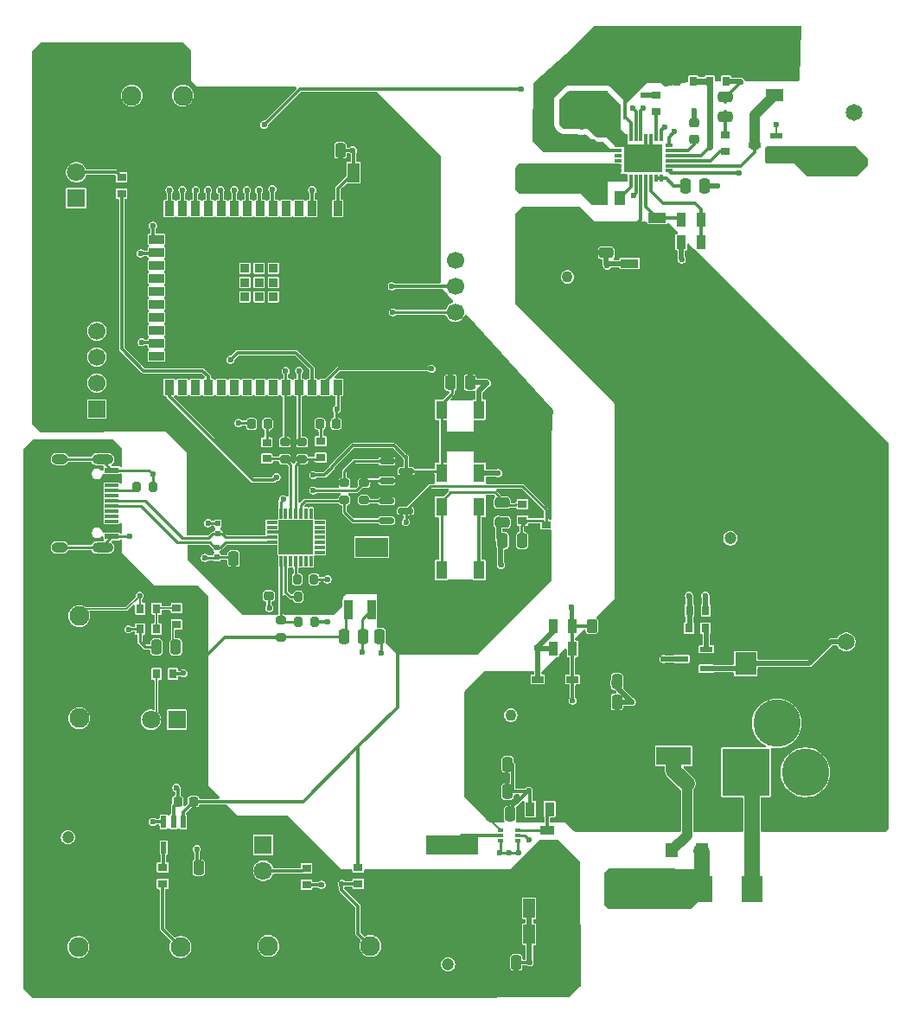
<source format=gbr>
%TF.GenerationSoftware,KiCad,Pcbnew,9.0.7*%
%TF.CreationDate,2026-02-25T22:32:00-06:00*%
%TF.ProjectId,circle_of_life,63697263-6c65-45f6-9f66-5f6c6966652e,rev?*%
%TF.SameCoordinates,Original*%
%TF.FileFunction,Copper,L1,Top*%
%TF.FilePolarity,Positive*%
%FSLAX46Y46*%
G04 Gerber Fmt 4.6, Leading zero omitted, Abs format (unit mm)*
G04 Created by KiCad (PCBNEW 9.0.7) date 2026-02-25 22:32:00*
%MOMM*%
%LPD*%
G01*
G04 APERTURE LIST*
G04 Aperture macros list*
%AMRoundRect*
0 Rectangle with rounded corners*
0 $1 Rounding radius*
0 $2 $3 $4 $5 $6 $7 $8 $9 X,Y pos of 4 corners*
0 Add a 4 corners polygon primitive as box body*
4,1,4,$2,$3,$4,$5,$6,$7,$8,$9,$2,$3,0*
0 Add four circle primitives for the rounded corners*
1,1,$1+$1,$2,$3*
1,1,$1+$1,$4,$5*
1,1,$1+$1,$6,$7*
1,1,$1+$1,$8,$9*
0 Add four rect primitives between the rounded corners*
20,1,$1+$1,$2,$3,$4,$5,0*
20,1,$1+$1,$4,$5,$6,$7,0*
20,1,$1+$1,$6,$7,$8,$9,0*
20,1,$1+$1,$8,$9,$2,$3,0*%
G04 Aperture macros list end*
%TA.AperFunction,SMDPad,CuDef*%
%ADD10R,0.950000X0.800000*%
%TD*%
%TA.AperFunction,SMDPad,CuDef*%
%ADD11R,0.800000X0.950000*%
%TD*%
%TA.AperFunction,ComponentPad*%
%ADD12R,1.700000X1.700000*%
%TD*%
%TA.AperFunction,ComponentPad*%
%ADD13C,1.700000*%
%TD*%
%TA.AperFunction,SMDPad,CuDef*%
%ADD14R,6.000000X2.010000*%
%TD*%
%TA.AperFunction,SMDPad,CuDef*%
%ADD15RoundRect,0.250000X0.475000X-0.250000X0.475000X0.250000X-0.475000X0.250000X-0.475000X-0.250000X0*%
%TD*%
%TA.AperFunction,SMDPad,CuDef*%
%ADD16R,1.117600X1.447800*%
%TD*%
%TA.AperFunction,SMDPad,CuDef*%
%ADD17R,1.450000X0.600000*%
%TD*%
%TA.AperFunction,SMDPad,CuDef*%
%ADD18R,1.450000X0.300000*%
%TD*%
%TA.AperFunction,HeatsinkPad*%
%ADD19O,2.100000X1.000000*%
%TD*%
%TA.AperFunction,HeatsinkPad*%
%ADD20O,1.600000X1.000000*%
%TD*%
%TA.AperFunction,ComponentPad*%
%ADD21C,1.950000*%
%TD*%
%TA.AperFunction,SMDPad,CuDef*%
%ADD22R,1.100000X1.800000*%
%TD*%
%TA.AperFunction,SMDPad,CuDef*%
%ADD23RoundRect,0.250000X-0.250000X-0.475000X0.250000X-0.475000X0.250000X0.475000X-0.250000X0.475000X0*%
%TD*%
%TA.AperFunction,SMDPad,CuDef*%
%ADD24RoundRect,0.200000X-0.200000X-0.275000X0.200000X-0.275000X0.200000X0.275000X-0.200000X0.275000X0*%
%TD*%
%TA.AperFunction,SMDPad,CuDef*%
%ADD25RoundRect,0.225000X0.225000X0.250000X-0.225000X0.250000X-0.225000X-0.250000X0.225000X-0.250000X0*%
%TD*%
%TA.AperFunction,SMDPad,CuDef*%
%ADD26R,0.900000X1.950000*%
%TD*%
%TA.AperFunction,SMDPad,CuDef*%
%ADD27R,3.200000X1.950000*%
%TD*%
%TA.AperFunction,SMDPad,CuDef*%
%ADD28RoundRect,0.200000X0.275000X-0.200000X0.275000X0.200000X-0.275000X0.200000X-0.275000X-0.200000X0*%
%TD*%
%TA.AperFunction,SMDPad,CuDef*%
%ADD29R,0.600000X0.450000*%
%TD*%
%TA.AperFunction,SMDPad,CuDef*%
%ADD30RoundRect,0.250000X0.250000X0.475000X-0.250000X0.475000X-0.250000X-0.475000X0.250000X-0.475000X0*%
%TD*%
%TA.AperFunction,SMDPad,CuDef*%
%ADD31R,1.300000X0.600000*%
%TD*%
%TA.AperFunction,SMDPad,CuDef*%
%ADD32RoundRect,0.225000X-0.250000X0.225000X-0.250000X-0.225000X0.250000X-0.225000X0.250000X0.225000X0*%
%TD*%
%TA.AperFunction,ComponentPad*%
%ADD33R,1.200000X1.200000*%
%TD*%
%TA.AperFunction,ComponentPad*%
%ADD34C,1.200000*%
%TD*%
%TA.AperFunction,SMDPad,CuDef*%
%ADD35R,0.950000X1.400000*%
%TD*%
%TA.AperFunction,SMDPad,CuDef*%
%ADD36R,1.750000X1.000000*%
%TD*%
%TA.AperFunction,SMDPad,CuDef*%
%ADD37RoundRect,0.150000X-0.587500X-0.150000X0.587500X-0.150000X0.587500X0.150000X-0.587500X0.150000X0*%
%TD*%
%TA.AperFunction,SMDPad,CuDef*%
%ADD38R,1.400000X0.950000*%
%TD*%
%TA.AperFunction,SMDPad,CuDef*%
%ADD39R,0.450000X0.600000*%
%TD*%
%TA.AperFunction,ComponentPad*%
%ADD40R,4.650000X4.650000*%
%TD*%
%TA.AperFunction,ComponentPad*%
%ADD41C,4.650000*%
%TD*%
%TA.AperFunction,SMDPad,CuDef*%
%ADD42R,0.300000X0.800000*%
%TD*%
%TA.AperFunction,SMDPad,CuDef*%
%ADD43R,0.800000X0.300000*%
%TD*%
%TA.AperFunction,SMDPad,CuDef*%
%ADD44R,3.750000X2.750000*%
%TD*%
%TA.AperFunction,SMDPad,CuDef*%
%ADD45R,0.900000X1.500000*%
%TD*%
%TA.AperFunction,SMDPad,CuDef*%
%ADD46R,1.500000X0.900000*%
%TD*%
%TA.AperFunction,SMDPad,CuDef*%
%ADD47R,0.900000X0.900000*%
%TD*%
%TA.AperFunction,SMDPad,CuDef*%
%ADD48RoundRect,0.218750X0.218750X0.256250X-0.218750X0.256250X-0.218750X-0.256250X0.218750X-0.256250X0*%
%TD*%
%TA.AperFunction,ComponentPad*%
%ADD49C,1.650000*%
%TD*%
%TA.AperFunction,SMDPad,CuDef*%
%ADD50RoundRect,0.218750X-0.218750X-0.256250X0.218750X-0.256250X0.218750X0.256250X-0.218750X0.256250X0*%
%TD*%
%TA.AperFunction,SMDPad,CuDef*%
%ADD51R,0.475000X0.300000*%
%TD*%
%TA.AperFunction,SMDPad,CuDef*%
%ADD52R,3.450000X1.800000*%
%TD*%
%TA.AperFunction,ComponentPad*%
%ADD53R,1.800000X1.800000*%
%TD*%
%TA.AperFunction,ComponentPad*%
%ADD54C,1.800000*%
%TD*%
%TA.AperFunction,SMDPad,CuDef*%
%ADD55R,1.200000X0.750000*%
%TD*%
%TA.AperFunction,SMDPad,CuDef*%
%ADD56R,1.000000X0.300000*%
%TD*%
%TA.AperFunction,SMDPad,CuDef*%
%ADD57R,0.300000X1.000000*%
%TD*%
%TA.AperFunction,SMDPad,CuDef*%
%ADD58R,3.350000X3.350000*%
%TD*%
%TA.AperFunction,SMDPad,CuDef*%
%ADD59RoundRect,0.200000X-0.275000X0.200000X-0.275000X-0.200000X0.275000X-0.200000X0.275000X0.200000X0*%
%TD*%
%TA.AperFunction,SMDPad,CuDef*%
%ADD60RoundRect,0.250000X-0.262500X-0.450000X0.262500X-0.450000X0.262500X0.450000X-0.262500X0.450000X0*%
%TD*%
%TA.AperFunction,SMDPad,CuDef*%
%ADD61R,2.150000X2.250000*%
%TD*%
%TA.AperFunction,SMDPad,CuDef*%
%ADD62R,5.100000X1.850000*%
%TD*%
%TA.AperFunction,SMDPad,CuDef*%
%ADD63R,1.300000X1.400000*%
%TD*%
%TA.AperFunction,SMDPad,CuDef*%
%ADD64RoundRect,0.250000X0.650000X-0.325000X0.650000X0.325000X-0.650000X0.325000X-0.650000X-0.325000X0*%
%TD*%
%TA.AperFunction,SMDPad,CuDef*%
%ADD65R,2.070000X2.660000*%
%TD*%
%TA.AperFunction,SMDPad,CuDef*%
%ADD66R,1.170000X1.920000*%
%TD*%
%TA.AperFunction,SMDPad,CuDef*%
%ADD67R,1.700000X1.150000*%
%TD*%
%TA.AperFunction,SMDPad,CuDef*%
%ADD68R,0.500000X0.600000*%
%TD*%
%TA.AperFunction,SMDPad,CuDef*%
%ADD69R,3.150000X2.200000*%
%TD*%
%TA.AperFunction,ComponentPad*%
%ADD70R,1.100000X1.100000*%
%TD*%
%TA.AperFunction,ComponentPad*%
%ADD71C,1.100000*%
%TD*%
%TA.AperFunction,SMDPad,CuDef*%
%ADD72R,0.600000X1.200000*%
%TD*%
%TA.AperFunction,SMDPad,CuDef*%
%ADD73R,1.803400X0.914400*%
%TD*%
%TA.AperFunction,ViaPad*%
%ADD74C,0.600000*%
%TD*%
%TA.AperFunction,Conductor*%
%ADD75C,0.500000*%
%TD*%
%TA.AperFunction,Conductor*%
%ADD76C,0.300000*%
%TD*%
%TA.AperFunction,Conductor*%
%ADD77C,0.250000*%
%TD*%
%TA.AperFunction,Conductor*%
%ADD78C,1.000000*%
%TD*%
%TA.AperFunction,Conductor*%
%ADD79C,1.500000*%
%TD*%
%TA.AperFunction,Conductor*%
%ADD80C,0.200000*%
%TD*%
%TA.AperFunction,Conductor*%
%ADD81C,0.150000*%
%TD*%
%TA.AperFunction,Conductor*%
%ADD82C,0.600000*%
%TD*%
G04 APERTURE END LIST*
D10*
%TO.P,R18,1*%
%TO.N,Net-(IC4-RT)*%
X148600000Y-112500000D03*
%TO.P,R18,2*%
%TO.N,GND*%
X148600000Y-110900000D03*
%TD*%
D11*
%TO.P,R9,1*%
%TO.N,PH_SGN*%
X98050000Y-161180000D03*
%TO.P,R9,2*%
%TO.N,Net-(R11-Pad1)*%
X99650000Y-161180000D03*
%TD*%
D12*
%TO.P,J7,1,Pin_1*%
%TO.N,+3.3V*%
X128900000Y-134700000D03*
D13*
%TO.P,J7,2,Pin_2*%
%TO.N,TXD0*%
X128900000Y-132160000D03*
%TO.P,J7,3,Pin_3*%
%TO.N,RXD0*%
X128900000Y-129620000D03*
%TO.P,J7,4,Pin_4*%
%TO.N,GND*%
X128900000Y-127080000D03*
%TD*%
D14*
%TO.P,L1,1,1*%
%TO.N,+12V*%
X138600000Y-123400000D03*
%TO.P,L1,2,2*%
%TO.N,SW*%
X138600000Y-119100000D03*
%TD*%
D15*
%TO.P,C18,1*%
%TO.N,GND*%
X143700000Y-126350000D03*
%TO.P,C18,2*%
%TO.N,+12V*%
X143700000Y-124450000D03*
%TD*%
D16*
%TO.P,C19,1*%
%TO.N,SW*%
X143198300Y-121000000D03*
%TO.P,C19,2*%
%TO.N,Net-(IC4-BST)*%
X145001700Y-121000000D03*
%TD*%
D10*
%TO.P,R11,1*%
%TO.N,Net-(R11-Pad1)*%
X101620000Y-161130000D03*
%TO.P,R11,2*%
%TO.N,PH_SGN_3.3V*%
X101620000Y-162730000D03*
%TD*%
D17*
%TO.P,P1,A1,GND*%
%TO.N,GND*%
X95275000Y-147610000D03*
%TO.P,P1,A4,VBUS*%
%TO.N,+5V*%
X95275000Y-148410000D03*
D18*
%TO.P,P1,A5,CC*%
%TO.N,Net-(P1-CC)*%
X95275000Y-149610000D03*
%TO.P,P1,A6,D+*%
%TO.N,D+*%
X95275000Y-150610000D03*
%TO.P,P1,A7,D-*%
%TO.N,D-*%
X95275000Y-151110000D03*
%TO.P,P1,A8*%
%TO.N,N/C*%
X95275000Y-152110000D03*
D17*
%TO.P,P1,A9,VBUS*%
%TO.N,+5V*%
X95275000Y-153310000D03*
%TO.P,P1,A12,GND*%
%TO.N,GND*%
X95275000Y-154110000D03*
%TO.P,P1,B1,GND*%
X95275000Y-154110000D03*
%TO.P,P1,B4,VBUS*%
%TO.N,+5V*%
X95275000Y-153310000D03*
D18*
%TO.P,P1,B5,VCONN*%
%TO.N,unconnected-(P1-VCONN-PadB5)*%
X95275000Y-152610000D03*
%TO.P,P1,B6*%
%TO.N,N/C*%
X95275000Y-151610000D03*
%TO.P,P1,B7*%
X95275000Y-150110000D03*
%TO.P,P1,B8*%
X95275000Y-149110000D03*
D17*
%TO.P,P1,B9,VBUS*%
%TO.N,+5V*%
X95275000Y-148410000D03*
%TO.P,P1,B12,GND*%
%TO.N,GND*%
X95275000Y-147610000D03*
D19*
%TO.P,P1,S1,SHIELD*%
X94360000Y-146540000D03*
D20*
X90180000Y-146540000D03*
D19*
X94360000Y-155180000D03*
D20*
X90180000Y-155180000D03*
%TD*%
D21*
%TO.P,J4,1,Pin_1*%
%TO.N,GND*%
X92080000Y-171900000D03*
%TO.P,J4,2,Pin_2*%
%TO.N,+5V*%
X92080000Y-166900000D03*
%TO.P,J4,3,Pin_3*%
%TO.N,PH_SGN*%
X92080000Y-161900000D03*
%TD*%
D22*
%TO.P,SW2,1,1*%
%TO.N,GND*%
X131252935Y-141700000D03*
X131252935Y-147900000D03*
%TO.P,SW2,2,2*%
%TO.N,IO0*%
X127552935Y-141700000D03*
X127552935Y-147900000D03*
%TD*%
D10*
%TO.P,R24,1*%
%TO.N,Net-(C38-Pad2)*%
X135500000Y-150950000D03*
%TO.P,R24,2*%
%TO.N,MCU_EN*%
X135500000Y-152550000D03*
%TD*%
D12*
%TO.P,J8,1,Pin_1*%
%TO.N,TMS*%
X93800000Y-141620000D03*
D13*
%TO.P,J8,2,Pin_2*%
%TO.N,TDI*%
X93800000Y-139080000D03*
%TO.P,J8,3,Pin_3*%
%TO.N,TCK*%
X93800000Y-136540000D03*
%TO.P,J8,4,Pin_4*%
%TO.N,TDO*%
X93800000Y-134000000D03*
%TD*%
D11*
%TO.P,R13,1*%
%TO.N,GND*%
X153450000Y-161350000D03*
%TO.P,R13,2*%
%TO.N,PUMP_SGN*%
X151850000Y-161350000D03*
%TD*%
D22*
%TO.P,SW1,1,1*%
%TO.N,unconnected-(SW1-Pad1)*%
X131252935Y-151200000D03*
X131252935Y-157400000D03*
%TO.P,SW1,2,2*%
%TO.N,Net-(C38-Pad2)*%
X127552935Y-151200000D03*
X127552935Y-157400000D03*
%TD*%
D10*
%TO.P,R25,1*%
%TO.N,MCU_EN*%
X137800000Y-152950000D03*
%TO.P,R25,2*%
%TO.N,+3.3V*%
X137800000Y-154550000D03*
%TD*%
D23*
%TO.P,C5,1*%
%TO.N,+12V*%
X132400000Y-181300000D03*
%TO.P,C5,2*%
%TO.N,GND*%
X134300000Y-181300000D03*
%TD*%
D24*
%TO.P,R33,1*%
%TO.N,Net-(P1-CC)*%
X97675000Y-149300000D03*
%TO.P,R33,2*%
%TO.N,GND*%
X99325000Y-149300000D03*
%TD*%
D25*
%TO.P,C42,1*%
%TO.N,+3.3V*%
X103275000Y-180050000D03*
%TO.P,C42,2*%
%TO.N,GND*%
X101725000Y-180050000D03*
%TD*%
D26*
%TO.P,IC2,1,VIN*%
%TO.N,+5V*%
X118422935Y-161250000D03*
%TO.P,IC2,2,GND_1*%
%TO.N,GND*%
X120722935Y-161250000D03*
%TO.P,IC2,3,VOUT*%
%TO.N,+3.3V*%
X123022935Y-161250000D03*
D27*
%TO.P,IC2,4,GND_2*%
%TO.N,GND*%
X120722935Y-155150000D03*
%TD*%
D28*
%TO.P,R37,1*%
%TO.N,RTS*%
X118052935Y-150527500D03*
%TO.P,R37,2*%
%TO.N,Net-(Q4-B)*%
X118052935Y-148877500D03*
%TD*%
D21*
%TO.P,J6,1,Pin_1*%
%TO.N,+3.3V*%
X92230000Y-110950000D03*
%TO.P,J6,2,Pin_2*%
%TO.N,GND*%
X97230000Y-110950000D03*
%TO.P,J6,3,Pin_3*%
%TO.N,TMP_SGN*%
X102230000Y-110950000D03*
%TD*%
D29*
%TO.P,C20,1*%
%TO.N,ISP*%
X142850000Y-115785000D03*
%TO.P,C20,2*%
%TO.N,GND*%
X142850000Y-114835000D03*
%TD*%
D30*
%TO.P,C44,1*%
%TO.N,+3.3V*%
X109102935Y-156250000D03*
%TO.P,C44,2*%
%TO.N,GND*%
X107202935Y-156250000D03*
%TD*%
%TO.P,C41,1*%
%TO.N,GND*%
X130352935Y-139050000D03*
%TO.P,C41,2*%
%TO.N,IO0*%
X128452935Y-139050000D03*
%TD*%
D10*
%TO.P,R10,1*%
%TO.N,FLOW_SGN*%
X119400000Y-188100000D03*
%TO.P,R10,2*%
%TO.N,+3.3V*%
X119400000Y-186500000D03*
%TD*%
D31*
%TO.P,Q2,1,D*%
%TO.N,LEDS*%
X160331944Y-116750000D03*
%TO.P,Q2,2,G*%
%TO.N,Net-(IC4-PWMTG)*%
X160331944Y-114850000D03*
%TO.P,Q2,3,S*%
%TO.N,ISN*%
X158231944Y-115800000D03*
%TD*%
D32*
%TO.P,C24,1*%
%TO.N,GND*%
X152300000Y-113635000D03*
%TO.P,C24,2*%
%TO.N,Net-(IC4-SS)*%
X152300000Y-115185000D03*
%TD*%
D33*
%TO.P,C36,1*%
%TO.N,+5V*%
X128200000Y-192500000D03*
D34*
%TO.P,C36,2*%
%TO.N,GND*%
X128200000Y-196000000D03*
%TD*%
D30*
%TO.P,C15,1*%
%TO.N,PH_SGN_3.3V*%
X101550000Y-164930000D03*
%TO.P,C15,2*%
%TO.N,GND*%
X99650000Y-164930000D03*
%TD*%
D23*
%TO.P,C3,1*%
%TO.N,+12V*%
X132150000Y-179100000D03*
%TO.P,C3,2*%
%TO.N,GND*%
X134050000Y-179100000D03*
%TD*%
D24*
%TO.P,R30,1*%
%TO.N,VBUS*%
X113497935Y-162450000D03*
%TO.P,R30,2*%
%TO.N,GND*%
X115147935Y-162450000D03*
%TD*%
D35*
%TO.P,R19,1*%
%TO.N,Net-(IC4-EN{slash}UVLO)*%
X151050000Y-123100000D03*
%TO.P,R19,2*%
%TO.N,Net-(IC4-OVLO)*%
X152950000Y-123100000D03*
%TD*%
D30*
%TO.P,C23,1*%
%TO.N,GND*%
X153350000Y-119800000D03*
%TO.P,C23,2*%
%TO.N,Net-(IC4-CTRL)*%
X151450000Y-119800000D03*
%TD*%
D35*
%TO.P,R20,1*%
%TO.N,Net-(IC4-OVLO)*%
X152950000Y-125300000D03*
%TO.P,R20,2*%
%TO.N,GND*%
X151050000Y-125300000D03*
%TD*%
D23*
%TO.P,C1,1*%
%TO.N,+5V*%
X118022935Y-163900000D03*
%TO.P,C1,2*%
%TO.N,GND*%
X119922935Y-163900000D03*
%TD*%
D36*
%TO.P,R22,1*%
%TO.N,+12V*%
X148700000Y-125900000D03*
%TO.P,R22,2*%
%TO.N,Net-(IC4-EN{slash}UVLO)*%
X148700000Y-122900000D03*
%TD*%
D30*
%TO.P,C2,1*%
%TO.N,+3.3V*%
X123422935Y-163900000D03*
%TO.P,C2,2*%
%TO.N,GND*%
X121522935Y-163900000D03*
%TD*%
D33*
%TO.P,C12,1*%
%TO.N,+12V*%
X155850000Y-157780000D03*
D34*
%TO.P,C12,2*%
%TO.N,GND*%
X155850000Y-154280000D03*
%TD*%
D37*
%TO.P,Q4,1,B*%
%TO.N,Net-(Q4-B)*%
X122215435Y-146752500D03*
%TO.P,Q4,2,E*%
%TO.N,DTR*%
X122215435Y-148652500D03*
%TO.P,Q4,3,C*%
%TO.N,IO0*%
X124090435Y-147702500D03*
%TD*%
D35*
%TO.P,R4,1*%
%TO.N,GND*%
X138500000Y-165100000D03*
%TO.P,R4,2*%
%TO.N,EN*%
X140400000Y-165100000D03*
%TD*%
%TO.P,R6,1*%
%TO.N,Net-(IC3-FB)*%
X138150000Y-180800000D03*
%TO.P,R6,2*%
%TO.N,GND*%
X136250000Y-180800000D03*
%TD*%
%TO.P,R7,1*%
%TO.N,GND*%
X138500000Y-162850000D03*
%TO.P,R7,2*%
%TO.N,EN*%
X140400000Y-162850000D03*
%TD*%
D32*
%TO.P,C45,1*%
%TO.N,+3.3V*%
X110652935Y-158375000D03*
%TO.P,C45,2*%
%TO.N,GND*%
X110652935Y-159925000D03*
%TD*%
D38*
%TO.P,R5,1*%
%TO.N,+5V*%
X137934540Y-184750000D03*
%TO.P,R5,2*%
%TO.N,Net-(IC3-FB)*%
X137934540Y-182850000D03*
%TD*%
D39*
%TO.P,C21,1*%
%TO.N,ISP*%
X145575000Y-113060000D03*
%TO.P,C21,2*%
%TO.N,GND*%
X144625000Y-113060000D03*
%TD*%
D40*
%TO.P,J3,1,1*%
%TO.N,Net-(F2-Pad1)*%
X157400000Y-177200000D03*
D41*
%TO.P,J3,2,2*%
%TO.N,GND*%
X163200000Y-177200000D03*
%TO.P,J3,3,3*%
X160400000Y-172400000D03*
%TD*%
D15*
%TO.P,C38,1*%
%TO.N,GND*%
X133500000Y-152700000D03*
%TO.P,C38,2*%
%TO.N,Net-(C38-Pad2)*%
X133500000Y-150800000D03*
%TD*%
D42*
%TO.P,IC4,1,SW_1*%
%TO.N,SW*%
X145600000Y-119060000D03*
%TO.P,IC4,2,BST*%
%TO.N,Net-(IC4-BST)*%
X146100000Y-119060000D03*
%TO.P,IC4,3,INTVCC*%
%TO.N,INTV*%
X146600000Y-119060000D03*
%TO.P,IC4,4,VIN*%
%TO.N,+12V*%
X147100000Y-119060000D03*
%TO.P,IC4,5,EN/UVLO*%
%TO.N,Net-(IC4-EN{slash}UVLO)*%
X147600000Y-119060000D03*
%TO.P,IC4,6,OVLO*%
%TO.N,Net-(IC4-OVLO)*%
X148100000Y-119060000D03*
%TO.P,IC4,7,VREF*%
%TO.N,Net-(IC4-CTRL)*%
X148600000Y-119060000D03*
%TO.P,IC4,8,CTRL*%
X149100000Y-119060000D03*
D43*
%TO.P,IC4,9,ISP*%
%TO.N,ISP*%
X149850000Y-118310000D03*
%TO.P,IC4,10,ISN*%
%TO.N,ISN*%
X149850000Y-117810000D03*
%TO.P,IC4,11,VC*%
%TO.N,Net-(IC4-VC)*%
X149850000Y-117310000D03*
%TO.P,IC4,12,FB*%
%TO.N,Net-(IC4-FB)*%
X149850000Y-116810000D03*
%TO.P,IC4,13,SS*%
%TO.N,Net-(IC4-SS)*%
X149850000Y-116310000D03*
%TO.P,IC4,14,ISMON*%
%TO.N,Net-(IC4-ISMON)*%
X149850000Y-115810000D03*
D42*
%TO.P,IC4,15,~{FAULT}*%
%TO.N,Net-(IC4-~{FAULT})*%
X149100000Y-115060000D03*
%TO.P,IC4,16,RT*%
%TO.N,Net-(IC4-RT)*%
X148600000Y-115060000D03*
%TO.P,IC4,17,SYNC/SPRD*%
%TO.N,GND*%
X148100000Y-115060000D03*
%TO.P,IC4,18,RP*%
X147600000Y-115060000D03*
%TO.P,IC4,19,PWM*%
%TO.N,PWM_DIM*%
X147100000Y-115060000D03*
%TO.P,IC4,20,PWMTG*%
%TO.N,Net-(IC4-PWMTG)*%
X146600000Y-115060000D03*
%TO.P,IC4,21,VOUT_1*%
%TO.N,ISP*%
X146100000Y-115060000D03*
%TO.P,IC4,22,GND_1*%
%TO.N,GND*%
X145600000Y-115060000D03*
D43*
%TO.P,IC4,23,GND_2*%
X144850000Y-115810000D03*
%TO.P,IC4,24,VOUT_2*%
%TO.N,ISP*%
X144850000Y-116310000D03*
%TO.P,IC4,25,NC_1*%
%TO.N,unconnected-(IC4-NC_1-Pad25)*%
X144850000Y-116810000D03*
%TO.P,IC4,26,NC_2*%
%TO.N,unconnected-(IC4-NC_2-Pad26)*%
X144850000Y-117310000D03*
%TO.P,IC4,27,SW_2*%
%TO.N,SW*%
X144850000Y-117810000D03*
%TO.P,IC4,28,SW_3*%
X144850000Y-118310000D03*
D44*
%TO.P,IC4,29,GND_3*%
%TO.N,GND*%
X147350000Y-117060000D03*
%TD*%
D21*
%TO.P,J2,1,Pin_1*%
%TO.N,GND*%
X92000000Y-194300000D03*
%TO.P,J2,2,Pin_2*%
%TO.N,+5V*%
X97000000Y-194300000D03*
%TO.P,J2,3,Pin_3*%
%TO.N,Net-(J2-Pin_3)*%
X102000000Y-194300000D03*
%TD*%
D11*
%TO.P,R8,1*%
%TO.N,Net-(R11-Pad1)*%
X99650000Y-163180000D03*
%TO.P,R8,2*%
%TO.N,GND*%
X98050000Y-163180000D03*
%TD*%
D45*
%TO.P,IC1,1,GND_1*%
%TO.N,GND*%
X117420000Y-122000000D03*
%TO.P,IC1,2,3V3*%
%TO.N,+3.3V*%
X116150000Y-122000000D03*
%TO.P,IC1,3,EN*%
%TO.N,MCU_EN*%
X114880000Y-122000000D03*
%TO.P,IC1,4,SENSOR_VP*%
%TO.N,SENSOR_VP*%
X113610000Y-122000000D03*
%TO.P,IC1,5,SENSOR_VN*%
%TO.N,SENSOR_VIN*%
X112340000Y-122000000D03*
%TO.P,IC1,6,IO34*%
%TO.N,FLOW_FAULT*%
X111070000Y-122000000D03*
%TO.P,IC1,7,IO35*%
%TO.N,TEMP_FAULT*%
X109800000Y-122000000D03*
%TO.P,IC1,8,IO32*%
%TO.N,PH_SGN*%
X108530000Y-122000000D03*
%TO.P,IC1,9,IO33*%
%TO.N,PWM_DIM*%
X107260000Y-122000000D03*
%TO.P,IC1,10,IO25*%
%TO.N,FLOW_SGN*%
X105990000Y-122000000D03*
%TO.P,IC1,11,IO26*%
%TO.N,PUMP_SGN*%
X104720000Y-122000000D03*
%TO.P,IC1,12,IO27*%
%TO.N,TMP_SGN*%
X103450000Y-122000000D03*
%TO.P,IC1,13,IO14*%
%TO.N,TMS*%
X102180000Y-122000000D03*
%TO.P,IC1,14,IO12*%
%TO.N,TDI*%
X100910000Y-122000000D03*
D46*
%TO.P,IC1,15,GND_2*%
%TO.N,GND*%
X99660000Y-125035000D03*
%TO.P,IC1,16,IO13*%
%TO.N,TCK*%
X99660000Y-126305000D03*
%TO.P,IC1,17,NC_1*%
%TO.N,unconnected-(IC1-NC_1-Pad17)*%
X99660000Y-127575000D03*
%TO.P,IC1,18,NC_2*%
%TO.N,unconnected-(IC1-NC_2-Pad18)*%
X99660000Y-128845000D03*
%TO.P,IC1,19,NC_3*%
%TO.N,unconnected-(IC1-NC_3-Pad19)*%
X99660000Y-130115000D03*
%TO.P,IC1,20,NC_4*%
%TO.N,unconnected-(IC1-NC_4-Pad20)*%
X99660000Y-131385000D03*
%TO.P,IC1,21,NC_5*%
%TO.N,unconnected-(IC1-NC_5-Pad21)*%
X99660000Y-132655000D03*
%TO.P,IC1,22,NC_6*%
%TO.N,unconnected-(IC1-NC_6-Pad22)*%
X99660000Y-133925000D03*
%TO.P,IC1,23,IO15*%
%TO.N,TDO*%
X99660000Y-135195000D03*
%TO.P,IC1,24,IO2*%
%TO.N,unconnected-(IC1-IO2-Pad24)*%
X99660000Y-136465000D03*
D45*
%TO.P,IC1,25,IO0*%
%TO.N,IO0*%
X100910000Y-139500000D03*
%TO.P,IC1,26,IO4*%
%TO.N,unconnected-(IC1-IO4-Pad26)*%
X102180000Y-139500000D03*
%TO.P,IC1,27,IO16*%
%TO.N,unconnected-(IC1-IO16-Pad27)*%
X103450000Y-139500000D03*
%TO.P,IC1,28,IO17*%
%TO.N,PH_FAULT*%
X104720000Y-139500000D03*
%TO.P,IC1,29,IO5*%
%TO.N,unconnected-(IC1-IO5-Pad29)*%
X105990000Y-139500000D03*
%TO.P,IC1,30,IO18*%
%TO.N,unconnected-(IC1-IO18-Pad30)*%
X107260000Y-139500000D03*
%TO.P,IC1,31,IO19*%
%TO.N,unconnected-(IC1-IO19-Pad31)*%
X108530000Y-139500000D03*
%TO.P,IC1,32,NC_7*%
%TO.N,unconnected-(IC1-NC_7-Pad32)*%
X109800000Y-139500000D03*
%TO.P,IC1,33,IO21*%
%TO.N,unconnected-(IC1-IO21-Pad33)*%
X111070000Y-139500000D03*
%TO.P,IC1,34,RXD0*%
%TO.N,RXD0*%
X112340000Y-139500000D03*
%TO.P,IC1,35,TXD0*%
%TO.N,TXD0*%
X113610000Y-139500000D03*
%TO.P,IC1,36,IO22*%
%TO.N,SRV_SGN_3.3V*%
X114880000Y-139500000D03*
%TO.P,IC1,37,IO23*%
%TO.N,EN*%
X116150000Y-139500000D03*
%TO.P,IC1,38,GND_3*%
%TO.N,GND*%
X117420000Y-139500000D03*
D47*
%TO.P,IC1,39,GND_4*%
X109700000Y-129250000D03*
%TO.P,IC1,40,GND_5*%
X109700000Y-127850000D03*
%TO.P,IC1,41,GND_6*%
X108300000Y-127850000D03*
%TO.P,IC1,42,GND_7*%
X108300000Y-129250000D03*
%TO.P,IC1,43,GND_8*%
X108300000Y-130650000D03*
%TO.P,IC1,44,GND_9*%
X109700000Y-130650000D03*
%TO.P,IC1,45,GND_10*%
X111100000Y-130650000D03*
%TO.P,IC1,46,GND_11*%
X111100000Y-129250000D03*
%TO.P,IC1,47,GND_12*%
X111100000Y-127850000D03*
%TD*%
D48*
%TO.P,D10,1,K*%
%TO.N,GND*%
X117240435Y-143100000D03*
%TO.P,D10,2,A*%
%TO.N,Net-(D10-A)*%
X115665435Y-143100000D03*
%TD*%
D23*
%TO.P,C28,1*%
%TO.N,+3.3V*%
X115750000Y-116300000D03*
%TO.P,C28,2*%
%TO.N,GND*%
X117650000Y-116300000D03*
%TD*%
D49*
%TO.P,J11,1,Pin_1*%
%TO.N,LEDS*%
X167931944Y-117649586D03*
%TO.P,J11,2,Pin_2*%
%TO.N,GND*%
X167931944Y-112569586D03*
%TD*%
D11*
%TO.P,R15,1*%
%TO.N,Net-(IC4-FB)*%
X153850000Y-109560000D03*
%TO.P,R15,2*%
%TO.N,GND*%
X155450000Y-109560000D03*
%TD*%
D50*
%TO.P,D9,1,K*%
%TO.N,GND*%
X108965435Y-143100000D03*
%TO.P,D9,2,A*%
%TO.N,Net-(D9-A)*%
X110540435Y-143100000D03*
%TD*%
D23*
%TO.P,C39,1*%
%TO.N,GND*%
X133550000Y-154500000D03*
%TO.P,C39,2*%
%TO.N,MCU_EN*%
X135450000Y-154500000D03*
%TD*%
D51*
%TO.P,IC3,1,VIN*%
%TO.N,+12V*%
X133362000Y-182900000D03*
%TO.P,IC3,2,SW*%
%TO.N,Net-(IC3-SW)*%
X133362000Y-183400000D03*
%TO.P,IC3,3,GND*%
%TO.N,GND*%
X133362000Y-183900000D03*
%TO.P,IC3,4,AGND*%
X135038000Y-183900000D03*
%TO.P,IC3,5,EN*%
%TO.N,EN*%
X135038000Y-183400000D03*
%TO.P,IC3,6,FB*%
%TO.N,Net-(IC3-FB)*%
X135038000Y-182900000D03*
%TD*%
D31*
%TO.P,Q1,1,D*%
%TO.N,Net-(D4-A)*%
X153500000Y-167050000D03*
%TO.P,Q1,2,G*%
%TO.N,Net-(Q1-G)*%
X153500000Y-165150000D03*
%TO.P,Q1,3,S*%
%TO.N,GND*%
X151100000Y-166100000D03*
%TD*%
D52*
%TO.P,C9,1*%
%TO.N,+12V*%
X144400000Y-175600000D03*
%TO.P,C9,2*%
%TO.N,GND*%
X150300000Y-175600000D03*
%TD*%
D53*
%TO.P,D5,1,K*%
%TO.N,GND*%
X91790000Y-120990000D03*
D54*
%TO.P,D5,2,A*%
%TO.N,Net-(D5-A)*%
X91790000Y-118450000D03*
%TD*%
D55*
%TO.P,D3,1,K*%
%TO.N,EN*%
X140400000Y-168100000D03*
%TO.P,D3,2,A*%
%TO.N,GND*%
X137000000Y-168100000D03*
%TD*%
D56*
%TO.P,IC6,1,DCD*%
%TO.N,unconnected-(IC6-DCD-Pad1)*%
X110950000Y-152700000D03*
%TO.P,IC6,2,RI*%
%TO.N,unconnected-(IC6-RI-Pad2)*%
X110950000Y-153200000D03*
%TO.P,IC6,3,GND_1*%
%TO.N,GND*%
X110950000Y-153700000D03*
%TO.P,IC6,4,D+*%
%TO.N,D+*%
X110950000Y-154200000D03*
%TO.P,IC6,5,D-*%
%TO.N,D-*%
X110950000Y-154700000D03*
%TO.P,IC6,6,VDD*%
%TO.N,+3.3V*%
X110950000Y-155200000D03*
%TO.P,IC6,7,VREGIN*%
X110950000Y-155700000D03*
D57*
%TO.P,IC6,8,VBUS*%
%TO.N,VBUS*%
X111800000Y-156550000D03*
%TO.P,IC6,9,RSTB*%
%TO.N,Net-(IC6-RSTB)*%
X112300000Y-156550000D03*
%TO.P,IC6,10,NC_1*%
%TO.N,unconnected-(IC6-NC_1-Pad10)*%
X112800000Y-156550000D03*
%TO.P,IC6,11,SUSPENDB*%
%TO.N,Net-(IC6-SUSPENDB)*%
X113300000Y-156550000D03*
%TO.P,IC6,12,SUSPEND*%
%TO.N,unconnected-(IC6-SUSPEND-Pad12)*%
X113800000Y-156550000D03*
%TO.P,IC6,13,NC_2*%
%TO.N,unconnected-(IC6-NC_2-Pad13)*%
X114300000Y-156550000D03*
%TO.P,IC6,14,NC_3*%
%TO.N,unconnected-(IC6-NC_3-Pad14)*%
X114800000Y-156550000D03*
D56*
%TO.P,IC6,15,NC_4*%
%TO.N,unconnected-(IC6-NC_4-Pad15)*%
X115650000Y-155700000D03*
%TO.P,IC6,16,NC_5*%
%TO.N,unconnected-(IC6-NC_5-Pad16)*%
X115650000Y-155200000D03*
%TO.P,IC6,17,NC_6*%
%TO.N,unconnected-(IC6-NC_6-Pad17)*%
X115650000Y-154700000D03*
%TO.P,IC6,18,NC_7*%
%TO.N,unconnected-(IC6-NC_7-Pad18)*%
X115650000Y-154200000D03*
%TO.P,IC6,19,NC_8*%
%TO.N,unconnected-(IC6-NC_8-Pad19)*%
X115650000Y-153700000D03*
%TO.P,IC6,20,NC_9*%
%TO.N,unconnected-(IC6-NC_9-Pad20)*%
X115650000Y-153200000D03*
%TO.P,IC6,21,NC_10*%
%TO.N,unconnected-(IC6-NC_10-Pad21)*%
X115650000Y-152700000D03*
D57*
%TO.P,IC6,22,NC_11*%
%TO.N,unconnected-(IC6-NC_11-Pad22)*%
X114800000Y-151850000D03*
%TO.P,IC6,23,CTS*%
%TO.N,unconnected-(IC6-CTS-Pad23)*%
X114300000Y-151850000D03*
%TO.P,IC6,24,RTS*%
%TO.N,RTS*%
X113800000Y-151850000D03*
%TO.P,IC6,25,RXD*%
%TO.N,RX*%
X113300000Y-151850000D03*
%TO.P,IC6,26,TXD*%
%TO.N,TX*%
X112800000Y-151850000D03*
%TO.P,IC6,27,DSR*%
%TO.N,unconnected-(IC6-DSR-Pad27)*%
X112300000Y-151850000D03*
%TO.P,IC6,28,DTR*%
%TO.N,DTR*%
X111800000Y-151850000D03*
D58*
%TO.P,IC6,29,GND_2*%
%TO.N,GND*%
X113300000Y-154200000D03*
%TD*%
D59*
%TO.P,R39,1*%
%TO.N,TXD0*%
X113902935Y-144875000D03*
%TO.P,R39,2*%
%TO.N,RX*%
X113902935Y-146525000D03*
%TD*%
D10*
%TO.P,R23,1*%
%TO.N,Net-(C26-Pad1)*%
X155350000Y-114770000D03*
%TO.P,R23,2*%
%TO.N,Net-(IC4-VC)*%
X155350000Y-116370000D03*
%TD*%
D60*
%TO.P,R3,1*%
%TO.N,EN*%
X142287500Y-162850000D03*
%TO.P,R3,2*%
%TO.N,+12V*%
X144112500Y-162850000D03*
%TD*%
D61*
%TO.P,D4,1,K*%
%TO.N,+12V*%
X157350000Y-162150000D03*
%TO.P,D4,2,A*%
%TO.N,Net-(D4-A)*%
X157350000Y-166550000D03*
%TD*%
D62*
%TO.P,L2,1,1*%
%TO.N,+5V*%
X128600000Y-188300000D03*
%TO.P,L2,2,2*%
%TO.N,Net-(IC3-SW)*%
X128600000Y-184300000D03*
%TD*%
D10*
%TO.P,R34,1*%
%TO.N,TX*%
X110452935Y-146500000D03*
%TO.P,R34,2*%
%TO.N,Net-(D9-A)*%
X110452935Y-144900000D03*
%TD*%
D63*
%TO.P,D2,1,A1*%
%TO.N,Net-(D1-A)*%
X153050000Y-184800000D03*
%TO.P,D2,2,A2*%
%TO.N,GND*%
X150150000Y-184800000D03*
%TD*%
D11*
%TO.P,R12,1*%
%TO.N,PUMP_SGN*%
X151800000Y-163100000D03*
%TO.P,R12,2*%
%TO.N,Net-(Q1-G)*%
X153400000Y-163100000D03*
%TD*%
D64*
%TO.P,C43,1*%
%TO.N,ISP*%
X140100000Y-115275000D03*
%TO.P,C43,2*%
%TO.N,GND*%
X140100000Y-112325000D03*
%TD*%
D23*
%TO.P,C4,1*%
%TO.N,+12V*%
X132150000Y-176400000D03*
%TO.P,C4,2*%
%TO.N,GND*%
X134050000Y-176400000D03*
%TD*%
D10*
%TO.P,R1,1*%
%TO.N,SRV_SGN*%
X100250000Y-186500000D03*
%TO.P,R1,2*%
%TO.N,Net-(J2-Pin_3)*%
X100250000Y-188100000D03*
%TD*%
D65*
%TO.P,F2,1,1*%
%TO.N,Net-(F2-Pad1)*%
X157950000Y-188600000D03*
%TO.P,F2,2,2*%
%TO.N,Net-(D1-A)*%
X153050000Y-188600000D03*
%TD*%
D66*
%TO.P,C6,1*%
%TO.N,+5V*%
X133430000Y-193040000D03*
%TO.P,C6,2*%
%TO.N,GND*%
X136170000Y-193040000D03*
%TD*%
D21*
%TO.P,J5,1,Pin_1*%
%TO.N,GND*%
X110600000Y-194200000D03*
%TO.P,J5,2,Pin_2*%
%TO.N,+5V*%
X115600000Y-194200000D03*
%TO.P,J5,3,Pin_3*%
%TO.N,FLOW_SGN*%
X120600000Y-194200000D03*
%TD*%
D10*
%TO.P,R35,1*%
%TO.N,RX*%
X115752935Y-146400000D03*
%TO.P,R35,2*%
%TO.N,Net-(D10-A)*%
X115752935Y-144800000D03*
%TD*%
D28*
%TO.P,R29,1*%
%TO.N,+5V*%
X111822935Y-163975000D03*
%TO.P,R29,2*%
%TO.N,VBUS*%
X111822935Y-162325000D03*
%TD*%
D67*
%TO.P,R14,1*%
%TO.N,ISP*%
X160200000Y-107750000D03*
%TO.P,R14,2*%
%TO.N,ISN*%
X160200000Y-110900000D03*
%TD*%
D53*
%TO.P,D6,1,K*%
%TO.N,GND*%
X110090000Y-184300000D03*
D54*
%TO.P,D6,2,A*%
%TO.N,Net-(D6-A)*%
X110090000Y-186840000D03*
%TD*%
D24*
%TO.P,R32,1*%
%TO.N,Net-(IC6-SUSPENDB)*%
X113425000Y-158300000D03*
%TO.P,R32,2*%
%TO.N,GND*%
X115075000Y-158300000D03*
%TD*%
D68*
%TO.P,D8,1,K*%
%TO.N,D+*%
X105652935Y-153850000D03*
%TO.P,D8,2,A*%
%TO.N,GND*%
X105652935Y-152850000D03*
%TD*%
D53*
%TO.P,D7,1,K*%
%TO.N,GND*%
X101640000Y-172060000D03*
D54*
%TO.P,D7,2,A*%
%TO.N,Net-(D7-A)*%
X99100000Y-172060000D03*
%TD*%
D69*
%TO.P,D1,1,K*%
%TO.N,+12V*%
X145400000Y-181400000D03*
%TO.P,D1,2,A*%
%TO.N,Net-(D1-A)*%
X145400000Y-188400000D03*
%TD*%
D11*
%TO.P,R21,1*%
%TO.N,ISP*%
X150600000Y-109560000D03*
%TO.P,R21,2*%
%TO.N,Net-(IC4-FB)*%
X152200000Y-109560000D03*
%TD*%
D59*
%TO.P,R36,1*%
%TO.N,DTR*%
X119952935Y-148877500D03*
%TO.P,R36,2*%
%TO.N,Net-(Q3-B)*%
X119952935Y-150527500D03*
%TD*%
D15*
%TO.P,C26,1*%
%TO.N,Net-(C26-Pad1)*%
X155350000Y-113010000D03*
%TO.P,C26,2*%
%TO.N,GND*%
X155350000Y-111110000D03*
%TD*%
D23*
%TO.P,C40,1*%
%TO.N,+5V*%
X101875000Y-186550000D03*
%TO.P,C40,2*%
%TO.N,GND*%
X103775000Y-186550000D03*
%TD*%
%TO.P,C8,1*%
%TO.N,+5V*%
X132980000Y-195800000D03*
%TO.P,C8,2*%
%TO.N,GND*%
X134880000Y-195800000D03*
%TD*%
D49*
%TO.P,J1,1,Pin_1*%
%TO.N,+12V*%
X167200000Y-159360000D03*
%TO.P,J1,2,Pin_2*%
%TO.N,Net-(D4-A)*%
X167200000Y-164440000D03*
%TD*%
D33*
%TO.P,C13,1*%
%TO.N,+5V*%
X95975000Y-183550000D03*
D34*
%TO.P,C13,2*%
%TO.N,GND*%
X90975000Y-183550000D03*
%TD*%
D68*
%TO.P,D11,1,K*%
%TO.N,D-*%
X105552935Y-155150000D03*
%TO.P,D11,2,A*%
%TO.N,GND*%
X105552935Y-156150000D03*
%TD*%
D10*
%TO.P,R26,1*%
%TO.N,PH_FAULT*%
X96230000Y-120547158D03*
%TO.P,R26,2*%
%TO.N,Net-(D5-A)*%
X96230000Y-118947158D03*
%TD*%
D11*
%TO.P,R28,1*%
%TO.N,Net-(D7-A)*%
X99650000Y-167560000D03*
%TO.P,R28,2*%
%TO.N,TEMP_FAULT*%
X101250000Y-167560000D03*
%TD*%
D37*
%TO.P,Q3,1,B*%
%TO.N,Net-(Q3-B)*%
X122177935Y-150652500D03*
%TO.P,Q3,2,E*%
%TO.N,RTS*%
X122177935Y-152552500D03*
%TO.P,Q3,3,C*%
%TO.N,MCU_EN*%
X124052935Y-151602500D03*
%TD*%
D23*
%TO.P,C11,1*%
%TO.N,+12V*%
X142850000Y-168300000D03*
%TO.P,C11,2*%
%TO.N,GND*%
X144750000Y-168300000D03*
%TD*%
D66*
%TO.P,C7,1*%
%TO.N,+5V*%
X133430000Y-190500000D03*
%TO.P,C7,2*%
%TO.N,GND*%
X136170000Y-190500000D03*
%TD*%
D70*
%TO.P,C37,1*%
%TO.N,+12V*%
X137400000Y-128700000D03*
D71*
%TO.P,C37,2*%
%TO.N,GND*%
X139900000Y-128700000D03*
%TD*%
D10*
%TO.P,R27,1*%
%TO.N,Net-(D6-A)*%
X114340000Y-186600000D03*
%TO.P,R27,2*%
%TO.N,FLOW_FAULT*%
X114340000Y-188200000D03*
%TD*%
D66*
%TO.P,C27,1*%
%TO.N,+3.3V*%
X116200000Y-118500000D03*
%TO.P,C27,2*%
%TO.N,GND*%
X118940000Y-118500000D03*
%TD*%
D59*
%TO.P,R38,1*%
%TO.N,RXD0*%
X112224284Y-144875000D03*
%TO.P,R38,2*%
%TO.N,TX*%
X112224284Y-146525000D03*
%TD*%
D72*
%TO.P,IC5,1,VCCA*%
%TO.N,+3.3V*%
X102250000Y-182050000D03*
%TO.P,IC5,2,GND*%
%TO.N,GND*%
X101300000Y-182050000D03*
%TO.P,IC5,3,A*%
%TO.N,SRV_SGN_3.3V*%
X100350000Y-182050000D03*
%TO.P,IC5,4,BY*%
%TO.N,SRV_SGN*%
X100350000Y-184550000D03*
%TO.P,IC5,5,OE*%
%TO.N,+5V*%
X101300000Y-184550000D03*
%TO.P,IC5,6,VCCB*%
X102250000Y-184550000D03*
%TD*%
D23*
%TO.P,C10,1*%
%TO.N,+12V*%
X142850000Y-170300000D03*
%TO.P,C10,2*%
%TO.N,GND*%
X144750000Y-170300000D03*
%TD*%
D70*
%TO.P,C29,1*%
%TO.N,+12V*%
X131850000Y-171600000D03*
D71*
%TO.P,C29,2*%
%TO.N,GND*%
X134350000Y-171600000D03*
%TD*%
D24*
%TO.P,R31,1*%
%TO.N,Net-(IC6-RSTB)*%
X113525000Y-160000000D03*
%TO.P,R31,2*%
%TO.N,+3.3V*%
X115175000Y-160000000D03*
%TD*%
D73*
%TO.P,C17,1*%
%TO.N,GND*%
X146000000Y-127397000D03*
%TO.P,C17,2*%
%TO.N,+12V*%
X146000000Y-124603000D03*
%TD*%
D74*
%TO.N,GND*%
X96900000Y-163200000D03*
X146000000Y-117900000D03*
X147700000Y-116200000D03*
X135100000Y-185040000D03*
X156900000Y-109600000D03*
X146900000Y-117100000D03*
X112500000Y-155000000D03*
X146800000Y-116200000D03*
X104700000Y-152800000D03*
X99300000Y-123700000D03*
X136200000Y-195800000D03*
X117300000Y-141650000D03*
X152300000Y-112400000D03*
X148600000Y-117900000D03*
X111100000Y-130700000D03*
X99300000Y-148000000D03*
X142800000Y-113200000D03*
X149300000Y-166100000D03*
X133300000Y-185040000D03*
X143800000Y-127600000D03*
X110700000Y-161100000D03*
X148600000Y-116200000D03*
X119800000Y-165400000D03*
X118900000Y-116300000D03*
X146000000Y-117100000D03*
X101600000Y-178700000D03*
X104400000Y-156200000D03*
X146200000Y-170300000D03*
X111100000Y-127900000D03*
X109700000Y-130700000D03*
X107700000Y-143000000D03*
X133100000Y-147900000D03*
X151600000Y-178300000D03*
X111100000Y-129200000D03*
X146000000Y-116200000D03*
X108300000Y-127900000D03*
X147300000Y-110900000D03*
X108300000Y-129300000D03*
X136900000Y-165000000D03*
X109700000Y-129300000D03*
X134200000Y-185040000D03*
X114200000Y-153200000D03*
X114200000Y-155000000D03*
X136100000Y-179000000D03*
X113400000Y-154100000D03*
X97000000Y-154100000D03*
X112500000Y-153200000D03*
X133400000Y-156900000D03*
X147800000Y-117900000D03*
X120722935Y-155150000D03*
X113300000Y-153200000D03*
X113400000Y-155000000D03*
X154600000Y-119800000D03*
X103600000Y-184700000D03*
X148600000Y-117100000D03*
X147800000Y-117100000D03*
X146900000Y-117900000D03*
X116400000Y-158300000D03*
X121700000Y-165500000D03*
X151100000Y-127000000D03*
X132000000Y-139100000D03*
X153400000Y-159900000D03*
X112500000Y-154100000D03*
X116400000Y-162500000D03*
X114200000Y-154100000D03*
X108300000Y-130600000D03*
X109700000Y-127900000D03*
%TO.N,+3.3V*%
X108900000Y-157800000D03*
X108300000Y-152600000D03*
%TO.N,ISP*%
X156700000Y-118500000D03*
X161800000Y-107800000D03*
%TO.N,INTV*%
X146400000Y-120700000D03*
%TO.N,MCU_EN*%
X114900000Y-120200000D03*
X124077717Y-152700000D03*
%TO.N,IO0*%
X115000000Y-148100000D03*
X111400000Y-148300000D03*
%TO.N,EN*%
X140300000Y-161000000D03*
X140400000Y-170175000D03*
X136138000Y-183840000D03*
X126600000Y-137700000D03*
%TO.N,TDI*%
X100910000Y-120200000D03*
%TO.N,PUMP_SGN*%
X151800000Y-159900000D03*
X104700000Y-120200000D03*
%TO.N,TEMP_FAULT*%
X109700000Y-120200000D03*
X102300000Y-167500000D03*
%TO.N,FLOW_SGN*%
X105900000Y-120200000D03*
X117800000Y-188100000D03*
%TO.N,TCK*%
X98100000Y-126400000D03*
%TO.N,TDO*%
X98200000Y-135100000D03*
%TO.N,PWM_DIM*%
X110200000Y-113800000D03*
X135400000Y-110300000D03*
X107260000Y-120200000D03*
X147300000Y-112200000D03*
%TO.N,TMP_SGN*%
X103500000Y-120200000D03*
%TO.N,FLOW_FAULT*%
X111000000Y-120100000D03*
X115800000Y-188200000D03*
%TO.N,TMS*%
X102180000Y-120200000D03*
%TO.N,PH_SGN*%
X98000000Y-159900000D03*
X108500000Y-120200000D03*
%TO.N,Net-(IC4-ISMON)*%
X150400000Y-114500000D03*
%TO.N,Net-(IC4-~{FAULT})*%
X149400000Y-114000000D03*
%TO.N,Net-(IC4-PWMTG)*%
X160331944Y-113800000D03*
X146300000Y-112200000D03*
%TO.N,SRV_SGN_3.3V*%
X106900000Y-136800000D03*
X99300000Y-182050000D03*
%TO.N,DTR*%
X115000000Y-149600000D03*
X112052935Y-150450000D03*
%TO.N,TXD0*%
X122800000Y-132160000D03*
X113610000Y-137900000D03*
%TO.N,RXD0*%
X122700000Y-129620000D03*
X112300000Y-137900000D03*
%TD*%
D75*
%TO.N,GND*%
X144625000Y-113060000D02*
X143700000Y-113060000D01*
D76*
X116350000Y-162450000D02*
X116400000Y-162500000D01*
D77*
X135100000Y-185040000D02*
X134200000Y-185040000D01*
X99325000Y-148025000D02*
X99300000Y-148000000D01*
D75*
X143200000Y-114835000D02*
X143976000Y-114835000D01*
X136170000Y-193800000D02*
X136170000Y-195770000D01*
X136170000Y-191300000D02*
X136170000Y-193800000D01*
D76*
X144850000Y-115810000D02*
X145610000Y-115810000D01*
D75*
X156860000Y-109560000D02*
X156900000Y-109600000D01*
X143976000Y-114835000D02*
X144850000Y-115709000D01*
D76*
X101600000Y-178700000D02*
X101725000Y-178825000D01*
D77*
X94360000Y-146540000D02*
X94360000Y-146695000D01*
D75*
X138500000Y-162850000D02*
X138500000Y-163400000D01*
D76*
X155350000Y-111150000D02*
X156900000Y-109600000D01*
D75*
X141925000Y-112325000D02*
X142800000Y-113200000D01*
D77*
X117420000Y-139500000D02*
X117420000Y-141530000D01*
D75*
X130192935Y-139050000D02*
X131950000Y-139050000D01*
D77*
X119762935Y-163900000D02*
X119762935Y-162210000D01*
D76*
X117370000Y-116300000D02*
X118900000Y-116300000D01*
X99300000Y-123700000D02*
X99300000Y-124675000D01*
D77*
X133300000Y-185040000D02*
X134200000Y-185040000D01*
D75*
X146000000Y-127397000D02*
X144003000Y-127397000D01*
D76*
X103600000Y-186550000D02*
X103600000Y-184700000D01*
D78*
X151600000Y-183350000D02*
X150150000Y-184800000D01*
D75*
X136170000Y-195770000D02*
X136200000Y-195800000D01*
D76*
X117420000Y-122000000D02*
X117420000Y-120020000D01*
D77*
X107102935Y-156150000D02*
X107202935Y-156250000D01*
X133362000Y-183900000D02*
X133362000Y-184978000D01*
X135038000Y-183900000D02*
X135038000Y-184978000D01*
D76*
X148100000Y-115060000D02*
X148100000Y-116310000D01*
D75*
X155450000Y-109560000D02*
X156860000Y-109560000D01*
D76*
X136000000Y-179100000D02*
X136100000Y-179000000D01*
X101725000Y-178825000D02*
X101725000Y-180050000D01*
D77*
X119762935Y-162210000D02*
X120722935Y-161250000D01*
X105602935Y-152800000D02*
X105652935Y-152850000D01*
D75*
X144625000Y-113060000D02*
X144625000Y-114186000D01*
D76*
X117420000Y-120020000D02*
X118940000Y-118500000D01*
D75*
X144590000Y-170300000D02*
X146200000Y-170300000D01*
D77*
X104700000Y-152800000D02*
X105602935Y-152800000D01*
X98050000Y-163180000D02*
X96920000Y-163180000D01*
X135038000Y-184978000D02*
X135100000Y-185040000D01*
X117240435Y-143100000D02*
X117240435Y-141709565D01*
D75*
X143700000Y-127500000D02*
X143800000Y-127600000D01*
X131950000Y-139050000D02*
X132000000Y-139100000D01*
D76*
X147600000Y-115060000D02*
X147600000Y-116100000D01*
D75*
X138500000Y-165100000D02*
X137000000Y-165100000D01*
D77*
X104400000Y-156200000D02*
X105502935Y-156200000D01*
D76*
X136250000Y-180800000D02*
X136250000Y-179150000D01*
D75*
X131252935Y-141700000D02*
X131252935Y-139847065D01*
D77*
X121682935Y-163900000D02*
X121682935Y-165482935D01*
D75*
X133362935Y-156862935D02*
X133400000Y-156900000D01*
D77*
X98530000Y-164930000D02*
X99930000Y-164930000D01*
D76*
X118940000Y-118500000D02*
X118940000Y-116340000D01*
X115147935Y-162450000D02*
X116350000Y-162450000D01*
D75*
X142850000Y-114835000D02*
X142850000Y-113250000D01*
X152300000Y-113635000D02*
X152300000Y-112400000D01*
D76*
X101300000Y-182050000D02*
X101300000Y-180475000D01*
D77*
X117240435Y-141709565D02*
X117300000Y-141650000D01*
D75*
X142940000Y-113060000D02*
X142800000Y-113200000D01*
D77*
X95275000Y-154110000D02*
X96990000Y-154110000D01*
D76*
X110950000Y-153700000D02*
X112800000Y-153700000D01*
D75*
X149300000Y-166100000D02*
X151100000Y-166100000D01*
D76*
X145600000Y-115800000D02*
X146000000Y-116200000D01*
D75*
X143200000Y-113060000D02*
X143200000Y-114835000D01*
D76*
X99300000Y-124675000D02*
X99660000Y-125035000D01*
D75*
X137000000Y-168100000D02*
X137000000Y-165100000D01*
D76*
X112800000Y-153700000D02*
X113300000Y-154200000D01*
D77*
X108865435Y-143000000D02*
X108965435Y-143100000D01*
X110652935Y-161052935D02*
X110700000Y-161100000D01*
D75*
X144470000Y-168300000D02*
X144470000Y-168570000D01*
D77*
X105502935Y-156200000D02*
X105552935Y-156150000D01*
D75*
X143700000Y-113060000D02*
X143200000Y-113060000D01*
X144625000Y-114186000D02*
X145499000Y-115060000D01*
D77*
X121682935Y-165482935D02*
X121700000Y-165500000D01*
D75*
X131252935Y-139847065D02*
X132000000Y-139100000D01*
D76*
X134570000Y-180530000D02*
X136100000Y-179000000D01*
D75*
X153450000Y-159950000D02*
X153400000Y-159900000D01*
D77*
X119762935Y-163900000D02*
X119762935Y-165362935D01*
X105552935Y-156150000D02*
X107102935Y-156150000D01*
D75*
X144003000Y-127397000D02*
X143800000Y-127600000D01*
D76*
X101300000Y-180475000D02*
X101725000Y-180050000D01*
D75*
X153450000Y-161350000D02*
X153450000Y-159950000D01*
D77*
X94360000Y-146695000D02*
X95275000Y-147610000D01*
D76*
X145600000Y-115060000D02*
X145600000Y-115800000D01*
D77*
X98050000Y-164450000D02*
X98530000Y-164930000D01*
D75*
X142850000Y-114835000D02*
X143200000Y-114835000D01*
D79*
X150300000Y-177000000D02*
X151600000Y-178300000D01*
D76*
X134497000Y-179100000D02*
X136000000Y-179100000D01*
X155350000Y-111600000D02*
X155350000Y-111150000D01*
D75*
X138500000Y-163400000D02*
X136900000Y-165000000D01*
D76*
X134600000Y-195800000D02*
X136200000Y-195800000D01*
X134570000Y-181300000D02*
X134570000Y-180530000D01*
D77*
X90180000Y-146540000D02*
X94360000Y-146540000D01*
X96920000Y-163180000D02*
X96900000Y-163200000D01*
X133362000Y-184978000D02*
X133300000Y-185040000D01*
D79*
X150300000Y-175600000D02*
X150300000Y-177000000D01*
D77*
X95275000Y-147610000D02*
X98910000Y-147610000D01*
D75*
X131252935Y-147900000D02*
X133100000Y-147900000D01*
X144470000Y-168570000D02*
X146200000Y-170300000D01*
D77*
X117420000Y-141530000D02*
X117300000Y-141650000D01*
D76*
X134570000Y-180530000D02*
X134570000Y-181030000D01*
D75*
X143700000Y-126190000D02*
X143700000Y-127500000D01*
D76*
X134497000Y-176400000D02*
X134497000Y-179100000D01*
X118940000Y-116340000D02*
X118900000Y-116300000D01*
D75*
X137000000Y-165100000D02*
X136900000Y-165000000D01*
D76*
X145610000Y-115810000D02*
X146000000Y-116200000D01*
D75*
X151050000Y-126950000D02*
X151100000Y-127000000D01*
D77*
X90180000Y-155180000D02*
X94360000Y-155180000D01*
D76*
X134570000Y-181030000D02*
X134300000Y-181300000D01*
D77*
X99325000Y-149300000D02*
X99325000Y-148025000D01*
D75*
X140100000Y-112325000D02*
X141925000Y-112325000D01*
D78*
X151600000Y-178300000D02*
X151600000Y-183350000D01*
D76*
X148100000Y-116310000D02*
X147350000Y-117060000D01*
D77*
X94360000Y-155180000D02*
X94360000Y-155025000D01*
X98910000Y-147610000D02*
X99300000Y-148000000D01*
X107700000Y-143000000D02*
X108865435Y-143000000D01*
D75*
X143200000Y-113060000D02*
X142940000Y-113060000D01*
D77*
X119762935Y-165362935D02*
X119800000Y-165400000D01*
D75*
X142850000Y-113250000D02*
X142800000Y-113200000D01*
X133152935Y-152420000D02*
X133152935Y-154290000D01*
X153190000Y-119800000D02*
X154600000Y-119800000D01*
D77*
X98050000Y-163180000D02*
X98050000Y-164450000D01*
D75*
X148600000Y-110900000D02*
X147300000Y-110900000D01*
D77*
X110652935Y-159925000D02*
X110652935Y-161052935D01*
X94360000Y-155025000D02*
X95275000Y-154110000D01*
D75*
X133362935Y-154500000D02*
X133362935Y-156862935D01*
D76*
X147600000Y-116100000D02*
X147700000Y-116200000D01*
X136250000Y-179150000D02*
X136100000Y-179000000D01*
D75*
X151050000Y-125300000D02*
X151050000Y-126950000D01*
D77*
X96990000Y-154110000D02*
X97000000Y-154100000D01*
D75*
X133152935Y-154290000D02*
X133362935Y-154500000D01*
D77*
X115075000Y-158300000D02*
X116400000Y-158300000D01*
%TO.N,+5V*%
X137934540Y-196765460D02*
X137934540Y-184750000D01*
X118182935Y-163900000D02*
X118182935Y-161490000D01*
D76*
X106325000Y-163975000D02*
X104100000Y-166200000D01*
D77*
X137300000Y-197400000D02*
X137934540Y-196765460D01*
X93700000Y-152562000D02*
X93700000Y-152400000D01*
X118157935Y-163925000D02*
X118182935Y-163900000D01*
X118182935Y-161490000D02*
X118422935Y-161250000D01*
X112072935Y-163900000D02*
X118182935Y-163900000D01*
X94448000Y-153310000D02*
X93700000Y-152562000D01*
X95275000Y-153310000D02*
X94448000Y-153310000D01*
X94381364Y-148410000D02*
X93600000Y-149191364D01*
X133700000Y-197400000D02*
X137300000Y-197400000D01*
X133260000Y-195800000D02*
X133260000Y-196960000D01*
D76*
X111822935Y-163975000D02*
X106325000Y-163975000D01*
D77*
X133260000Y-196960000D02*
X133700000Y-197400000D01*
X93600000Y-149200000D02*
X93600000Y-149191364D01*
X95275000Y-148410000D02*
X94381364Y-148410000D01*
D76*
%TO.N,+3.3V*%
X119400000Y-186500000D02*
X119400000Y-174700000D01*
X103275000Y-180050000D02*
X114050000Y-180050000D01*
X110152935Y-155200000D02*
X109102935Y-156250000D01*
X109652935Y-155700000D02*
X110950000Y-155700000D01*
X102250000Y-181075000D02*
X103275000Y-180050000D01*
X108900000Y-156452935D02*
X109102935Y-156250000D01*
X123262935Y-170837065D02*
X123262935Y-163900000D01*
X110950000Y-155200000D02*
X110152935Y-155200000D01*
X108900000Y-157800000D02*
X108900000Y-156452935D01*
X119400000Y-174700000D02*
X123262935Y-170837065D01*
X108900000Y-156452935D02*
X109652935Y-155700000D01*
X102250000Y-182050000D02*
X102250000Y-181075000D01*
X114050000Y-180050000D02*
X119400000Y-174700000D01*
D80*
%TO.N,+12V*%
X132400000Y-181300000D02*
X132400000Y-181938000D01*
D76*
X147100000Y-123100000D02*
X146000000Y-124200000D01*
X147100000Y-119060000D02*
X147100000Y-123100000D01*
X133230000Y-182768000D02*
X133362000Y-182900000D01*
D80*
X132400000Y-181938000D02*
X133362000Y-182900000D01*
D76*
X146000000Y-124200000D02*
X146000000Y-124603000D01*
D81*
%TO.N,PH_SGN_3.3V*%
X101270000Y-163080000D02*
X101620000Y-162730000D01*
X101270000Y-164930000D02*
X101270000Y-163080000D01*
D76*
%TO.N,Net-(IC4-BST)*%
X146100000Y-119060000D02*
X146100000Y-119901700D01*
X146100000Y-119901700D02*
X145001700Y-121000000D01*
%TO.N,SW*%
X145600000Y-119060000D02*
X144740000Y-119060000D01*
X144850000Y-117810000D02*
X144850000Y-118310000D01*
X144740000Y-119060000D02*
X144850000Y-118950000D01*
X144850000Y-118950000D02*
X144850000Y-118310000D01*
%TO.N,ISP*%
X145500000Y-112985000D02*
X145500000Y-111410000D01*
X144850000Y-116310000D02*
X143375000Y-116310000D01*
X143375000Y-116310000D02*
X142850000Y-115785000D01*
X142476000Y-115411000D02*
X140236000Y-115411000D01*
X160250000Y-107800000D02*
X160200000Y-107750000D01*
X145575000Y-113060000D02*
X145500000Y-112985000D01*
X142850000Y-115785000D02*
X142476000Y-115411000D01*
X147350000Y-109560000D02*
X150600000Y-109560000D01*
X140236000Y-115411000D02*
X140100000Y-115275000D01*
X161800000Y-107800000D02*
X160250000Y-107800000D01*
X150040000Y-118500000D02*
X149850000Y-118310000D01*
X145500000Y-111410000D02*
X147350000Y-109560000D01*
X146100000Y-115060000D02*
X146100000Y-113585000D01*
X146100000Y-113585000D02*
X145575000Y-113060000D01*
X156700000Y-118500000D02*
X150040000Y-118500000D01*
%TO.N,INTV*%
X146600000Y-119060000D02*
X146600000Y-120500000D01*
X146600000Y-120500000D02*
X146400000Y-120700000D01*
%TO.N,Net-(IC4-CTRL)*%
X149100000Y-119060000D02*
X149560000Y-119060000D01*
X149560000Y-119060000D02*
X150300000Y-119800000D01*
X150300000Y-119800000D02*
X151610000Y-119800000D01*
X148900000Y-119060000D02*
X149100000Y-119060000D01*
X148600000Y-119060000D02*
X148900000Y-119060000D01*
%TO.N,Net-(IC4-SS)*%
X152300000Y-115710000D02*
X151700000Y-116310000D01*
X151700000Y-116310000D02*
X149850000Y-116310000D01*
X152300000Y-115185000D02*
X152300000Y-115710000D01*
%TO.N,Net-(C26-Pad1)*%
X155350000Y-112520000D02*
X155350000Y-114770000D01*
D77*
%TO.N,Net-(C38-Pad2)*%
X127552935Y-157400000D02*
X127552935Y-151200000D01*
X133152935Y-150152935D02*
X133152935Y-151080000D01*
X134772935Y-151080000D02*
X134902935Y-150950000D01*
X127552935Y-151200000D02*
X127552935Y-150671808D01*
X128424743Y-149800000D02*
X132800000Y-149800000D01*
X132800000Y-149800000D02*
X133152935Y-150152935D01*
X133152935Y-151080000D02*
X134772935Y-151080000D01*
X127552935Y-150671808D02*
X128424743Y-149800000D01*
%TO.N,MCU_EN*%
X124052935Y-151602500D02*
X124077717Y-151627282D01*
X124077717Y-152700000D02*
X124077717Y-151577718D01*
D76*
X114900000Y-121980000D02*
X114880000Y-122000000D01*
D77*
X135897065Y-152550000D02*
X135400000Y-153047065D01*
X124077717Y-151627282D02*
X124077717Y-152700000D01*
X135500000Y-149200000D02*
X137800000Y-151500000D01*
X135400000Y-154450000D02*
X135450000Y-154500000D01*
X135400000Y-153047065D02*
X135400000Y-154450000D01*
X135402935Y-154926000D02*
X135502935Y-154826000D01*
X124077717Y-151577718D02*
X126455435Y-149200000D01*
D76*
X114900000Y-120200000D02*
X114900000Y-121980000D01*
D77*
X137400000Y-152550000D02*
X135897065Y-152550000D01*
X137800000Y-151500000D02*
X137800000Y-152950000D01*
X137800000Y-152950000D02*
X137400000Y-152550000D01*
X126455435Y-149200000D02*
X135500000Y-149200000D01*
%TO.N,IO0*%
X124090435Y-147702500D02*
X127355435Y-147702500D01*
D76*
X100910000Y-139500000D02*
X100910000Y-140410000D01*
X109100000Y-148600000D02*
X111100000Y-148600000D01*
D77*
X127355435Y-147702500D02*
X127552935Y-147900000D01*
D76*
X116800000Y-147300000D02*
X118900000Y-145200000D01*
D77*
X128612935Y-140111808D02*
X128612935Y-139050000D01*
D76*
X116800000Y-147400000D02*
X116800000Y-147300000D01*
X100910000Y-140410000D02*
X109100000Y-148600000D01*
X118900000Y-145200000D02*
X122900000Y-145200000D01*
X111100000Y-148600000D02*
X111400000Y-148300000D01*
X124090435Y-146309565D02*
X124090435Y-147702500D01*
X124050000Y-146350000D02*
X124090435Y-146309565D01*
D77*
X127552935Y-147900000D02*
X127552935Y-141700000D01*
D76*
X115000000Y-148100000D02*
X116100000Y-148100000D01*
D77*
X127552935Y-141700000D02*
X127552935Y-141171808D01*
D76*
X116100000Y-148100000D02*
X116800000Y-147400000D01*
D77*
X127552935Y-141171808D02*
X128612935Y-140111808D01*
D76*
X122900000Y-145200000D02*
X124050000Y-146350000D01*
D79*
%TO.N,Net-(D1-A)*%
X153050000Y-184987500D02*
X153000000Y-184937500D01*
X153050000Y-187700000D02*
X153050000Y-184987500D01*
D76*
%TO.N,EN*%
X117500000Y-137700000D02*
X116150000Y-139050000D01*
D77*
X135698000Y-183400000D02*
X136138000Y-183840000D01*
X135038000Y-183400000D02*
X135698000Y-183400000D01*
D76*
X126600000Y-137700000D02*
X117500000Y-137700000D01*
X140300000Y-162750000D02*
X140400000Y-162850000D01*
X140400000Y-161100000D02*
X140300000Y-161000000D01*
X140300000Y-161000000D02*
X140300000Y-162750000D01*
X140400000Y-168100000D02*
X140400000Y-170175000D01*
X140400000Y-170175000D02*
X140400000Y-161100000D01*
X116150000Y-139050000D02*
X116150000Y-139500000D01*
X140400000Y-162850000D02*
X142287500Y-162850000D01*
D75*
%TO.N,Net-(D4-A)*%
X156850000Y-167050000D02*
X157350000Y-166550000D01*
X153500000Y-167050000D02*
X156850000Y-167050000D01*
X165700000Y-164440000D02*
X167200000Y-164440000D01*
X157350000Y-166550000D02*
X163590000Y-166550000D01*
X163590000Y-166550000D02*
X165700000Y-164440000D01*
D76*
%TO.N,Net-(D5-A)*%
X95732842Y-118450000D02*
X96230000Y-118947158D01*
X91790000Y-118450000D02*
X95732842Y-118450000D01*
%TO.N,Net-(D6-A)*%
X110090000Y-186880000D02*
X113975000Y-186880000D01*
X114255000Y-186600000D02*
X114340000Y-186600000D01*
X113975000Y-186880000D02*
X114255000Y-186600000D01*
D81*
%TO.N,Net-(D7-A)*%
X99650000Y-167560000D02*
X99650000Y-171510000D01*
X99650000Y-171510000D02*
X99100000Y-172060000D01*
D79*
%TO.N,Net-(F2-Pad1)*%
X158000000Y-178000000D02*
X158000000Y-187650000D01*
X157400000Y-177200000D02*
X156600000Y-178000000D01*
D77*
X158000000Y-187650000D02*
X157950000Y-187700000D01*
D76*
%TO.N,SRV_SGN*%
X100350000Y-186400000D02*
X100250000Y-186500000D01*
X100350000Y-184550000D02*
X100350000Y-186400000D01*
D77*
%TO.N,TX*%
X112199284Y-146500000D02*
X112224284Y-146525000D01*
X110452935Y-146500000D02*
X112199284Y-146500000D01*
X112800000Y-147100716D02*
X112800000Y-151850000D01*
X112224284Y-146525000D02*
X112800000Y-147100716D01*
D76*
%TO.N,TDI*%
X100910000Y-122000000D02*
X100910000Y-120200000D01*
D77*
%TO.N,RX*%
X113300000Y-147127935D02*
X113300000Y-151850000D01*
X113902935Y-146525000D02*
X113300000Y-147127935D01*
X113902935Y-146525000D02*
X115627935Y-146525000D01*
X115627935Y-146525000D02*
X115752935Y-146400000D01*
D76*
%TO.N,PH_FAULT*%
X96230000Y-135730000D02*
X98400000Y-137900000D01*
X104170000Y-137900000D02*
X104720000Y-138450000D01*
X96230000Y-120547158D02*
X96230000Y-135730000D01*
X98400000Y-137900000D02*
X104170000Y-137900000D01*
X104720000Y-138450000D02*
X104720000Y-139500000D01*
D75*
%TO.N,PUMP_SGN*%
X151850000Y-159950000D02*
X151850000Y-163050000D01*
X151850000Y-163050000D02*
X151800000Y-163100000D01*
X151800000Y-159900000D02*
X151850000Y-159950000D01*
D76*
X104720000Y-120220000D02*
X104700000Y-120200000D01*
X104720000Y-122000000D02*
X104720000Y-120220000D01*
%TO.N,TEMP_FAULT*%
X109700000Y-120200000D02*
X109700000Y-121900000D01*
X109700000Y-121900000D02*
X109800000Y-122000000D01*
X101250000Y-167560000D02*
X102240000Y-167560000D01*
X102240000Y-167560000D02*
X102300000Y-167500000D01*
%TO.N,FLOW_SGN*%
X105990000Y-120290000D02*
X105900000Y-120200000D01*
X119400000Y-193000000D02*
X120600000Y-194200000D01*
X119400000Y-190300000D02*
X119400000Y-193000000D01*
X117800000Y-188100000D02*
X117800000Y-188700000D01*
X105990000Y-122000000D02*
X105990000Y-120290000D01*
X117800000Y-188700000D02*
X119400000Y-190300000D01*
X117800000Y-188100000D02*
X119400000Y-188100000D01*
%TO.N,TCK*%
X99565000Y-126400000D02*
X99660000Y-126305000D01*
X98100000Y-126400000D02*
X99565000Y-126400000D01*
%TO.N,TDO*%
X99565000Y-135100000D02*
X99660000Y-135195000D01*
X98200000Y-135100000D02*
X99565000Y-135100000D01*
%TO.N,SENSOR_VP*%
X113500000Y-121890000D02*
X113610000Y-122000000D01*
%TO.N,PWM_DIM*%
X107260000Y-122000000D02*
X107260000Y-120200000D01*
X113700000Y-110300000D02*
X135400000Y-110300000D01*
X147100000Y-115060000D02*
X147100000Y-112400000D01*
X110200000Y-113800000D02*
X113700000Y-110300000D01*
X147100000Y-112400000D02*
X147300000Y-112200000D01*
%TO.N,TMP_SGN*%
X103450000Y-122000000D02*
X103450000Y-120250000D01*
X103450000Y-120250000D02*
X103500000Y-120200000D01*
%TO.N,FLOW_FAULT*%
X111000000Y-121930000D02*
X111070000Y-122000000D01*
X111000000Y-120100000D02*
X111000000Y-121930000D01*
X115545000Y-188200000D02*
X114340000Y-188200000D01*
%TO.N,TMS*%
X102180000Y-122000000D02*
X102180000Y-120200000D01*
D81*
%TO.N,PH_SGN*%
X98000000Y-159900000D02*
X96720000Y-161180000D01*
D76*
X108530000Y-120230000D02*
X108500000Y-120200000D01*
X108530000Y-122000000D02*
X108530000Y-120230000D01*
D81*
X98050000Y-159950000D02*
X98000000Y-159900000D01*
X98050000Y-161180000D02*
X98050000Y-159950000D01*
X92800000Y-161180000D02*
X92080000Y-161900000D01*
X96720000Y-161180000D02*
X92800000Y-161180000D01*
D76*
%TO.N,Net-(IC3-SW)*%
X129500000Y-183400000D02*
X133362000Y-183400000D01*
X128600000Y-184300000D02*
X129500000Y-183400000D01*
%TO.N,Net-(IC3-FB)*%
X137934540Y-181015460D02*
X138150000Y-180800000D01*
D77*
X135038000Y-182900000D02*
X137884540Y-182900000D01*
D76*
X137934540Y-182850000D02*
X137934540Y-181015460D01*
%TO.N,Net-(IC4-OVLO)*%
X149300000Y-121500000D02*
X152400000Y-121500000D01*
X152950000Y-122050000D02*
X152950000Y-123100000D01*
X152400000Y-121500000D02*
X152950000Y-122050000D01*
X152950000Y-123100000D02*
X152950000Y-125300000D01*
X148100000Y-119060000D02*
X148100000Y-120300000D01*
X148100000Y-120300000D02*
X149300000Y-121500000D01*
%TO.N,Net-(IC4-RT)*%
X148600000Y-112500000D02*
X148600000Y-115060000D01*
D80*
%TO.N,Net-(IC4-VC)*%
X154840000Y-116370000D02*
X155350000Y-116370000D01*
D76*
X154840000Y-116370000D02*
X153900000Y-117310000D01*
X149850000Y-117310000D02*
X153900000Y-117310000D01*
D78*
%TO.N,ISN*%
X160200000Y-110900000D02*
X158231944Y-112868056D01*
D76*
X156890000Y-117810000D02*
X149850000Y-117810000D01*
X158231944Y-115800000D02*
X158231944Y-116468056D01*
X158231944Y-116468056D02*
X156890000Y-117810000D01*
D78*
X158231944Y-112868056D02*
X158231944Y-115800000D01*
D76*
%TO.N,Net-(IC4-ISMON)*%
X149850000Y-115050000D02*
X150400000Y-114500000D01*
X149850000Y-115810000D02*
X149850000Y-115050000D01*
%TO.N,Net-(IC4-FB)*%
X149850000Y-116810000D02*
X153000000Y-116810000D01*
X153000000Y-116810000D02*
X153850000Y-115960000D01*
D82*
X153850000Y-109560000D02*
X152200000Y-109560000D01*
X153850000Y-115960000D02*
X153850000Y-109560000D01*
D76*
%TO.N,Net-(IC4-~{FAULT})*%
X149100000Y-115060000D02*
X149100000Y-114300000D01*
X149100000Y-114300000D02*
X149400000Y-114000000D01*
%TO.N,Net-(IC4-EN{slash}UVLO)*%
X147600000Y-121800000D02*
X147600000Y-119060000D01*
X148700000Y-122900000D02*
X150850000Y-122900000D01*
X150850000Y-122900000D02*
X151050000Y-123100000D01*
X148700000Y-122900000D02*
X147600000Y-121800000D01*
%TO.N,Net-(IC4-PWMTG)*%
X146600000Y-112500000D02*
X146300000Y-112200000D01*
X146600000Y-115060000D02*
X146600000Y-112500000D01*
D80*
X160331944Y-113800000D02*
X160331944Y-114850000D01*
D76*
%TO.N,SRV_SGN_3.3V*%
X99300000Y-182050000D02*
X100350000Y-182050000D01*
X106900000Y-136800000D02*
X107600000Y-136100000D01*
X114880000Y-137680000D02*
X114880000Y-139500000D01*
X107600000Y-136100000D02*
X113300000Y-136100000D01*
X113300000Y-136100000D02*
X114880000Y-137680000D01*
%TO.N,Net-(J2-Pin_3)*%
X100250000Y-188100000D02*
X100250000Y-192550000D01*
X100250000Y-192550000D02*
X102000000Y-194300000D01*
D75*
%TO.N,Net-(Q1-G)*%
X153500000Y-165150000D02*
X153500000Y-163200000D01*
X153500000Y-163200000D02*
X153400000Y-163100000D01*
D81*
%TO.N,Net-(R11-Pad1)*%
X101620000Y-161130000D02*
X99700000Y-161130000D01*
X99650000Y-163180000D02*
X99650000Y-161180000D01*
X99700000Y-161130000D02*
X99650000Y-161180000D01*
D77*
%TO.N,VBUS*%
X111947935Y-162450000D02*
X111822935Y-162325000D01*
X113497935Y-162450000D02*
X111947935Y-162450000D01*
X111822935Y-162325000D02*
X111822935Y-156572935D01*
X111822935Y-156572935D02*
X111800000Y-156550000D01*
%TO.N,D-*%
X101972190Y-154710000D02*
X104910000Y-154710000D01*
X101962190Y-154700000D02*
X101972190Y-154710000D01*
X101690000Y-154700000D02*
X101962190Y-154700000D01*
X105350000Y-155150000D02*
X105552935Y-155150000D01*
X98100000Y-151110000D02*
X101690000Y-154700000D01*
X110926000Y-154676000D02*
X110950000Y-154700000D01*
X106426935Y-154676000D02*
X110926000Y-154676000D01*
X105952935Y-155150000D02*
X106426935Y-154676000D01*
X104910000Y-154710000D02*
X105350000Y-155150000D01*
X105552935Y-155150000D02*
X105952935Y-155150000D01*
X95275000Y-151110000D02*
X98100000Y-151110000D01*
%TO.N,D+*%
X106402935Y-154200000D02*
X110950000Y-154200000D01*
X105152935Y-153850000D02*
X105652935Y-153850000D01*
X105652935Y-153850000D02*
X106052935Y-153850000D01*
X95275000Y-150610000D02*
X98510000Y-150610000D01*
X106052935Y-153850000D02*
X106402935Y-154200000D01*
X98510000Y-150610000D02*
X102159000Y-154259000D01*
X104743935Y-154259000D02*
X105152935Y-153850000D01*
X102159000Y-154259000D02*
X104743935Y-154259000D01*
%TO.N,Net-(D9-A)*%
X110452935Y-143187500D02*
X110540435Y-143100000D01*
X110452935Y-144900000D02*
X110452935Y-143187500D01*
%TO.N,Net-(D10-A)*%
X115752935Y-143187500D02*
X115665435Y-143100000D01*
X115752935Y-144800000D02*
X115752935Y-143187500D01*
%TO.N,DTR*%
X118554853Y-149600000D02*
X119230435Y-149600000D01*
X120177935Y-148652500D02*
X119952935Y-148877500D01*
X117551017Y-149600000D02*
X117554517Y-149603500D01*
X111800000Y-150702935D02*
X112052935Y-150450000D01*
X119230435Y-149600000D02*
X119952935Y-148877500D01*
X118551353Y-149603500D02*
X118554853Y-149600000D01*
X111800000Y-151850000D02*
X111800000Y-150702935D01*
X117554517Y-149603500D02*
X118551353Y-149603500D01*
X115000000Y-149600000D02*
X117551017Y-149600000D01*
X122215435Y-148652500D02*
X120177935Y-148652500D01*
%TO.N,Net-(IC6-RSTB)*%
X112300000Y-156550000D02*
X112300000Y-159550000D01*
X112750000Y-160000000D02*
X113525000Y-160000000D01*
X112300000Y-159550000D02*
X112750000Y-160000000D01*
%TO.N,Net-(IC6-SUSPENDB)*%
X113300000Y-156550000D02*
X113300000Y-158025000D01*
X113300000Y-158025000D02*
X113575000Y-158300000D01*
%TO.N,RTS*%
X114852935Y-150650000D02*
X117852935Y-150650000D01*
X118902935Y-152552500D02*
X118052935Y-151702500D01*
X118052935Y-151702500D02*
X118052935Y-150527500D01*
X122177935Y-152552500D02*
X118902935Y-152552500D01*
X113800000Y-151850000D02*
X113800000Y-151048000D01*
X113800000Y-151048000D02*
X114198000Y-150650000D01*
X114198000Y-150650000D02*
X114852935Y-150650000D01*
%TO.N,TXD0*%
X122800000Y-132160000D02*
X128900000Y-132160000D01*
X113610000Y-144582065D02*
X113902935Y-144875000D01*
X113610000Y-137900000D02*
X113610000Y-144582065D01*
%TO.N,Net-(P1-CC)*%
X97365000Y-149610000D02*
X97675000Y-149300000D01*
X95275000Y-149610000D02*
X97365000Y-149610000D01*
%TO.N,Net-(Q3-B)*%
X120077935Y-150652500D02*
X119952935Y-150527500D01*
X122177935Y-150652500D02*
X120077935Y-150652500D01*
%TO.N,Net-(Q4-B)*%
X118052935Y-147702500D02*
X118052935Y-148877500D01*
X122215435Y-146752500D02*
X119002935Y-146752500D01*
X119002935Y-146752500D02*
X118052935Y-147702500D01*
D76*
%TO.N,RXD0*%
X128900000Y-129620000D02*
X122700000Y-129620000D01*
D77*
X112224284Y-139615716D02*
X112224284Y-144875000D01*
X112300000Y-137900000D02*
X112300000Y-139540000D01*
X112300000Y-139540000D02*
X112224284Y-139615716D01*
D76*
%TO.N,unconnected-(SW1-Pad1)*%
X131252935Y-151200000D02*
X131252935Y-157400000D01*
%TD*%
%TA.AperFunction,Conductor*%
%TO.N,+12V*%
G36*
X141115037Y-121819505D02*
G01*
X141136938Y-121836938D01*
X142200000Y-122900000D01*
X142600000Y-123300000D01*
X143600000Y-123300000D01*
X144900000Y-123300000D01*
X147601290Y-123300000D01*
X147668329Y-123319685D01*
X147714084Y-123372489D01*
X147722596Y-123404067D01*
X147723313Y-123403925D01*
X147730330Y-123439212D01*
X147752542Y-123472457D01*
X147769219Y-123483599D01*
X147785787Y-123494669D01*
X147785790Y-123494669D01*
X147785791Y-123494670D01*
X147795647Y-123496630D01*
X147815101Y-123500500D01*
X149584898Y-123500499D01*
X149614213Y-123494669D01*
X149647457Y-123472457D01*
X149653633Y-123463212D01*
X149707244Y-123418406D01*
X149776569Y-123409696D01*
X149839597Y-123439848D01*
X149844419Y-123444419D01*
X150687819Y-124287819D01*
X150721304Y-124349142D01*
X150716320Y-124418834D01*
X150674448Y-124474767D01*
X150608984Y-124499184D01*
X150600141Y-124499500D01*
X150565106Y-124499500D01*
X150565097Y-124499501D01*
X150535787Y-124505330D01*
X150502542Y-124527542D01*
X150480332Y-124560785D01*
X150480329Y-124560791D01*
X150474500Y-124590098D01*
X150474500Y-126009894D01*
X150474501Y-126009902D01*
X150480330Y-126039212D01*
X150502542Y-126072457D01*
X150519219Y-126083599D01*
X150535787Y-126094669D01*
X150535790Y-126094669D01*
X150535791Y-126094670D01*
X150565096Y-126100499D01*
X150565101Y-126100500D01*
X150575495Y-126100499D01*
X150642533Y-126120179D01*
X150688291Y-126172981D01*
X150699500Y-126224499D01*
X150699500Y-126947273D01*
X150699500Y-127052727D01*
X150726793Y-127154587D01*
X150779520Y-127245913D01*
X150854087Y-127320480D01*
X150945413Y-127373207D01*
X151047273Y-127400500D01*
X151047275Y-127400500D01*
X151152725Y-127400500D01*
X151152727Y-127400500D01*
X151254587Y-127373207D01*
X151345913Y-127320480D01*
X151420480Y-127245913D01*
X151473207Y-127154587D01*
X151500500Y-127052727D01*
X151500500Y-126947273D01*
X151473207Y-126845413D01*
X151420480Y-126754087D01*
X151420478Y-126754085D01*
X151417113Y-126748256D01*
X151400500Y-126686256D01*
X151400500Y-126224499D01*
X151420185Y-126157460D01*
X151472989Y-126111705D01*
X151524500Y-126100499D01*
X151534895Y-126100499D01*
X151534898Y-126100499D01*
X151564213Y-126094669D01*
X151597457Y-126072457D01*
X151619669Y-126039213D01*
X151625500Y-126009899D01*
X151625499Y-125524858D01*
X151645183Y-125457822D01*
X151697987Y-125412067D01*
X151767146Y-125402123D01*
X151830702Y-125431148D01*
X151837180Y-125437180D01*
X152339260Y-125939260D01*
X152372745Y-126000583D01*
X152373273Y-126003933D01*
X152373313Y-126003926D01*
X152380330Y-126039212D01*
X152402542Y-126072457D01*
X152419219Y-126083599D01*
X152435787Y-126094669D01*
X152435791Y-126094669D01*
X152435792Y-126094670D01*
X152471076Y-126101689D01*
X152470573Y-126104215D01*
X152524949Y-126126138D01*
X152535740Y-126135740D01*
X171363681Y-144963681D01*
X171397166Y-145025004D01*
X171400000Y-145051362D01*
X171400000Y-182648638D01*
X171380315Y-182715677D01*
X171363681Y-182736319D01*
X171136319Y-182963681D01*
X171074996Y-182997166D01*
X171048638Y-183000000D01*
X158974500Y-183000000D01*
X158907461Y-182980315D01*
X158861706Y-182927511D01*
X158850500Y-182876000D01*
X158850500Y-179749499D01*
X158870185Y-179682460D01*
X158922989Y-179636705D01*
X158974500Y-179625499D01*
X159734895Y-179625499D01*
X159734898Y-179625499D01*
X159764213Y-179619669D01*
X159797457Y-179597457D01*
X159819669Y-179564213D01*
X159825500Y-179534899D01*
X159825499Y-177063780D01*
X160774500Y-177063780D01*
X160774500Y-177336219D01*
X160804999Y-177606912D01*
X160805002Y-177606930D01*
X160865621Y-177872522D01*
X160865625Y-177872534D01*
X160955596Y-178129654D01*
X160955605Y-178129676D01*
X161073796Y-178375103D01*
X161101073Y-178418514D01*
X161218740Y-178605779D01*
X161388595Y-178818770D01*
X161581230Y-179011405D01*
X161794221Y-179181260D01*
X162024891Y-179326200D01*
X162024896Y-179326203D01*
X162270323Y-179444394D01*
X162270332Y-179444397D01*
X162270339Y-179444401D01*
X162270345Y-179444403D01*
X162527465Y-179534374D01*
X162527477Y-179534378D01*
X162793073Y-179594998D01*
X162793079Y-179594998D01*
X162793087Y-179595000D01*
X162973549Y-179615332D01*
X163063781Y-179625499D01*
X163063784Y-179625500D01*
X163063787Y-179625500D01*
X163336216Y-179625500D01*
X163336217Y-179625499D01*
X163489223Y-179608260D01*
X163606912Y-179595000D01*
X163606917Y-179594999D01*
X163606927Y-179594998D01*
X163872523Y-179534378D01*
X164129661Y-179444401D01*
X164324650Y-179350500D01*
X164375103Y-179326203D01*
X164375103Y-179326202D01*
X164375109Y-179326200D01*
X164605779Y-179181260D01*
X164818770Y-179011405D01*
X165011405Y-178818770D01*
X165181260Y-178605779D01*
X165326200Y-178375109D01*
X165369870Y-178284427D01*
X165444394Y-178129676D01*
X165444395Y-178129672D01*
X165444401Y-178129661D01*
X165534378Y-177872523D01*
X165594998Y-177606927D01*
X165625500Y-177336213D01*
X165625500Y-177063787D01*
X165608875Y-176916233D01*
X165595000Y-176793087D01*
X165594997Y-176793069D01*
X165585362Y-176750857D01*
X165534378Y-176527477D01*
X165528225Y-176509894D01*
X165444403Y-176270345D01*
X165444394Y-176270323D01*
X165326203Y-176024896D01*
X165242535Y-175891740D01*
X165181260Y-175794221D01*
X165011405Y-175581230D01*
X164818770Y-175388595D01*
X164605779Y-175218740D01*
X164375109Y-175073800D01*
X164375110Y-175073800D01*
X164375103Y-175073796D01*
X164129676Y-174955605D01*
X164129654Y-174955596D01*
X163872534Y-174865625D01*
X163872522Y-174865621D01*
X163606930Y-174805002D01*
X163606912Y-174804999D01*
X163336219Y-174774500D01*
X163336213Y-174774500D01*
X163063787Y-174774500D01*
X163063780Y-174774500D01*
X162793087Y-174804999D01*
X162793069Y-174805002D01*
X162527477Y-174865621D01*
X162527465Y-174865625D01*
X162270345Y-174955596D01*
X162270323Y-174955605D01*
X162024896Y-175073796D01*
X161794222Y-175218739D01*
X161581230Y-175388594D01*
X161388594Y-175581230D01*
X161218739Y-175794222D01*
X161073796Y-176024896D01*
X160955605Y-176270323D01*
X160955596Y-176270345D01*
X160865625Y-176527465D01*
X160865621Y-176527477D01*
X160805002Y-176793069D01*
X160804999Y-176793087D01*
X160774500Y-177063780D01*
X159825499Y-177063780D01*
X159825499Y-174912240D01*
X159845184Y-174845202D01*
X159897988Y-174799447D01*
X159967146Y-174789503D01*
X159977076Y-174791346D01*
X159993073Y-174794998D01*
X159993082Y-174794999D01*
X159993087Y-174795000D01*
X160173549Y-174815332D01*
X160263781Y-174825499D01*
X160263784Y-174825500D01*
X160263787Y-174825500D01*
X160536216Y-174825500D01*
X160536217Y-174825499D01*
X160674565Y-174809911D01*
X160806912Y-174795000D01*
X160806917Y-174794999D01*
X160806927Y-174794998D01*
X161072523Y-174734378D01*
X161329661Y-174644401D01*
X161364668Y-174627543D01*
X161575103Y-174526203D01*
X161575103Y-174526202D01*
X161575109Y-174526200D01*
X161805779Y-174381260D01*
X162018770Y-174211405D01*
X162211405Y-174018770D01*
X162381260Y-173805779D01*
X162526200Y-173575109D01*
X162644401Y-173329661D01*
X162734378Y-173072523D01*
X162794998Y-172806927D01*
X162825500Y-172536213D01*
X162825500Y-172263787D01*
X162797432Y-172014672D01*
X162795000Y-171993087D01*
X162794997Y-171993069D01*
X162734378Y-171727477D01*
X162734374Y-171727465D01*
X162644403Y-171470345D01*
X162644394Y-171470323D01*
X162526203Y-171224896D01*
X162463748Y-171125500D01*
X162381260Y-170994221D01*
X162211405Y-170781230D01*
X162018770Y-170588595D01*
X162002349Y-170575500D01*
X161964678Y-170545458D01*
X161805779Y-170418740D01*
X161575109Y-170273800D01*
X161575110Y-170273800D01*
X161575103Y-170273796D01*
X161329676Y-170155605D01*
X161329654Y-170155596D01*
X161072534Y-170065625D01*
X161072522Y-170065621D01*
X160806930Y-170005002D01*
X160806912Y-170004999D01*
X160536219Y-169974500D01*
X160536213Y-169974500D01*
X160263787Y-169974500D01*
X160263780Y-169974500D01*
X159993087Y-170004999D01*
X159993069Y-170005002D01*
X159727477Y-170065621D01*
X159727465Y-170065625D01*
X159470345Y-170155596D01*
X159470323Y-170155605D01*
X159224896Y-170273796D01*
X158994222Y-170418739D01*
X158781230Y-170588594D01*
X158588594Y-170781230D01*
X158418739Y-170994222D01*
X158273796Y-171224896D01*
X158155605Y-171470323D01*
X158155596Y-171470345D01*
X158065625Y-171727465D01*
X158065621Y-171727477D01*
X158005002Y-171993069D01*
X158004999Y-171993087D01*
X157974500Y-172263780D01*
X157974500Y-172536219D01*
X158004999Y-172806912D01*
X158005002Y-172806930D01*
X158065621Y-173072522D01*
X158065625Y-173072534D01*
X158155596Y-173329654D01*
X158155605Y-173329676D01*
X158273796Y-173575103D01*
X158273800Y-173575109D01*
X158418740Y-173805779D01*
X158588595Y-174018770D01*
X158781230Y-174211405D01*
X158994221Y-174381260D01*
X159224891Y-174526200D01*
X159224893Y-174526201D01*
X159251013Y-174538780D01*
X159302872Y-174585603D01*
X159321185Y-174653030D01*
X159300137Y-174719654D01*
X159246411Y-174764322D01*
X159197211Y-174774500D01*
X155065105Y-174774500D01*
X155065097Y-174774501D01*
X155035787Y-174780330D01*
X155002542Y-174802542D01*
X154980332Y-174835785D01*
X154980329Y-174835791D01*
X154974500Y-174865098D01*
X154974500Y-179534894D01*
X154974501Y-179534902D01*
X154980330Y-179564212D01*
X155002542Y-179597457D01*
X155019219Y-179608599D01*
X155035787Y-179619669D01*
X155035790Y-179619669D01*
X155035791Y-179619670D01*
X155045647Y-179621630D01*
X155065101Y-179625500D01*
X157025500Y-179625499D01*
X157092539Y-179645184D01*
X157138294Y-179697987D01*
X157149500Y-179749499D01*
X157149500Y-182876000D01*
X157129815Y-182943039D01*
X157077011Y-182988794D01*
X157025500Y-183000000D01*
X152324500Y-183000000D01*
X152257461Y-182980315D01*
X152211706Y-182927511D01*
X152200500Y-182876000D01*
X152200500Y-178953651D01*
X152220185Y-178886612D01*
X152236815Y-178865973D01*
X152260627Y-178842162D01*
X152353704Y-178702863D01*
X152417816Y-178548082D01*
X152422685Y-178523607D01*
X152450499Y-178383771D01*
X152450500Y-178383768D01*
X152450500Y-178216233D01*
X152450499Y-178216229D01*
X152417818Y-178051926D01*
X152417815Y-178051917D01*
X152353704Y-177897137D01*
X152353702Y-177897135D01*
X152353702Y-177897133D01*
X152260627Y-177757838D01*
X152260624Y-177757834D01*
X151314969Y-176812180D01*
X151281484Y-176750857D01*
X151286468Y-176681166D01*
X151328340Y-176625232D01*
X151393804Y-176600815D01*
X151402650Y-176600499D01*
X152034895Y-176600499D01*
X152034898Y-176600499D01*
X152064213Y-176594669D01*
X152097457Y-176572457D01*
X152119669Y-176539213D01*
X152125500Y-176509899D01*
X152125499Y-174690102D01*
X152119669Y-174660787D01*
X152108716Y-174644394D01*
X152097457Y-174627542D01*
X152064214Y-174605332D01*
X152064215Y-174605332D01*
X152064213Y-174605331D01*
X152064211Y-174605330D01*
X152064208Y-174605329D01*
X152034901Y-174599500D01*
X148565105Y-174599500D01*
X148565097Y-174599501D01*
X148535787Y-174605330D01*
X148502542Y-174627542D01*
X148480332Y-174660785D01*
X148480329Y-174660791D01*
X148474500Y-174690098D01*
X148474500Y-176509894D01*
X148474501Y-176509902D01*
X148480330Y-176539212D01*
X148502542Y-176572457D01*
X148519219Y-176583599D01*
X148535787Y-176594669D01*
X148535790Y-176594669D01*
X148535791Y-176594670D01*
X148545647Y-176596630D01*
X148565101Y-176600500D01*
X149325500Y-176600499D01*
X149392539Y-176620183D01*
X149438294Y-176672987D01*
X149449500Y-176724499D01*
X149449500Y-177083771D01*
X149482181Y-177248073D01*
X149482184Y-177248082D01*
X149546296Y-177402863D01*
X149546297Y-177402866D01*
X149639372Y-177542161D01*
X149639375Y-177542165D01*
X150963181Y-178865970D01*
X150996666Y-178927293D01*
X150999500Y-178953651D01*
X150999500Y-182876000D01*
X150979815Y-182943039D01*
X150927011Y-182988794D01*
X150875500Y-183000000D01*
X140651362Y-183000000D01*
X140584323Y-182980315D01*
X140563681Y-182963681D01*
X139700000Y-182100000D01*
X138309040Y-182100000D01*
X138242001Y-182080315D01*
X138196246Y-182027511D01*
X138185040Y-181976000D01*
X138185040Y-181724499D01*
X138204725Y-181657460D01*
X138257529Y-181611705D01*
X138309040Y-181600499D01*
X138634895Y-181600499D01*
X138634898Y-181600499D01*
X138664213Y-181594669D01*
X138697457Y-181572457D01*
X138719669Y-181539213D01*
X138725500Y-181509899D01*
X138725499Y-180090102D01*
X138719669Y-180060787D01*
X138719668Y-180060785D01*
X138697457Y-180027542D01*
X138664214Y-180005332D01*
X138664215Y-180005332D01*
X138664213Y-180005331D01*
X138664211Y-180005330D01*
X138664208Y-180005329D01*
X138634901Y-179999500D01*
X137665105Y-179999500D01*
X137665097Y-179999501D01*
X137635787Y-180005330D01*
X137602542Y-180027542D01*
X137580332Y-180060785D01*
X137580329Y-180060791D01*
X137574500Y-180090098D01*
X137574500Y-181509894D01*
X137574501Y-181509902D01*
X137580330Y-181539212D01*
X137602542Y-181572457D01*
X137628928Y-181590086D01*
X137673734Y-181643697D01*
X137684040Y-181693190D01*
X137684040Y-181976000D01*
X137664355Y-182043039D01*
X137611551Y-182088794D01*
X137560040Y-182100000D01*
X134979903Y-182100000D01*
X134912864Y-182080315D01*
X134867109Y-182027511D01*
X134857165Y-181958353D01*
X134868502Y-181921540D01*
X134890573Y-181876393D01*
X134900500Y-181808260D01*
X134900500Y-180791740D01*
X134890573Y-180723607D01*
X134890572Y-180723604D01*
X134876947Y-180695733D01*
X134865187Y-180626860D01*
X134892531Y-180562563D01*
X134900655Y-180553603D01*
X135463355Y-179990904D01*
X135524675Y-179957421D01*
X135594367Y-179962405D01*
X135650300Y-180004277D01*
X135674717Y-180069741D01*
X135674500Y-180086056D01*
X135674500Y-181509894D01*
X135674501Y-181509902D01*
X135680330Y-181539212D01*
X135702542Y-181572457D01*
X135719219Y-181583599D01*
X135735787Y-181594669D01*
X135735790Y-181594669D01*
X135735791Y-181594670D01*
X135745647Y-181596630D01*
X135765101Y-181600500D01*
X136734898Y-181600499D01*
X136764213Y-181594669D01*
X136797457Y-181572457D01*
X136819669Y-181539213D01*
X136825500Y-181509899D01*
X136825499Y-180090102D01*
X136819669Y-180060787D01*
X136819668Y-180060785D01*
X136797457Y-180027542D01*
X136764214Y-180005332D01*
X136764215Y-180005332D01*
X136764213Y-180005331D01*
X136764211Y-180005330D01*
X136764208Y-180005329D01*
X136734901Y-179999500D01*
X136734899Y-179999500D01*
X136624500Y-179999500D01*
X136557461Y-179979815D01*
X136511706Y-179927011D01*
X136500500Y-179875500D01*
X136500500Y-179087959D01*
X136501200Y-179087959D01*
X136502153Y-179061145D01*
X136499439Y-179060788D01*
X136500500Y-179052729D01*
X136500500Y-178947275D01*
X136500500Y-178947273D01*
X136473207Y-178845413D01*
X136420480Y-178754087D01*
X136345913Y-178679520D01*
X136254587Y-178626793D01*
X136152727Y-178599500D01*
X136047273Y-178599500D01*
X135945413Y-178626793D01*
X135945410Y-178626794D01*
X135854085Y-178679521D01*
X135779520Y-178754086D01*
X135760228Y-178787501D01*
X135709661Y-178835716D01*
X135652842Y-178849500D01*
X134871500Y-178849500D01*
X134804461Y-178829815D01*
X134758706Y-178777011D01*
X134747500Y-178725500D01*
X134747500Y-176350173D01*
X134747499Y-176350170D01*
X134709364Y-176258103D01*
X134686819Y-176235558D01*
X134653334Y-176174235D01*
X134650500Y-176147877D01*
X134650500Y-175891739D01*
X134640573Y-175823608D01*
X134640573Y-175823607D01*
X134589198Y-175718517D01*
X134589196Y-175718515D01*
X134589196Y-175718514D01*
X134506485Y-175635803D01*
X134401391Y-175584426D01*
X134333261Y-175574500D01*
X134333260Y-175574500D01*
X133766740Y-175574500D01*
X133766739Y-175574500D01*
X133698608Y-175584426D01*
X133593514Y-175635803D01*
X133510803Y-175718514D01*
X133459426Y-175823608D01*
X133449500Y-175891739D01*
X133449500Y-176908260D01*
X133459426Y-176976391D01*
X133510803Y-177081485D01*
X133593514Y-177164196D01*
X133593515Y-177164196D01*
X133593517Y-177164198D01*
X133698607Y-177215573D01*
X133732673Y-177220536D01*
X133766739Y-177225500D01*
X133766740Y-177225500D01*
X134122500Y-177225500D01*
X134189539Y-177245185D01*
X134235294Y-177297989D01*
X134246500Y-177349500D01*
X134246500Y-178150500D01*
X134226815Y-178217539D01*
X134174011Y-178263294D01*
X134122500Y-178274500D01*
X133766739Y-178274500D01*
X133698608Y-178284426D01*
X133593514Y-178335803D01*
X133510803Y-178418514D01*
X133459426Y-178523608D01*
X133449500Y-178591739D01*
X133449500Y-179608260D01*
X133459426Y-179676391D01*
X133510803Y-179781485D01*
X133593514Y-179864196D01*
X133593515Y-179864196D01*
X133593517Y-179864198D01*
X133698607Y-179915573D01*
X133732673Y-179920536D01*
X133766739Y-179925500D01*
X133766740Y-179925500D01*
X134333261Y-179925500D01*
X134355971Y-179922191D01*
X134401393Y-179915573D01*
X134506483Y-179864198D01*
X134589198Y-179781483D01*
X134640573Y-179676393D01*
X134650500Y-179608260D01*
X134650500Y-179474500D01*
X134670185Y-179407461D01*
X134722989Y-179361706D01*
X134774500Y-179350500D01*
X135095878Y-179350500D01*
X135162917Y-179370185D01*
X135208672Y-179422989D01*
X135218616Y-179492147D01*
X135189591Y-179555703D01*
X135183564Y-179562174D01*
X134428103Y-180317635D01*
X134410662Y-180335076D01*
X134410661Y-180335076D01*
X134410662Y-180335077D01*
X134357635Y-180388104D01*
X134353555Y-180397955D01*
X134309713Y-180452357D01*
X134243419Y-180474421D01*
X134238995Y-180474500D01*
X134016739Y-180474500D01*
X133948608Y-180484426D01*
X133843514Y-180535803D01*
X133760803Y-180618514D01*
X133709426Y-180723608D01*
X133699500Y-180791739D01*
X133699500Y-181808260D01*
X133709426Y-181876391D01*
X133731498Y-181921540D01*
X133743256Y-181990413D01*
X133715913Y-182054710D01*
X133658149Y-182094017D01*
X133620097Y-182100000D01*
X132301362Y-182100000D01*
X132234323Y-182080315D01*
X132213681Y-182063681D01*
X129836319Y-179686319D01*
X129802834Y-179624996D01*
X129800000Y-179598638D01*
X129800000Y-171664071D01*
X133699499Y-171664071D01*
X133724497Y-171789738D01*
X133724499Y-171789744D01*
X133773533Y-171908124D01*
X133773538Y-171908133D01*
X133844723Y-172014668D01*
X133844726Y-172014672D01*
X133935327Y-172105273D01*
X133935331Y-172105276D01*
X134041866Y-172176461D01*
X134041872Y-172176464D01*
X134041873Y-172176465D01*
X134160256Y-172225501D01*
X134160260Y-172225501D01*
X134160261Y-172225502D01*
X134285928Y-172250500D01*
X134285931Y-172250500D01*
X134414071Y-172250500D01*
X134498615Y-172233682D01*
X134539744Y-172225501D01*
X134658127Y-172176465D01*
X134764669Y-172105276D01*
X134855276Y-172014669D01*
X134926465Y-171908127D01*
X134975501Y-171789744D01*
X134987887Y-171727477D01*
X135000500Y-171664071D01*
X135000500Y-171535928D01*
X134975502Y-171410261D01*
X134975501Y-171410260D01*
X134975501Y-171410256D01*
X134926465Y-171291873D01*
X134926464Y-171291872D01*
X134926461Y-171291866D01*
X134855276Y-171185331D01*
X134855273Y-171185327D01*
X134764672Y-171094726D01*
X134764668Y-171094723D01*
X134658133Y-171023538D01*
X134658124Y-171023533D01*
X134539744Y-170974499D01*
X134539738Y-170974497D01*
X134414071Y-170949500D01*
X134414069Y-170949500D01*
X134285931Y-170949500D01*
X134285929Y-170949500D01*
X134160261Y-170974497D01*
X134160255Y-170974499D01*
X134041875Y-171023533D01*
X134041866Y-171023538D01*
X133935331Y-171094723D01*
X133935327Y-171094726D01*
X133844726Y-171185327D01*
X133844723Y-171185331D01*
X133773538Y-171291866D01*
X133773533Y-171291875D01*
X133724499Y-171410255D01*
X133724497Y-171410261D01*
X133699500Y-171535928D01*
X133699500Y-171535931D01*
X133699500Y-171664069D01*
X133699500Y-171664071D01*
X133699499Y-171664071D01*
X129800000Y-171664071D01*
X129800000Y-169351362D01*
X129819685Y-169284323D01*
X129836319Y-169263681D01*
X131763681Y-167336319D01*
X131825004Y-167302834D01*
X131851362Y-167300000D01*
X136525500Y-167300000D01*
X136534185Y-167302550D01*
X136543147Y-167301262D01*
X136567187Y-167312240D01*
X136592539Y-167319685D01*
X136598466Y-167326525D01*
X136606703Y-167330287D01*
X136620992Y-167352521D01*
X136638294Y-167372489D01*
X136640581Y-167383003D01*
X136644477Y-167389065D01*
X136649500Y-167424000D01*
X136649500Y-167500500D01*
X136629815Y-167567539D01*
X136577011Y-167613294D01*
X136525501Y-167624500D01*
X136390105Y-167624500D01*
X136390097Y-167624501D01*
X136360787Y-167630330D01*
X136327542Y-167652542D01*
X136305332Y-167685785D01*
X136305329Y-167685791D01*
X136299500Y-167715098D01*
X136299500Y-168484894D01*
X136299501Y-168484902D01*
X136305330Y-168514212D01*
X136327542Y-168547457D01*
X136344219Y-168558599D01*
X136360787Y-168569669D01*
X136360790Y-168569669D01*
X136360791Y-168569670D01*
X136370647Y-168571630D01*
X136390101Y-168575500D01*
X137609898Y-168575499D01*
X137639213Y-168569669D01*
X137672457Y-168547457D01*
X137694669Y-168514213D01*
X137700500Y-168484899D01*
X137700499Y-167715102D01*
X137694669Y-167685787D01*
X137694075Y-167684898D01*
X137672457Y-167652542D01*
X137639214Y-167630332D01*
X137639215Y-167630332D01*
X137639213Y-167630331D01*
X137639211Y-167630330D01*
X137639208Y-167630329D01*
X137609901Y-167624500D01*
X137609899Y-167624500D01*
X137474500Y-167624500D01*
X137465814Y-167621949D01*
X137456853Y-167623238D01*
X137432812Y-167612259D01*
X137407461Y-167604815D01*
X137401533Y-167597974D01*
X137393297Y-167594213D01*
X137379007Y-167571978D01*
X137361706Y-167552011D01*
X137359418Y-167541496D01*
X137355523Y-167535435D01*
X137350500Y-167500500D01*
X137350500Y-167400861D01*
X137370185Y-167333822D01*
X137386819Y-167313180D01*
X137399999Y-167300000D01*
X137400000Y-167300000D01*
X138763183Y-165936816D01*
X138824504Y-165903333D01*
X138850860Y-165900499D01*
X138984898Y-165900499D01*
X139014213Y-165894669D01*
X139047457Y-165872457D01*
X139069669Y-165839213D01*
X139075500Y-165809899D01*
X139075499Y-165675858D01*
X139095183Y-165608822D01*
X139111809Y-165588190D01*
X139612823Y-165087176D01*
X139674142Y-165053694D01*
X139743834Y-165058678D01*
X139799767Y-165100550D01*
X139824184Y-165166014D01*
X139824500Y-165174860D01*
X139824500Y-165809894D01*
X139824501Y-165809902D01*
X139830330Y-165839212D01*
X139852542Y-165872457D01*
X139869219Y-165883599D01*
X139885787Y-165894669D01*
X139885790Y-165894669D01*
X139885791Y-165894670D01*
X139895647Y-165896630D01*
X139915101Y-165900500D01*
X140025500Y-165900499D01*
X140092539Y-165920183D01*
X140138294Y-165972987D01*
X140149500Y-166024499D01*
X140149500Y-167500500D01*
X140129815Y-167567539D01*
X140077011Y-167613294D01*
X140025501Y-167624500D01*
X139790105Y-167624500D01*
X139790097Y-167624501D01*
X139760787Y-167630330D01*
X139727542Y-167652542D01*
X139705332Y-167685785D01*
X139705329Y-167685791D01*
X139699500Y-167715098D01*
X139699500Y-168484894D01*
X139699501Y-168484902D01*
X139705330Y-168514212D01*
X139727542Y-168547457D01*
X139744219Y-168558599D01*
X139760787Y-168569669D01*
X139760790Y-168569669D01*
X139760791Y-168569670D01*
X139770647Y-168571630D01*
X139790101Y-168575500D01*
X140025500Y-168575499D01*
X140092539Y-168595183D01*
X140138294Y-168647987D01*
X140149500Y-168699499D01*
X140149500Y-169807745D01*
X140129815Y-169874784D01*
X140113181Y-169895426D01*
X140079521Y-169929085D01*
X140026794Y-170020410D01*
X140026793Y-170020413D01*
X139999500Y-170122273D01*
X139999500Y-170227727D01*
X140026793Y-170329587D01*
X140079520Y-170420913D01*
X140154087Y-170495480D01*
X140245413Y-170548207D01*
X140347273Y-170575500D01*
X140347275Y-170575500D01*
X140452725Y-170575500D01*
X140452727Y-170575500D01*
X140554587Y-170548207D01*
X140645913Y-170495480D01*
X140720480Y-170420913D01*
X140773207Y-170329587D01*
X140800500Y-170227727D01*
X140800500Y-170122273D01*
X140773207Y-170020413D01*
X140720480Y-169929087D01*
X140686819Y-169895426D01*
X140653334Y-169834103D01*
X140650500Y-169807745D01*
X140650500Y-168699499D01*
X140670185Y-168632460D01*
X140722989Y-168586705D01*
X140774500Y-168575499D01*
X141009895Y-168575499D01*
X141009898Y-168575499D01*
X141039213Y-168569669D01*
X141072457Y-168547457D01*
X141094669Y-168514213D01*
X141094670Y-168514208D01*
X141100500Y-168484901D01*
X141100500Y-168253856D01*
X144119500Y-168253856D01*
X144119500Y-168616144D01*
X144141835Y-168699499D01*
X144145275Y-168712337D01*
X144149500Y-168744430D01*
X144149500Y-168808260D01*
X144159426Y-168876391D01*
X144210803Y-168981485D01*
X144293514Y-169064196D01*
X144293515Y-169064196D01*
X144293517Y-169064198D01*
X144398607Y-169115573D01*
X144432673Y-169120536D01*
X144466739Y-169125500D01*
X144466740Y-169125500D01*
X144478456Y-169125500D01*
X144507896Y-169134144D01*
X144537883Y-169140668D01*
X144542898Y-169144422D01*
X144545495Y-169145185D01*
X144566137Y-169161819D01*
X144667137Y-169262819D01*
X144700622Y-169324142D01*
X144695638Y-169393834D01*
X144653766Y-169449767D01*
X144588302Y-169474184D01*
X144579456Y-169474500D01*
X144466739Y-169474500D01*
X144398608Y-169484426D01*
X144293514Y-169535803D01*
X144210803Y-169618514D01*
X144159426Y-169723608D01*
X144149500Y-169791739D01*
X144149500Y-170808260D01*
X144159426Y-170876391D01*
X144210803Y-170981485D01*
X144293514Y-171064196D01*
X144293515Y-171064196D01*
X144293517Y-171064198D01*
X144398607Y-171115573D01*
X144432673Y-171120536D01*
X144466739Y-171125500D01*
X144466740Y-171125500D01*
X145033261Y-171125500D01*
X145055971Y-171122191D01*
X145101393Y-171115573D01*
X145206483Y-171064198D01*
X145289198Y-170981483D01*
X145340573Y-170876393D01*
X145350500Y-170808260D01*
X145350500Y-170774500D01*
X145370185Y-170707461D01*
X145422989Y-170661706D01*
X145474500Y-170650500D01*
X145972858Y-170650500D01*
X146034857Y-170667112D01*
X146045413Y-170673207D01*
X146147273Y-170700500D01*
X146147275Y-170700500D01*
X146252725Y-170700500D01*
X146252727Y-170700500D01*
X146354587Y-170673207D01*
X146445913Y-170620480D01*
X146520480Y-170545913D01*
X146573207Y-170454587D01*
X146600500Y-170352727D01*
X146600500Y-170247273D01*
X146573207Y-170145413D01*
X146520480Y-170054087D01*
X146445913Y-169979520D01*
X146379059Y-169940922D01*
X146354589Y-169926794D01*
X146354588Y-169926793D01*
X146354587Y-169926793D01*
X146342809Y-169923637D01*
X146287226Y-169891544D01*
X145375855Y-168980173D01*
X145342370Y-168918850D01*
X145340832Y-168874613D01*
X145350500Y-168808259D01*
X145350500Y-167791739D01*
X145340573Y-167723608D01*
X145340573Y-167723607D01*
X145289198Y-167618517D01*
X145289196Y-167618515D01*
X145289196Y-167618514D01*
X145206485Y-167535803D01*
X145101391Y-167484426D01*
X145033261Y-167474500D01*
X145033260Y-167474500D01*
X144466740Y-167474500D01*
X144466739Y-167474500D01*
X144398608Y-167484426D01*
X144293514Y-167535803D01*
X144210803Y-167618514D01*
X144159426Y-167723608D01*
X144149500Y-167791739D01*
X144149500Y-168125570D01*
X144146714Y-168146727D01*
X144145807Y-168155607D01*
X144143646Y-168164261D01*
X144143386Y-168164712D01*
X144119500Y-168253856D01*
X141100500Y-168253856D01*
X141100500Y-168245729D01*
X141100499Y-167715105D01*
X141100498Y-167715097D01*
X141094669Y-167685787D01*
X141072457Y-167652542D01*
X141039214Y-167630332D01*
X141039215Y-167630332D01*
X141039213Y-167630331D01*
X141039211Y-167630330D01*
X141039208Y-167630329D01*
X141009901Y-167624500D01*
X141009899Y-167624500D01*
X140774500Y-167624500D01*
X140707461Y-167604815D01*
X140661706Y-167552011D01*
X140650500Y-167500500D01*
X140650500Y-166740098D01*
X152749500Y-166740098D01*
X152749500Y-167359894D01*
X152749501Y-167359902D01*
X152755330Y-167389212D01*
X152777542Y-167422457D01*
X152794219Y-167433599D01*
X152810787Y-167444669D01*
X152810790Y-167444669D01*
X152810791Y-167444670D01*
X152820647Y-167446630D01*
X152840101Y-167450500D01*
X154159898Y-167450499D01*
X154189213Y-167444669D01*
X154222457Y-167422457D01*
X154222457Y-167422455D01*
X154224044Y-167421396D01*
X154290722Y-167400520D01*
X154292933Y-167400500D01*
X156050501Y-167400500D01*
X156117540Y-167420185D01*
X156163295Y-167472989D01*
X156174501Y-167524500D01*
X156174501Y-167684902D01*
X156180330Y-167714212D01*
X156202542Y-167747457D01*
X156219219Y-167758599D01*
X156235787Y-167769669D01*
X156235790Y-167769669D01*
X156235791Y-167769670D01*
X156245647Y-167771630D01*
X156265101Y-167775500D01*
X158434898Y-167775499D01*
X158464213Y-167769669D01*
X158497457Y-167747457D01*
X158519669Y-167714213D01*
X158525323Y-167685791D01*
X158525500Y-167684901D01*
X158525500Y-167024500D01*
X158545185Y-166957461D01*
X158597989Y-166911706D01*
X158649500Y-166900500D01*
X163636142Y-166900500D01*
X163636144Y-166900500D01*
X163725288Y-166876614D01*
X163805212Y-166830470D01*
X165808863Y-164826819D01*
X165870186Y-164793334D01*
X165896544Y-164790500D01*
X166260574Y-164790500D01*
X166327613Y-164810185D01*
X166373368Y-164862989D01*
X166375123Y-164867018D01*
X166379833Y-164878389D01*
X166379835Y-164878393D01*
X166481113Y-165029967D01*
X166481119Y-165029975D01*
X166610024Y-165158880D01*
X166610032Y-165158886D01*
X166761608Y-165260166D01*
X166761612Y-165260168D01*
X166916928Y-165324501D01*
X166930042Y-165329933D01*
X166930046Y-165329933D01*
X166930047Y-165329934D01*
X167108843Y-165365500D01*
X167108846Y-165365500D01*
X167291156Y-165365500D01*
X167411445Y-165341572D01*
X167469958Y-165329933D01*
X167638389Y-165260167D01*
X167638391Y-165260166D01*
X167713672Y-165209864D01*
X167789972Y-165158883D01*
X167918883Y-165029972D01*
X167974140Y-164947273D01*
X168020166Y-164878391D01*
X168020168Y-164878387D01*
X168048167Y-164810791D01*
X168089933Y-164709958D01*
X168125500Y-164531154D01*
X168125500Y-164348846D01*
X168125500Y-164348843D01*
X168089934Y-164170047D01*
X168089933Y-164170046D01*
X168089933Y-164170042D01*
X168066466Y-164113387D01*
X168020168Y-164001612D01*
X168020166Y-164001608D01*
X167918886Y-163850032D01*
X167918880Y-163850024D01*
X167789975Y-163721119D01*
X167789967Y-163721113D01*
X167638391Y-163619833D01*
X167638387Y-163619831D01*
X167469962Y-163550068D01*
X167469952Y-163550065D01*
X167291156Y-163514500D01*
X167291154Y-163514500D01*
X167108846Y-163514500D01*
X167108844Y-163514500D01*
X166930047Y-163550065D01*
X166930037Y-163550068D01*
X166761612Y-163619831D01*
X166761608Y-163619833D01*
X166610032Y-163721113D01*
X166610024Y-163721119D01*
X166481119Y-163850024D01*
X166481113Y-163850032D01*
X166379835Y-164001606D01*
X166379833Y-164001611D01*
X166375134Y-164012953D01*
X166331295Y-164067355D01*
X166265001Y-164089421D01*
X166260574Y-164089500D01*
X165653856Y-164089500D01*
X165564712Y-164113386D01*
X165564709Y-164113387D01*
X165484791Y-164159527D01*
X165484786Y-164159531D01*
X163481137Y-166163181D01*
X163419814Y-166196666D01*
X163393456Y-166199500D01*
X158649499Y-166199500D01*
X158582460Y-166179815D01*
X158536705Y-166127011D01*
X158525499Y-166075500D01*
X158525499Y-165415105D01*
X158525498Y-165415097D01*
X158519669Y-165385787D01*
X158497457Y-165352542D01*
X158464214Y-165330332D01*
X158464215Y-165330332D01*
X158464213Y-165330331D01*
X158464211Y-165330330D01*
X158464208Y-165330329D01*
X158434901Y-165324500D01*
X156265105Y-165324500D01*
X156265097Y-165324501D01*
X156235787Y-165330330D01*
X156202542Y-165352542D01*
X156180332Y-165385785D01*
X156180329Y-165385791D01*
X156174500Y-165415098D01*
X156174500Y-165415100D01*
X156174500Y-165415101D01*
X156174500Y-166047273D01*
X156174501Y-166575500D01*
X156154816Y-166642539D01*
X156102013Y-166688294D01*
X156050501Y-166699500D01*
X154292933Y-166699500D01*
X154225894Y-166679815D01*
X154224045Y-166678604D01*
X154189213Y-166655331D01*
X154189208Y-166655329D01*
X154159901Y-166649500D01*
X152840105Y-166649500D01*
X152840097Y-166649501D01*
X152810787Y-166655330D01*
X152777542Y-166677542D01*
X152755332Y-166710785D01*
X152755329Y-166710791D01*
X152749500Y-166740098D01*
X140650500Y-166740098D01*
X140650500Y-166047273D01*
X148899500Y-166047273D01*
X148899500Y-166152727D01*
X148926793Y-166254587D01*
X148979520Y-166345913D01*
X149054087Y-166420480D01*
X149145413Y-166473207D01*
X149247273Y-166500500D01*
X149247275Y-166500500D01*
X149352725Y-166500500D01*
X149352727Y-166500500D01*
X149454587Y-166473207D01*
X149465142Y-166467112D01*
X149527142Y-166450500D01*
X150307067Y-166450500D01*
X150374106Y-166470185D01*
X150375955Y-166471396D01*
X150377543Y-166472457D01*
X150410787Y-166494669D01*
X150410789Y-166494669D01*
X150410791Y-166494670D01*
X150420647Y-166496630D01*
X150440101Y-166500500D01*
X151759898Y-166500499D01*
X151789213Y-166494669D01*
X151822457Y-166472457D01*
X151844669Y-166439213D01*
X151850500Y-166409899D01*
X151850499Y-165790102D01*
X151844669Y-165760787D01*
X151826028Y-165732887D01*
X151822457Y-165727542D01*
X151789214Y-165705332D01*
X151789215Y-165705332D01*
X151789213Y-165705331D01*
X151789211Y-165705330D01*
X151789208Y-165705329D01*
X151759901Y-165699500D01*
X150440105Y-165699500D01*
X150440097Y-165699501D01*
X150410789Y-165705330D01*
X150410787Y-165705330D01*
X150410787Y-165705331D01*
X150377543Y-165727543D01*
X150377542Y-165727544D01*
X150375956Y-165728604D01*
X150309278Y-165749480D01*
X150307067Y-165749500D01*
X149527142Y-165749500D01*
X149465142Y-165732887D01*
X149454589Y-165726794D01*
X149454588Y-165726793D01*
X149454587Y-165726793D01*
X149352727Y-165699500D01*
X149247273Y-165699500D01*
X149145413Y-165726793D01*
X149145410Y-165726794D01*
X149054085Y-165779521D01*
X148979521Y-165854085D01*
X148926794Y-165945410D01*
X148926793Y-165945413D01*
X148899500Y-166047273D01*
X140650500Y-166047273D01*
X140650500Y-166024499D01*
X140670185Y-165957460D01*
X140722989Y-165911705D01*
X140774500Y-165900499D01*
X140884895Y-165900499D01*
X140884898Y-165900499D01*
X140914213Y-165894669D01*
X140947457Y-165872457D01*
X140969669Y-165839213D01*
X140975500Y-165809899D01*
X140975499Y-164840098D01*
X152749500Y-164840098D01*
X152749500Y-165459894D01*
X152749501Y-165459902D01*
X152755330Y-165489212D01*
X152777542Y-165522457D01*
X152794219Y-165533599D01*
X152810787Y-165544669D01*
X152810790Y-165544669D01*
X152810791Y-165544670D01*
X152820647Y-165546630D01*
X152840101Y-165550500D01*
X154159898Y-165550499D01*
X154189213Y-165544669D01*
X154222457Y-165522457D01*
X154244669Y-165489213D01*
X154250500Y-165459899D01*
X154250499Y-164840102D01*
X154244669Y-164810787D01*
X154233008Y-164793334D01*
X154222457Y-164777542D01*
X154189214Y-164755332D01*
X154189215Y-164755332D01*
X154189213Y-164755331D01*
X154189211Y-164755330D01*
X154189208Y-164755329D01*
X154159901Y-164749500D01*
X154159899Y-164749500D01*
X153974500Y-164749500D01*
X153907461Y-164729815D01*
X153861706Y-164677011D01*
X153850500Y-164625500D01*
X153850500Y-163717933D01*
X153870185Y-163650894D01*
X153871396Y-163649045D01*
X153874320Y-163644669D01*
X153894669Y-163614213D01*
X153900500Y-163584899D01*
X153900499Y-162615102D01*
X153894669Y-162585787D01*
X153894668Y-162585785D01*
X153872457Y-162552542D01*
X153839214Y-162530332D01*
X153839215Y-162530332D01*
X153839213Y-162530331D01*
X153839211Y-162530330D01*
X153839208Y-162530329D01*
X153809901Y-162524500D01*
X152990105Y-162524500D01*
X152990097Y-162524501D01*
X152960787Y-162530330D01*
X152927542Y-162552542D01*
X152905332Y-162585785D01*
X152905329Y-162585791D01*
X152899500Y-162615098D01*
X152899500Y-163584894D01*
X152899501Y-163584902D01*
X152905330Y-163614212D01*
X152927542Y-163647457D01*
X152944219Y-163658599D01*
X152960787Y-163669669D01*
X152960790Y-163669669D01*
X152960791Y-163669670D01*
X152975444Y-163672584D01*
X152990101Y-163675500D01*
X153025499Y-163675499D01*
X153092537Y-163695182D01*
X153138293Y-163747985D01*
X153149500Y-163799499D01*
X153149500Y-164625500D01*
X153129815Y-164692539D01*
X153077011Y-164738294D01*
X153025501Y-164749500D01*
X152840105Y-164749500D01*
X152840097Y-164749501D01*
X152810787Y-164755330D01*
X152777542Y-164777542D01*
X152755332Y-164810785D01*
X152755329Y-164810791D01*
X152749500Y-164840098D01*
X140975499Y-164840098D01*
X140975499Y-164390102D01*
X140969669Y-164360787D01*
X140961689Y-164348843D01*
X140947457Y-164327542D01*
X140914214Y-164305332D01*
X140914215Y-164305332D01*
X140914213Y-164305331D01*
X140914211Y-164305330D01*
X140914208Y-164305329D01*
X140884901Y-164299500D01*
X140884899Y-164299500D01*
X140774500Y-164299500D01*
X140765814Y-164296949D01*
X140756853Y-164298238D01*
X140732812Y-164287259D01*
X140707461Y-164279815D01*
X140701533Y-164272974D01*
X140693297Y-164269213D01*
X140679007Y-164246978D01*
X140661706Y-164227011D01*
X140659418Y-164216496D01*
X140655523Y-164210435D01*
X140650500Y-164175500D01*
X140650500Y-164100862D01*
X140670185Y-164033823D01*
X140686819Y-164013181D01*
X141462819Y-163237181D01*
X141524142Y-163203696D01*
X141593834Y-163208680D01*
X141649767Y-163250552D01*
X141674184Y-163316016D01*
X141674500Y-163324862D01*
X141674500Y-163333260D01*
X141684426Y-163401391D01*
X141735803Y-163506485D01*
X141818514Y-163589196D01*
X141818515Y-163589196D01*
X141818517Y-163589198D01*
X141923607Y-163640573D01*
X141957673Y-163645536D01*
X141991739Y-163650500D01*
X141991740Y-163650500D01*
X142583261Y-163650500D01*
X142605971Y-163647191D01*
X142651393Y-163640573D01*
X142756483Y-163589198D01*
X142839198Y-163506483D01*
X142890573Y-163401393D01*
X142900500Y-163333260D01*
X142900500Y-162615098D01*
X151299500Y-162615098D01*
X151299500Y-163584894D01*
X151299501Y-163584902D01*
X151305330Y-163614212D01*
X151327542Y-163647457D01*
X151344219Y-163658599D01*
X151360787Y-163669669D01*
X151360790Y-163669669D01*
X151360791Y-163669670D01*
X151370647Y-163671630D01*
X151390101Y-163675500D01*
X152209898Y-163675499D01*
X152239213Y-163669669D01*
X152272457Y-163647457D01*
X152294669Y-163614213D01*
X152300500Y-163584899D01*
X152300499Y-162615102D01*
X152294669Y-162585787D01*
X152294668Y-162585785D01*
X152272457Y-162552542D01*
X152255612Y-162541288D01*
X152210806Y-162487677D01*
X152200500Y-162438184D01*
X152200500Y-162039079D01*
X152220185Y-161972040D01*
X152272989Y-161926285D01*
X152278056Y-161924650D01*
X152277929Y-161924343D01*
X152289209Y-161919669D01*
X152289213Y-161919669D01*
X152322457Y-161897457D01*
X152344669Y-161864213D01*
X152350500Y-161834899D01*
X152350499Y-160865102D01*
X152350498Y-160865098D01*
X152949500Y-160865098D01*
X152949500Y-161834894D01*
X152949501Y-161834902D01*
X152955330Y-161864212D01*
X152977542Y-161897457D01*
X152994219Y-161908599D01*
X153010787Y-161919669D01*
X153010790Y-161919669D01*
X153010791Y-161919670D01*
X153020647Y-161921630D01*
X153040101Y-161925500D01*
X153859898Y-161925499D01*
X153889213Y-161919669D01*
X153922457Y-161897457D01*
X153944669Y-161864213D01*
X153950500Y-161834899D01*
X153950499Y-160865102D01*
X153944669Y-160835787D01*
X153944668Y-160835785D01*
X153922457Y-160802542D01*
X153889214Y-160780332D01*
X153889215Y-160780332D01*
X153889213Y-160780331D01*
X153889210Y-160780330D01*
X153877928Y-160775657D01*
X153879568Y-160771696D01*
X153838343Y-160750100D01*
X153803806Y-160689363D01*
X153800500Y-160660920D01*
X153800500Y-159847275D01*
X153800500Y-159847273D01*
X153773207Y-159745413D01*
X153720480Y-159654087D01*
X153645913Y-159579520D01*
X153554587Y-159526793D01*
X153452727Y-159499500D01*
X153347273Y-159499500D01*
X153245413Y-159526793D01*
X153245410Y-159526794D01*
X153154085Y-159579521D01*
X153079521Y-159654085D01*
X153026794Y-159745410D01*
X153026793Y-159745413D01*
X152999500Y-159847273D01*
X152999500Y-159952727D01*
X153026793Y-160054587D01*
X153079520Y-160145913D01*
X153079523Y-160145916D01*
X153082887Y-160151742D01*
X153099500Y-160213743D01*
X153099500Y-160660920D01*
X153079815Y-160727959D01*
X153027011Y-160773714D01*
X153021944Y-160775350D01*
X153022071Y-160775657D01*
X153010788Y-160780330D01*
X152977542Y-160802542D01*
X152955332Y-160835785D01*
X152955329Y-160835791D01*
X152949500Y-160865098D01*
X152350498Y-160865098D01*
X152344669Y-160835787D01*
X152344668Y-160835785D01*
X152322457Y-160802542D01*
X152289214Y-160780332D01*
X152289215Y-160780332D01*
X152289213Y-160780331D01*
X152289210Y-160780330D01*
X152277928Y-160775657D01*
X152279568Y-160771696D01*
X152238343Y-160750100D01*
X152203806Y-160689363D01*
X152200500Y-160660920D01*
X152200500Y-159847275D01*
X152200500Y-159847273D01*
X152173207Y-159745413D01*
X152120480Y-159654087D01*
X152045913Y-159579520D01*
X151954587Y-159526793D01*
X151852727Y-159499500D01*
X151747273Y-159499500D01*
X151645413Y-159526793D01*
X151645410Y-159526794D01*
X151554085Y-159579521D01*
X151479521Y-159654085D01*
X151426794Y-159745410D01*
X151426793Y-159745413D01*
X151399500Y-159847273D01*
X151399500Y-159952727D01*
X151426793Y-160054587D01*
X151479520Y-160145913D01*
X151479523Y-160145916D01*
X151482887Y-160151742D01*
X151499500Y-160213743D01*
X151499500Y-160660920D01*
X151479815Y-160727959D01*
X151427011Y-160773714D01*
X151421944Y-160775350D01*
X151422071Y-160775657D01*
X151410788Y-160780330D01*
X151377542Y-160802542D01*
X151355332Y-160835785D01*
X151355329Y-160835791D01*
X151349500Y-160865098D01*
X151349500Y-161834894D01*
X151349501Y-161834902D01*
X151355330Y-161864212D01*
X151377542Y-161897457D01*
X151394219Y-161908599D01*
X151410787Y-161919669D01*
X151410792Y-161919670D01*
X151422072Y-161924343D01*
X151420426Y-161928314D01*
X151461559Y-161949805D01*
X151496163Y-162010504D01*
X151499500Y-162039079D01*
X151499500Y-162401339D01*
X151479815Y-162468378D01*
X151427011Y-162514133D01*
X151395916Y-162522516D01*
X151396075Y-162523313D01*
X151360787Y-162530330D01*
X151327542Y-162552542D01*
X151305332Y-162585785D01*
X151305329Y-162585791D01*
X151299500Y-162615098D01*
X142900500Y-162615098D01*
X142900500Y-162366740D01*
X142890573Y-162298607D01*
X142839198Y-162193517D01*
X142839196Y-162193515D01*
X142839196Y-162193514D01*
X142760521Y-162114839D01*
X142727036Y-162053516D01*
X142732020Y-161983824D01*
X142760517Y-161939482D01*
X144500000Y-160200000D01*
X144500000Y-154348995D01*
X155149499Y-154348995D01*
X155176418Y-154484322D01*
X155176421Y-154484332D01*
X155229221Y-154611804D01*
X155229228Y-154611817D01*
X155305885Y-154726541D01*
X155305888Y-154726545D01*
X155403454Y-154824111D01*
X155403458Y-154824114D01*
X155518182Y-154900771D01*
X155518195Y-154900778D01*
X155645667Y-154953578D01*
X155645672Y-154953580D01*
X155645676Y-154953580D01*
X155645677Y-154953581D01*
X155781004Y-154980500D01*
X155781007Y-154980500D01*
X155918995Y-154980500D01*
X156022565Y-154959898D01*
X156054328Y-154953580D01*
X156181811Y-154900775D01*
X156296542Y-154824114D01*
X156394114Y-154726542D01*
X156470775Y-154611811D01*
X156523580Y-154484328D01*
X156550500Y-154348993D01*
X156550500Y-154211007D01*
X156550500Y-154211004D01*
X156523581Y-154075677D01*
X156523580Y-154075676D01*
X156523580Y-154075672D01*
X156512739Y-154049500D01*
X156470778Y-153948195D01*
X156470771Y-153948182D01*
X156394114Y-153833458D01*
X156394111Y-153833454D01*
X156296545Y-153735888D01*
X156296541Y-153735885D01*
X156181817Y-153659228D01*
X156181804Y-153659221D01*
X156054332Y-153606421D01*
X156054322Y-153606418D01*
X155918995Y-153579500D01*
X155918993Y-153579500D01*
X155781007Y-153579500D01*
X155781005Y-153579500D01*
X155645677Y-153606418D01*
X155645667Y-153606421D01*
X155518195Y-153659221D01*
X155518182Y-153659228D01*
X155403458Y-153735885D01*
X155403454Y-153735888D01*
X155305888Y-153833454D01*
X155305885Y-153833458D01*
X155229228Y-153948182D01*
X155229221Y-153948195D01*
X155176421Y-154075667D01*
X155176418Y-154075677D01*
X155149500Y-154211004D01*
X155149500Y-154211007D01*
X155149500Y-154348993D01*
X155149500Y-154348995D01*
X155149499Y-154348995D01*
X144500000Y-154348995D01*
X144500000Y-141100000D01*
X134836319Y-131436319D01*
X134802834Y-131374996D01*
X134800000Y-131348638D01*
X134800000Y-128764071D01*
X139249499Y-128764071D01*
X139274497Y-128889738D01*
X139274499Y-128889744D01*
X139323533Y-129008124D01*
X139323538Y-129008133D01*
X139394723Y-129114668D01*
X139394726Y-129114672D01*
X139485327Y-129205273D01*
X139485331Y-129205276D01*
X139591866Y-129276461D01*
X139591872Y-129276464D01*
X139591873Y-129276465D01*
X139710256Y-129325501D01*
X139710260Y-129325501D01*
X139710261Y-129325502D01*
X139835928Y-129350500D01*
X139835931Y-129350500D01*
X139964071Y-129350500D01*
X140048615Y-129333682D01*
X140089744Y-129325501D01*
X140208127Y-129276465D01*
X140314669Y-129205276D01*
X140405276Y-129114669D01*
X140476465Y-129008127D01*
X140525501Y-128889744D01*
X140550500Y-128764069D01*
X140550500Y-128635931D01*
X140550500Y-128635928D01*
X140525502Y-128510261D01*
X140525501Y-128510260D01*
X140525501Y-128510256D01*
X140476465Y-128391873D01*
X140476464Y-128391872D01*
X140476461Y-128391866D01*
X140405276Y-128285331D01*
X140405273Y-128285327D01*
X140314672Y-128194726D01*
X140314668Y-128194723D01*
X140208133Y-128123538D01*
X140208124Y-128123533D01*
X140089744Y-128074499D01*
X140089738Y-128074497D01*
X139964071Y-128049500D01*
X139964069Y-128049500D01*
X139835931Y-128049500D01*
X139835929Y-128049500D01*
X139710261Y-128074497D01*
X139710255Y-128074499D01*
X139591875Y-128123533D01*
X139591866Y-128123538D01*
X139485331Y-128194723D01*
X139485327Y-128194726D01*
X139394726Y-128285327D01*
X139394723Y-128285331D01*
X139323538Y-128391866D01*
X139323533Y-128391875D01*
X139274499Y-128510255D01*
X139274497Y-128510261D01*
X139249500Y-128635928D01*
X139249500Y-128635931D01*
X139249500Y-128764069D01*
X139249500Y-128764071D01*
X139249499Y-128764071D01*
X134800000Y-128764071D01*
X134800000Y-126066739D01*
X142874500Y-126066739D01*
X142874500Y-126633260D01*
X142884426Y-126701391D01*
X142935803Y-126806485D01*
X143018514Y-126889196D01*
X143018515Y-126889196D01*
X143018517Y-126889198D01*
X143123607Y-126940573D01*
X143157673Y-126945536D01*
X143191739Y-126950500D01*
X143191740Y-126950500D01*
X143225500Y-126950500D01*
X143292539Y-126970185D01*
X143338294Y-127022989D01*
X143349500Y-127074500D01*
X143349500Y-127546143D01*
X143364396Y-127601739D01*
X143364397Y-127601742D01*
X143367203Y-127612212D01*
X143373386Y-127635288D01*
X143407941Y-127695141D01*
X143410232Y-127700054D01*
X143410822Y-127703942D01*
X143417619Y-127720352D01*
X143426793Y-127754587D01*
X143479520Y-127845913D01*
X143554087Y-127920480D01*
X143645413Y-127973207D01*
X143747273Y-128000500D01*
X143747275Y-128000500D01*
X143852725Y-128000500D01*
X143852727Y-128000500D01*
X143954587Y-127973207D01*
X144045913Y-127920480D01*
X144120480Y-127845913D01*
X144141504Y-127809497D01*
X144192071Y-127761284D01*
X144248890Y-127747500D01*
X144873930Y-127747500D01*
X144940969Y-127767185D01*
X144986724Y-127819989D01*
X144997333Y-127859344D01*
X144997801Y-127864102D01*
X145003630Y-127893412D01*
X145025842Y-127926657D01*
X145042519Y-127937799D01*
X145059087Y-127948869D01*
X145059090Y-127948869D01*
X145059091Y-127948870D01*
X145068947Y-127950830D01*
X145088401Y-127954700D01*
X146911598Y-127954699D01*
X146940913Y-127948869D01*
X146974157Y-127926657D01*
X146996369Y-127893413D01*
X147002200Y-127864099D01*
X147002199Y-126929902D01*
X146996369Y-126900587D01*
X146996368Y-126900585D01*
X146974157Y-126867342D01*
X146941335Y-126845413D01*
X146940913Y-126845131D01*
X146940911Y-126845130D01*
X146940908Y-126845129D01*
X146911601Y-126839300D01*
X145088405Y-126839300D01*
X145088397Y-126839301D01*
X145059087Y-126845130D01*
X145025842Y-126867342D01*
X145003632Y-126900585D01*
X145003629Y-126900591D01*
X144997799Y-126929899D01*
X144997332Y-126934651D01*
X144971173Y-126999439D01*
X144914140Y-127039799D01*
X144873929Y-127046500D01*
X144523544Y-127046500D01*
X144456505Y-127026815D01*
X144410750Y-126974011D01*
X144400806Y-126904853D01*
X144429831Y-126841297D01*
X144435863Y-126834819D01*
X144464196Y-126806485D01*
X144464198Y-126806483D01*
X144515573Y-126701393D01*
X144525500Y-126633260D01*
X144525500Y-126066740D01*
X144515573Y-125998607D01*
X144464198Y-125893517D01*
X144464196Y-125893515D01*
X144464196Y-125893514D01*
X144381485Y-125810803D01*
X144276391Y-125759426D01*
X144208261Y-125749500D01*
X144208260Y-125749500D01*
X143191740Y-125749500D01*
X143191739Y-125749500D01*
X143123608Y-125759426D01*
X143018514Y-125810803D01*
X142935803Y-125893514D01*
X142884426Y-125998608D01*
X142874500Y-126066739D01*
X134800000Y-126066739D01*
X134800000Y-122551362D01*
X134819685Y-122484323D01*
X134836319Y-122463681D01*
X135396115Y-121903884D01*
X135457436Y-121870401D01*
X135482295Y-121867576D01*
X141047766Y-121800628D01*
X141115037Y-121819505D01*
G37*
%TD.AperFunction*%
%TD*%
%TA.AperFunction,Conductor*%
%TO.N,+3.3V*%
G36*
X102277708Y-105719685D02*
G01*
X102298350Y-105736319D01*
X103025712Y-106463681D01*
X103059197Y-106525004D01*
X103062031Y-106551362D01*
X103062031Y-109500000D01*
X103662031Y-110100000D01*
X113246377Y-110100000D01*
X113313416Y-110119685D01*
X113359171Y-110172489D01*
X113369115Y-110241647D01*
X113340090Y-110305203D01*
X113334058Y-110311681D01*
X110282558Y-113363181D01*
X110221235Y-113396666D01*
X110194877Y-113399500D01*
X110147273Y-113399500D01*
X110045413Y-113426793D01*
X110045410Y-113426794D01*
X109954085Y-113479521D01*
X109879521Y-113554085D01*
X109826794Y-113645410D01*
X109826793Y-113645413D01*
X109799500Y-113747273D01*
X109799500Y-113852727D01*
X109826793Y-113954587D01*
X109879520Y-114045913D01*
X109954087Y-114120480D01*
X110045413Y-114173207D01*
X110147273Y-114200500D01*
X110147275Y-114200500D01*
X110252725Y-114200500D01*
X110252727Y-114200500D01*
X110354587Y-114173207D01*
X110445913Y-114120480D01*
X110520480Y-114045913D01*
X110573207Y-113954587D01*
X110600500Y-113852727D01*
X110600500Y-113805123D01*
X110620185Y-113738084D01*
X110636819Y-113717442D01*
X113767442Y-110586819D01*
X113828765Y-110553334D01*
X113855123Y-110550500D01*
X121161169Y-110550500D01*
X121228208Y-110570185D01*
X121248850Y-110586819D01*
X127425712Y-116763681D01*
X127459197Y-116825004D01*
X127462031Y-116851362D01*
X127462031Y-129245500D01*
X127442346Y-129312539D01*
X127389542Y-129358294D01*
X127338031Y-129369500D01*
X123067255Y-129369500D01*
X123000216Y-129349815D01*
X122979574Y-129333181D01*
X122945914Y-129299521D01*
X122945913Y-129299520D01*
X122854587Y-129246793D01*
X122752727Y-129219500D01*
X122647273Y-129219500D01*
X122545413Y-129246793D01*
X122545410Y-129246794D01*
X122454085Y-129299521D01*
X122379521Y-129374085D01*
X122326794Y-129465410D01*
X122326793Y-129465413D01*
X122299500Y-129567273D01*
X122299500Y-129672727D01*
X122326793Y-129774587D01*
X122379520Y-129865913D01*
X122454087Y-129940480D01*
X122545413Y-129993207D01*
X122647273Y-130020500D01*
X122647275Y-130020500D01*
X122752725Y-130020500D01*
X122752727Y-130020500D01*
X122854587Y-129993207D01*
X122945913Y-129940480D01*
X122979574Y-129906819D01*
X123040897Y-129873334D01*
X123067255Y-129870500D01*
X127577569Y-129870500D01*
X127644608Y-129890185D01*
X127668883Y-129910608D01*
X128704311Y-131037645D01*
X128735170Y-131100331D01*
X128727241Y-131169749D01*
X128683039Y-131223860D01*
X128637191Y-131243154D01*
X128622751Y-131246026D01*
X128622748Y-131246027D01*
X128449771Y-131317676D01*
X128449762Y-131317681D01*
X128294092Y-131421697D01*
X128294088Y-131421700D01*
X128161700Y-131554088D01*
X128161697Y-131554092D01*
X128057681Y-131709762D01*
X128057676Y-131709771D01*
X127996298Y-131857953D01*
X127952457Y-131912356D01*
X127886163Y-131934421D01*
X127881737Y-131934500D01*
X123192256Y-131934500D01*
X123125217Y-131914815D01*
X123104575Y-131898182D01*
X123080601Y-131874208D01*
X123045913Y-131839520D01*
X122954587Y-131786793D01*
X122852727Y-131759500D01*
X122747273Y-131759500D01*
X122645413Y-131786793D01*
X122645410Y-131786794D01*
X122554085Y-131839521D01*
X122479521Y-131914085D01*
X122426794Y-132005410D01*
X122426793Y-132005413D01*
X122399500Y-132107273D01*
X122399500Y-132212727D01*
X122426793Y-132314587D01*
X122479520Y-132405913D01*
X122554087Y-132480480D01*
X122645413Y-132533207D01*
X122747273Y-132560500D01*
X122747275Y-132560500D01*
X122852725Y-132560500D01*
X122852727Y-132560500D01*
X122954587Y-132533207D01*
X123045913Y-132480480D01*
X123104575Y-132421818D01*
X123165899Y-132388334D01*
X123192256Y-132385500D01*
X127881737Y-132385500D01*
X127948776Y-132405185D01*
X127994531Y-132457989D01*
X127996298Y-132462047D01*
X128057676Y-132610228D01*
X128057681Y-132610237D01*
X128161697Y-132765907D01*
X128161700Y-132765911D01*
X128294088Y-132898299D01*
X128294092Y-132898302D01*
X128449762Y-133002318D01*
X128449768Y-133002321D01*
X128449769Y-133002322D01*
X128622749Y-133073973D01*
X128806379Y-133110499D01*
X128806383Y-133110500D01*
X128806384Y-133110500D01*
X128993617Y-133110500D01*
X128993618Y-133110499D01*
X129177251Y-133073973D01*
X129350231Y-133002322D01*
X129505908Y-132898302D01*
X129638302Y-132765908D01*
X129742322Y-132610231D01*
X129794342Y-132484643D01*
X129838181Y-132430241D01*
X129904475Y-132408176D01*
X129972175Y-132425455D01*
X130000216Y-132448205D01*
X138465278Y-141662206D01*
X138496137Y-141724892D01*
X138497856Y-141751278D01*
X138463605Y-142570499D01*
X138364143Y-144949500D01*
X138362031Y-145000005D01*
X138362031Y-152325500D01*
X138359480Y-152334185D01*
X138360769Y-152343147D01*
X138349790Y-152367187D01*
X138342346Y-152392539D01*
X138335505Y-152398466D01*
X138331744Y-152406703D01*
X138309509Y-152420992D01*
X138289542Y-152438294D01*
X138279027Y-152440581D01*
X138272966Y-152444477D01*
X138238031Y-152449500D01*
X138149500Y-152449500D01*
X138082461Y-152429815D01*
X138036706Y-152377011D01*
X138025500Y-152325500D01*
X138025500Y-151455146D01*
X138025498Y-151455141D01*
X138023575Y-151450499D01*
X138014182Y-151427821D01*
X137991172Y-151372266D01*
X137920671Y-151301765D01*
X137920664Y-151301759D01*
X135708610Y-149089705D01*
X135691170Y-149072264D01*
X135627736Y-149008830D01*
X135627735Y-149008829D01*
X135603457Y-148998772D01*
X135603457Y-148998771D01*
X135544858Y-148974500D01*
X135544856Y-148974499D01*
X135544855Y-148974499D01*
X135455145Y-148974499D01*
X135440711Y-148974499D01*
X135440703Y-148974500D01*
X132021788Y-148974500D01*
X131954749Y-148954815D01*
X131908994Y-148902011D01*
X131899050Y-148832853D01*
X131900171Y-148826306D01*
X131902945Y-148812364D01*
X131903435Y-148809899D01*
X131903435Y-148374500D01*
X131923120Y-148307461D01*
X131975924Y-148261706D01*
X132027435Y-148250500D01*
X132872858Y-148250500D01*
X132934857Y-148267112D01*
X132945413Y-148273207D01*
X133047273Y-148300500D01*
X133047275Y-148300500D01*
X133152725Y-148300500D01*
X133152727Y-148300500D01*
X133254587Y-148273207D01*
X133345913Y-148220480D01*
X133420480Y-148145913D01*
X133473207Y-148054587D01*
X133500500Y-147952727D01*
X133500500Y-147847273D01*
X133473207Y-147745413D01*
X133420480Y-147654087D01*
X133345913Y-147579520D01*
X133254587Y-147526793D01*
X133152727Y-147499500D01*
X133047273Y-147499500D01*
X132945413Y-147526793D01*
X132945410Y-147526794D01*
X132934858Y-147532887D01*
X132872858Y-147549500D01*
X132027434Y-147549500D01*
X131960395Y-147529815D01*
X131914640Y-147477011D01*
X131903434Y-147425500D01*
X131903434Y-146990105D01*
X131903433Y-146990097D01*
X131897604Y-146960787D01*
X131875392Y-146927542D01*
X131842149Y-146905332D01*
X131842150Y-146905332D01*
X131842148Y-146905331D01*
X131842146Y-146905330D01*
X131842143Y-146905329D01*
X131812836Y-146899500D01*
X131812834Y-146899500D01*
X130826935Y-146899500D01*
X130759896Y-146879815D01*
X130714141Y-146827011D01*
X130702935Y-146775500D01*
X130702935Y-145800000D01*
X128102935Y-145800000D01*
X128102935Y-146775500D01*
X128100384Y-146784185D01*
X128101673Y-146793147D01*
X128090694Y-146817187D01*
X128083250Y-146842539D01*
X128076409Y-146848466D01*
X128072648Y-146856703D01*
X128050413Y-146870992D01*
X128030446Y-146888294D01*
X128019931Y-146890581D01*
X128013870Y-146894477D01*
X127978935Y-146899500D01*
X127902435Y-146899500D01*
X127835396Y-146879815D01*
X127789641Y-146827011D01*
X127778435Y-146775500D01*
X127778435Y-142824499D01*
X127798120Y-142757460D01*
X127850924Y-142711705D01*
X127902435Y-142700499D01*
X127978935Y-142700499D01*
X128045974Y-142720184D01*
X128091729Y-142772988D01*
X128102935Y-142824499D01*
X128102935Y-143800000D01*
X130702935Y-143800000D01*
X130702935Y-142824499D01*
X130722620Y-142757460D01*
X130775424Y-142711705D01*
X130826935Y-142700499D01*
X131812830Y-142700499D01*
X131812833Y-142700499D01*
X131842148Y-142694669D01*
X131875392Y-142672457D01*
X131897604Y-142639213D01*
X131903435Y-142609899D01*
X131903434Y-140790102D01*
X131897604Y-140760787D01*
X131897143Y-140760097D01*
X131875392Y-140727542D01*
X131842149Y-140705332D01*
X131842150Y-140705332D01*
X131842148Y-140705331D01*
X131842146Y-140705330D01*
X131842143Y-140705329D01*
X131812836Y-140699500D01*
X131812834Y-140699500D01*
X131727435Y-140699500D01*
X131660396Y-140679815D01*
X131614641Y-140627011D01*
X131603435Y-140575500D01*
X131603435Y-140043608D01*
X131623120Y-139976569D01*
X131639750Y-139955931D01*
X132087227Y-139508453D01*
X132142817Y-139476360D01*
X132154587Y-139473207D01*
X132245913Y-139420480D01*
X132320480Y-139345913D01*
X132373207Y-139254587D01*
X132400500Y-139152727D01*
X132400500Y-139047273D01*
X132373207Y-138945413D01*
X132320480Y-138854087D01*
X132245913Y-138779520D01*
X132177630Y-138740097D01*
X132154589Y-138726794D01*
X132154588Y-138726793D01*
X132154587Y-138726793D01*
X132052727Y-138699500D01*
X132052726Y-138699500D01*
X131077435Y-138699500D01*
X131010396Y-138679815D01*
X130964641Y-138627011D01*
X130953435Y-138575500D01*
X130953435Y-138541739D01*
X130943508Y-138473608D01*
X130926012Y-138437819D01*
X130892133Y-138368517D01*
X130892131Y-138368515D01*
X130892131Y-138368514D01*
X130809420Y-138285803D01*
X130704326Y-138234426D01*
X130636196Y-138224500D01*
X130636195Y-138224500D01*
X130069675Y-138224500D01*
X130069674Y-138224500D01*
X130001543Y-138234426D01*
X129896449Y-138285803D01*
X129813738Y-138368514D01*
X129762361Y-138473608D01*
X129752435Y-138541739D01*
X129752435Y-139558260D01*
X129762361Y-139626391D01*
X129813738Y-139731485D01*
X129896449Y-139814196D01*
X129896450Y-139814196D01*
X129896452Y-139814198D01*
X130001542Y-139865573D01*
X130035608Y-139870536D01*
X130069674Y-139875500D01*
X130069675Y-139875500D01*
X130636196Y-139875500D01*
X130663285Y-139871553D01*
X130704328Y-139865573D01*
X130723975Y-139855967D01*
X130792848Y-139844209D01*
X130857145Y-139871553D01*
X130896452Y-139929317D01*
X130902435Y-139967369D01*
X130902435Y-140575500D01*
X130882750Y-140642539D01*
X130829946Y-140688294D01*
X130778436Y-140699500D01*
X130693040Y-140699500D01*
X130693032Y-140699501D01*
X130663722Y-140705330D01*
X130630476Y-140727543D01*
X130618889Y-140744887D01*
X130565279Y-140789694D01*
X130515785Y-140800000D01*
X128543011Y-140800000D01*
X128475972Y-140780315D01*
X128430217Y-140727511D01*
X128420273Y-140658353D01*
X128449298Y-140594797D01*
X128455330Y-140588319D01*
X128626333Y-140417316D01*
X128804105Y-140239544D01*
X128804105Y-140239542D01*
X128804107Y-140239541D01*
X128821270Y-140198103D01*
X128838435Y-140156663D01*
X128838435Y-140066954D01*
X128838435Y-139926304D01*
X128858120Y-139859265D01*
X128901446Y-139820713D01*
X128901057Y-139820168D01*
X128906127Y-139816548D01*
X128907976Y-139814903D01*
X128908124Y-139814830D01*
X128909418Y-139814198D01*
X128992133Y-139731483D01*
X129043508Y-139626393D01*
X129053435Y-139558260D01*
X129053435Y-138541740D01*
X129043508Y-138473607D01*
X128992133Y-138368517D01*
X128992131Y-138368515D01*
X128992131Y-138368514D01*
X128909420Y-138285803D01*
X128804326Y-138234426D01*
X128736196Y-138224500D01*
X128736195Y-138224500D01*
X128169675Y-138224500D01*
X128169674Y-138224500D01*
X128101543Y-138234426D01*
X127996449Y-138285803D01*
X127913738Y-138368514D01*
X127862361Y-138473608D01*
X127852435Y-138541739D01*
X127852435Y-139558260D01*
X127862361Y-139626391D01*
X127913738Y-139731485D01*
X127996449Y-139814196D01*
X127996450Y-139814196D01*
X127996452Y-139814198D01*
X128101542Y-139865573D01*
X128135608Y-139870536D01*
X128169674Y-139875500D01*
X128169675Y-139875500D01*
X128230975Y-139875500D01*
X128298014Y-139895185D01*
X128343769Y-139947989D01*
X128353713Y-140017147D01*
X128324688Y-140080703D01*
X128318656Y-140087181D01*
X127742655Y-140663181D01*
X127681332Y-140696666D01*
X127654974Y-140699500D01*
X126993040Y-140699500D01*
X126993032Y-140699501D01*
X126963722Y-140705330D01*
X126930477Y-140727542D01*
X126908267Y-140760785D01*
X126908264Y-140760791D01*
X126902435Y-140790098D01*
X126902435Y-142609894D01*
X126902436Y-142609902D01*
X126908265Y-142639212D01*
X126930477Y-142672457D01*
X126941049Y-142679520D01*
X126963722Y-142694669D01*
X126963725Y-142694669D01*
X126963726Y-142694670D01*
X126973582Y-142696630D01*
X126993036Y-142700500D01*
X127203435Y-142700499D01*
X127270474Y-142720183D01*
X127316229Y-142772987D01*
X127327435Y-142824499D01*
X127327435Y-146775500D01*
X127307750Y-146842539D01*
X127254946Y-146888294D01*
X127203436Y-146899500D01*
X126993040Y-146899500D01*
X126993032Y-146899501D01*
X126963722Y-146905330D01*
X126930477Y-146927542D01*
X126908267Y-146960785D01*
X126908264Y-146960791D01*
X126902435Y-146990098D01*
X126902435Y-147353000D01*
X126882750Y-147420039D01*
X126829946Y-147465794D01*
X126778435Y-147477000D01*
X124995041Y-147477000D01*
X124928002Y-147457315D01*
X124891939Y-147421890D01*
X124858537Y-147371900D01*
X124851865Y-147367442D01*
X124775675Y-147316534D01*
X124775674Y-147316533D01*
X124775670Y-147316532D01*
X124702612Y-147302000D01*
X124702609Y-147302000D01*
X124464935Y-147302000D01*
X124397896Y-147282315D01*
X124352141Y-147229511D01*
X124340935Y-147178000D01*
X124340935Y-146373834D01*
X124340936Y-146373825D01*
X124340936Y-146259738D01*
X124340936Y-146259737D01*
X124302799Y-146167668D01*
X124302797Y-146167666D01*
X124302797Y-146167665D01*
X124232334Y-146097202D01*
X124215193Y-146090102D01*
X124140263Y-146059064D01*
X124128979Y-146054390D01*
X124129757Y-146052511D01*
X124081612Y-146027325D01*
X124080036Y-146025776D01*
X123041897Y-144987636D01*
X122949829Y-144949500D01*
X122949828Y-144949500D01*
X118949827Y-144949500D01*
X118850172Y-144949500D01*
X118850170Y-144949500D01*
X118758102Y-144987636D01*
X116587636Y-147158102D01*
X116549500Y-147250170D01*
X116547118Y-147262149D01*
X116544576Y-147261643D01*
X116529815Y-147311916D01*
X116513181Y-147332558D01*
X116032558Y-147813181D01*
X115971235Y-147846666D01*
X115944877Y-147849500D01*
X115367255Y-147849500D01*
X115300216Y-147829815D01*
X115279574Y-147813181D01*
X115245914Y-147779521D01*
X115245913Y-147779520D01*
X115154587Y-147726793D01*
X115052727Y-147699500D01*
X114947273Y-147699500D01*
X114845413Y-147726793D01*
X114845410Y-147726794D01*
X114754085Y-147779521D01*
X114679521Y-147854085D01*
X114626794Y-147945410D01*
X114626793Y-147945413D01*
X114599500Y-148047273D01*
X114599500Y-148152727D01*
X114626793Y-148254587D01*
X114679520Y-148345913D01*
X114754087Y-148420480D01*
X114845413Y-148473207D01*
X114947273Y-148500500D01*
X114947275Y-148500500D01*
X115052725Y-148500500D01*
X115052727Y-148500500D01*
X115154587Y-148473207D01*
X115245913Y-148420480D01*
X115279574Y-148386819D01*
X115340897Y-148353334D01*
X115367255Y-148350500D01*
X116149826Y-148350500D01*
X116149828Y-148350500D01*
X116241897Y-148312364D01*
X117012364Y-147541897D01*
X117050500Y-147449828D01*
X117050500Y-147449823D01*
X117052882Y-147437851D01*
X117055423Y-147438356D01*
X117070185Y-147388084D01*
X117086819Y-147367442D01*
X118967442Y-145486819D01*
X119028765Y-145453334D01*
X119055123Y-145450500D01*
X122744877Y-145450500D01*
X122811916Y-145470185D01*
X122832558Y-145486819D01*
X123803616Y-146457876D01*
X123837101Y-146519199D01*
X123839935Y-146545557D01*
X123839935Y-147178000D01*
X123820250Y-147245039D01*
X123767446Y-147290794D01*
X123715935Y-147302000D01*
X123478258Y-147302000D01*
X123405199Y-147316532D01*
X123405195Y-147316533D01*
X123322334Y-147371899D01*
X123266968Y-147454760D01*
X123266967Y-147454764D01*
X123252435Y-147527821D01*
X123252435Y-147877178D01*
X123266967Y-147950235D01*
X123266968Y-147950239D01*
X123285340Y-147977735D01*
X123322334Y-148033101D01*
X123405195Y-148088466D01*
X123405199Y-148088467D01*
X123478256Y-148102999D01*
X123478259Y-148103000D01*
X123478261Y-148103000D01*
X124702611Y-148103000D01*
X124702612Y-148102999D01*
X124775675Y-148088466D01*
X124858536Y-148033101D01*
X124873972Y-148009999D01*
X124891939Y-147983110D01*
X124945551Y-147938304D01*
X124995041Y-147928000D01*
X126778436Y-147928000D01*
X126845475Y-147947685D01*
X126891230Y-148000489D01*
X126902436Y-148052000D01*
X126902436Y-148809898D01*
X126904483Y-148820195D01*
X126905701Y-148826316D01*
X126899469Y-148895908D01*
X126856603Y-148951082D01*
X126790711Y-148974323D01*
X126784082Y-148974500D01*
X126514732Y-148974500D01*
X126514724Y-148974499D01*
X126500290Y-148974499D01*
X126410580Y-148974499D01*
X126410578Y-148974499D01*
X126376248Y-148988719D01*
X126351974Y-148998774D01*
X126351972Y-148998774D01*
X126327699Y-149008829D01*
X126283530Y-149052999D01*
X126264265Y-149072264D01*
X126264264Y-149072265D01*
X125207009Y-150129521D01*
X124170849Y-151165681D01*
X124109526Y-151199166D01*
X124083168Y-151202000D01*
X123440758Y-151202000D01*
X123367699Y-151216532D01*
X123367695Y-151216533D01*
X123284834Y-151271899D01*
X123229468Y-151354760D01*
X123229467Y-151354764D01*
X123214935Y-151427821D01*
X123214935Y-151777178D01*
X123229467Y-151850235D01*
X123229468Y-151850239D01*
X123235990Y-151860000D01*
X123284834Y-151933101D01*
X123367695Y-151988466D01*
X123367699Y-151988467D01*
X123440756Y-152002999D01*
X123440759Y-152003000D01*
X123440761Y-152003000D01*
X123728217Y-152003000D01*
X123736902Y-152005550D01*
X123745864Y-152004262D01*
X123769904Y-152015240D01*
X123795256Y-152022685D01*
X123801183Y-152029525D01*
X123809420Y-152033287D01*
X123823709Y-152055521D01*
X123841011Y-152075489D01*
X123843298Y-152086003D01*
X123847194Y-152092065D01*
X123852217Y-152127000D01*
X123852217Y-152307744D01*
X123832532Y-152374783D01*
X123815899Y-152395425D01*
X123757237Y-152454087D01*
X123704511Y-152545410D01*
X123704510Y-152545413D01*
X123677217Y-152647273D01*
X123677217Y-152752727D01*
X123704012Y-152852726D01*
X123704510Y-152854586D01*
X123704511Y-152854589D01*
X123707923Y-152860499D01*
X123757237Y-152945913D01*
X123831804Y-153020480D01*
X123923130Y-153073207D01*
X124024990Y-153100500D01*
X124024992Y-153100500D01*
X124130442Y-153100500D01*
X124130444Y-153100500D01*
X124232304Y-153073207D01*
X124323630Y-153020480D01*
X124398197Y-152945913D01*
X124450924Y-152854587D01*
X124478217Y-152752727D01*
X124478217Y-152647273D01*
X124450924Y-152545413D01*
X124398197Y-152454087D01*
X124339535Y-152395425D01*
X124324830Y-152368494D01*
X124308240Y-152342679D01*
X124307348Y-152336476D01*
X124306051Y-152334101D01*
X124303217Y-152307744D01*
X124303217Y-152127000D01*
X124322902Y-152059961D01*
X124375706Y-152014206D01*
X124427217Y-152003000D01*
X124665111Y-152003000D01*
X124665112Y-152002999D01*
X124738175Y-151988466D01*
X124821036Y-151933101D01*
X124876401Y-151850240D01*
X124890935Y-151777174D01*
X124890935Y-151427826D01*
X124890935Y-151427823D01*
X124890934Y-151427821D01*
X124876402Y-151354764D01*
X124876401Y-151354760D01*
X124830069Y-151285418D01*
X124809192Y-151218740D01*
X124827677Y-151151360D01*
X124845487Y-151128852D01*
X126512521Y-149461819D01*
X126573844Y-149428334D01*
X126600202Y-149425500D01*
X128180975Y-149425500D01*
X128202220Y-149431738D01*
X128224309Y-149433318D01*
X128235092Y-149441390D01*
X128248014Y-149445185D01*
X128262513Y-149461918D01*
X128280242Y-149475190D01*
X128284949Y-149487810D01*
X128293769Y-149497989D01*
X128296920Y-149519906D01*
X128304659Y-149540654D01*
X128301796Y-149553814D01*
X128303713Y-149567147D01*
X128294513Y-149587290D01*
X128289807Y-149608927D01*
X128276538Y-149626652D01*
X128274688Y-149630703D01*
X128268657Y-149637180D01*
X128233572Y-149672265D01*
X127742655Y-150163181D01*
X127681332Y-150196666D01*
X127654974Y-150199500D01*
X126993040Y-150199500D01*
X126993032Y-150199501D01*
X126963722Y-150205330D01*
X126930477Y-150227542D01*
X126908267Y-150260785D01*
X126908264Y-150260791D01*
X126902435Y-150290098D01*
X126902435Y-152109894D01*
X126902436Y-152109902D01*
X126908265Y-152139212D01*
X126930477Y-152172457D01*
X126947154Y-152183599D01*
X126963722Y-152194669D01*
X126963725Y-152194669D01*
X126963726Y-152194670D01*
X126973582Y-152196630D01*
X126993036Y-152200500D01*
X127203435Y-152200499D01*
X127270474Y-152220183D01*
X127316229Y-152272987D01*
X127327435Y-152324499D01*
X127327435Y-156275500D01*
X127307750Y-156342539D01*
X127254946Y-156388294D01*
X127203436Y-156399500D01*
X126993040Y-156399500D01*
X126993032Y-156399501D01*
X126963722Y-156405330D01*
X126930477Y-156427542D01*
X126908267Y-156460785D01*
X126908264Y-156460791D01*
X126902435Y-156490098D01*
X126902435Y-158309894D01*
X126902436Y-158309902D01*
X126908265Y-158339212D01*
X126930477Y-158372457D01*
X126947154Y-158383599D01*
X126963722Y-158394669D01*
X126963725Y-158394669D01*
X126963726Y-158394670D01*
X126973582Y-158396630D01*
X126993036Y-158400500D01*
X128112833Y-158400499D01*
X128142148Y-158394669D01*
X128175392Y-158372457D01*
X128175393Y-158372456D01*
X128186981Y-158355113D01*
X128240591Y-158310306D01*
X128290085Y-158300000D01*
X130515785Y-158300000D01*
X130582824Y-158319685D01*
X130618889Y-158355113D01*
X130630476Y-158372456D01*
X130641656Y-158379925D01*
X130663722Y-158394669D01*
X130663725Y-158394669D01*
X130663726Y-158394670D01*
X130673582Y-158396630D01*
X130693036Y-158400500D01*
X131812833Y-158400499D01*
X131842148Y-158394669D01*
X131875392Y-158372457D01*
X131897604Y-158339213D01*
X131903435Y-158309899D01*
X131903434Y-156490102D01*
X131897604Y-156460787D01*
X131875921Y-156428334D01*
X131875392Y-156427542D01*
X131842149Y-156405332D01*
X131842150Y-156405332D01*
X131842148Y-156405331D01*
X131842146Y-156405330D01*
X131842143Y-156405329D01*
X131812836Y-156399500D01*
X131812834Y-156399500D01*
X131627435Y-156399500D01*
X131560396Y-156379815D01*
X131514641Y-156327011D01*
X131503435Y-156275500D01*
X131503435Y-152416739D01*
X132674500Y-152416739D01*
X132674500Y-152983260D01*
X132684426Y-153051391D01*
X132735803Y-153156485D01*
X132766115Y-153186796D01*
X132799601Y-153248118D01*
X132802435Y-153274478D01*
X132802435Y-154336143D01*
X132816028Y-154386875D01*
X132816028Y-154386876D01*
X132820924Y-154405145D01*
X132826321Y-154425288D01*
X132872465Y-154505212D01*
X132922906Y-154555653D01*
X132930262Y-154567269D01*
X132936247Y-154588171D01*
X132946666Y-154607251D01*
X132949500Y-154633609D01*
X132949500Y-155008260D01*
X132959426Y-155076391D01*
X132999836Y-155159051D01*
X133012435Y-155213511D01*
X133012435Y-156782673D01*
X133008210Y-156814765D01*
X132999500Y-156847271D01*
X132999500Y-156847273D01*
X132999500Y-156952727D01*
X133015971Y-157014196D01*
X133026793Y-157054586D01*
X133026794Y-157054589D01*
X133031309Y-157062409D01*
X133079520Y-157145913D01*
X133154087Y-157220480D01*
X133245413Y-157273207D01*
X133347273Y-157300500D01*
X133347275Y-157300500D01*
X133452725Y-157300500D01*
X133452727Y-157300500D01*
X133554587Y-157273207D01*
X133645913Y-157220480D01*
X133720480Y-157145913D01*
X133773207Y-157054587D01*
X133800500Y-156952727D01*
X133800500Y-156847273D01*
X133773207Y-156745413D01*
X133730047Y-156670658D01*
X133713435Y-156608660D01*
X133713435Y-155449500D01*
X133733120Y-155382461D01*
X133785924Y-155336706D01*
X133828891Y-155327358D01*
X133828780Y-155325825D01*
X133833259Y-155325500D01*
X133833260Y-155325500D01*
X133901393Y-155315573D01*
X134006483Y-155264198D01*
X134089198Y-155181483D01*
X134140573Y-155076393D01*
X134150500Y-155008260D01*
X134150500Y-153991740D01*
X134148431Y-153977543D01*
X134140573Y-153923608D01*
X134140436Y-153923327D01*
X134089198Y-153818517D01*
X134089196Y-153818515D01*
X134089196Y-153818514D01*
X134006485Y-153735803D01*
X133901391Y-153684426D01*
X133833261Y-153674500D01*
X133833260Y-153674500D01*
X133627435Y-153674500D01*
X133618749Y-153671949D01*
X133609788Y-153673238D01*
X133585747Y-153662259D01*
X133560396Y-153654815D01*
X133554468Y-153647974D01*
X133546232Y-153644213D01*
X133531942Y-153621978D01*
X133514641Y-153602011D01*
X133512353Y-153591496D01*
X133508458Y-153585435D01*
X133503435Y-153550500D01*
X133503435Y-153424500D01*
X133523120Y-153357461D01*
X133575924Y-153311706D01*
X133627435Y-153300500D01*
X134008261Y-153300500D01*
X134030971Y-153297191D01*
X134076393Y-153290573D01*
X134181483Y-153239198D01*
X134264198Y-153156483D01*
X134315573Y-153051393D01*
X134325500Y-152983260D01*
X134325500Y-152416740D01*
X134322837Y-152398466D01*
X134319387Y-152374783D01*
X134315573Y-152348607D01*
X134264198Y-152243517D01*
X134264196Y-152243515D01*
X134264196Y-152243514D01*
X134181485Y-152160803D01*
X134076391Y-152109426D01*
X134008261Y-152099500D01*
X134008260Y-152099500D01*
X133327365Y-152099500D01*
X133295272Y-152095275D01*
X133288223Y-152093386D01*
X133199079Y-152069500D01*
X133106791Y-152069500D01*
X133017647Y-152093386D01*
X133017646Y-152093386D01*
X133009796Y-152095490D01*
X133009617Y-152094824D01*
X132993639Y-152099223D01*
X132923608Y-152109426D01*
X132818514Y-152160803D01*
X132735803Y-152243514D01*
X132684426Y-152348608D01*
X132674500Y-152416739D01*
X131503435Y-152416739D01*
X131503435Y-152324499D01*
X131523120Y-152257460D01*
X131575924Y-152211705D01*
X131627435Y-152200499D01*
X131812830Y-152200499D01*
X131812833Y-152200499D01*
X131842148Y-152194669D01*
X131875392Y-152172457D01*
X131897604Y-152139213D01*
X131903435Y-152109899D01*
X131903434Y-150290102D01*
X131897604Y-150260787D01*
X131875392Y-150227543D01*
X131875390Y-150227541D01*
X131869275Y-150218389D01*
X131848399Y-150151711D01*
X131866885Y-150084331D01*
X131918865Y-150037642D01*
X131972379Y-150025500D01*
X132655233Y-150025500D01*
X132684673Y-150034144D01*
X132714660Y-150040668D01*
X132719675Y-150044422D01*
X132722272Y-150045185D01*
X132742914Y-150061819D01*
X132792525Y-150111430D01*
X132826010Y-150172753D01*
X132821026Y-150242445D01*
X132792526Y-150286792D01*
X132735802Y-150343516D01*
X132684426Y-150448608D01*
X132674500Y-150516739D01*
X132674500Y-151083260D01*
X132684426Y-151151391D01*
X132735803Y-151256485D01*
X132818514Y-151339196D01*
X132818515Y-151339196D01*
X132818517Y-151339198D01*
X132923607Y-151390573D01*
X132957673Y-151395536D01*
X132991739Y-151400500D01*
X132991740Y-151400500D01*
X134008261Y-151400500D01*
X134030971Y-151397191D01*
X134076393Y-151390573D01*
X134181483Y-151339198D01*
X134181486Y-151339195D01*
X134189847Y-151333227D01*
X134191179Y-151335093D01*
X134240186Y-151308334D01*
X134266544Y-151305500D01*
X134713639Y-151305500D01*
X134728078Y-151305500D01*
X134728080Y-151305501D01*
X134812803Y-151305501D01*
X134879843Y-151325186D01*
X134925597Y-151377991D01*
X134925597Y-151377992D01*
X134927363Y-151382049D01*
X134930329Y-151389210D01*
X134952542Y-151422457D01*
X134969219Y-151433599D01*
X134985787Y-151444669D01*
X134985790Y-151444669D01*
X134985791Y-151444670D01*
X134995647Y-151446630D01*
X135015101Y-151450500D01*
X135984898Y-151450499D01*
X136014213Y-151444669D01*
X136047457Y-151422457D01*
X136069669Y-151389213D01*
X136075500Y-151359899D01*
X136075499Y-150540102D01*
X136069669Y-150510787D01*
X136064284Y-150502727D01*
X136047457Y-150477542D01*
X136014214Y-150455332D01*
X136014215Y-150455332D01*
X136014213Y-150455331D01*
X136014211Y-150455330D01*
X136014208Y-150455329D01*
X135984901Y-150449500D01*
X135015105Y-150449500D01*
X135015097Y-150449501D01*
X134985787Y-150455330D01*
X134952542Y-150477542D01*
X134930332Y-150510785D01*
X134930329Y-150510791D01*
X134924500Y-150540098D01*
X134924500Y-150614133D01*
X134904815Y-150681172D01*
X134869892Y-150716898D01*
X134858635Y-150724499D01*
X134858081Y-150724499D01*
X134775200Y-150758830D01*
X134707429Y-150826600D01*
X134697560Y-150833265D01*
X134675162Y-150840398D01*
X134654527Y-150851666D01*
X134632268Y-150854059D01*
X134630985Y-150854468D01*
X134630265Y-150854274D01*
X134628168Y-150854500D01*
X134449500Y-150854500D01*
X134382461Y-150834815D01*
X134336706Y-150782011D01*
X134325500Y-150730500D01*
X134325500Y-150516739D01*
X134316553Y-150455331D01*
X134315573Y-150448607D01*
X134264198Y-150343517D01*
X134264196Y-150343515D01*
X134264196Y-150343514D01*
X134181485Y-150260803D01*
X134076391Y-150209426D01*
X134008261Y-150199500D01*
X134008260Y-150199500D01*
X133498384Y-150199500D01*
X133431345Y-150179815D01*
X133385590Y-150127011D01*
X133383118Y-150119359D01*
X133383109Y-150119363D01*
X133344107Y-150025201D01*
X133280670Y-149961764D01*
X133144752Y-149825846D01*
X132991170Y-149672265D01*
X132991170Y-149672264D01*
X132956086Y-149637180D01*
X132922602Y-149575856D01*
X132927588Y-149506164D01*
X132969460Y-149450231D01*
X133028173Y-149428334D01*
X133034924Y-149425816D01*
X133043769Y-149425500D01*
X135355233Y-149425500D01*
X135422272Y-149445185D01*
X135442914Y-149461819D01*
X137538181Y-151557086D01*
X137571666Y-151618409D01*
X137574500Y-151644767D01*
X137574500Y-152200499D01*
X137571949Y-152209184D01*
X137573238Y-152218145D01*
X137562259Y-152242186D01*
X137554815Y-152267538D01*
X137547975Y-152273464D01*
X137544214Y-152281701D01*
X137521978Y-152295991D01*
X137502011Y-152313293D01*
X137491498Y-152315580D01*
X137485436Y-152319476D01*
X137450502Y-152324498D01*
X137450501Y-152324499D01*
X137444855Y-152324499D01*
X137355145Y-152324499D01*
X137355143Y-152324499D01*
X137340704Y-152324500D01*
X137340703Y-152324499D01*
X137340703Y-152324500D01*
X136199499Y-152324500D01*
X136132460Y-152304815D01*
X136086705Y-152252011D01*
X136075499Y-152200500D01*
X136075499Y-152140105D01*
X136075498Y-152140097D01*
X136069669Y-152110787D01*
X136047457Y-152077542D01*
X136022496Y-152060865D01*
X136014213Y-152055331D01*
X136014211Y-152055330D01*
X136014208Y-152055329D01*
X135984901Y-152049500D01*
X135015105Y-152049500D01*
X135015097Y-152049501D01*
X134985787Y-152055330D01*
X134952542Y-152077542D01*
X134930332Y-152110785D01*
X134930329Y-152110791D01*
X134924500Y-152140098D01*
X134924500Y-152959894D01*
X134924501Y-152959902D01*
X134930330Y-152989212D01*
X134952542Y-153022457D01*
X134963280Y-153029631D01*
X134985787Y-153044669D01*
X134985790Y-153044669D01*
X134985791Y-153044670D01*
X135000444Y-153047584D01*
X135015101Y-153050500D01*
X135050499Y-153050499D01*
X135117537Y-153070182D01*
X135163293Y-153122985D01*
X135174500Y-153174499D01*
X135174500Y-153569920D01*
X135154815Y-153636959D01*
X135104960Y-153681320D01*
X134993517Y-153735800D01*
X134910803Y-153818514D01*
X134859426Y-153923608D01*
X134849500Y-153991739D01*
X134849500Y-155008260D01*
X134859426Y-155076391D01*
X134910803Y-155181485D01*
X134993514Y-155264196D01*
X134993515Y-155264196D01*
X134993517Y-155264198D01*
X135098607Y-155315573D01*
X135132673Y-155320536D01*
X135166739Y-155325500D01*
X135166740Y-155325500D01*
X135733261Y-155325500D01*
X135761805Y-155321341D01*
X135801393Y-155315573D01*
X135906483Y-155264198D01*
X135989198Y-155181483D01*
X136040573Y-155076393D01*
X136050500Y-155008260D01*
X136050500Y-153991740D01*
X136048431Y-153977543D01*
X136040573Y-153923608D01*
X136040436Y-153923327D01*
X135989198Y-153818517D01*
X135989196Y-153818515D01*
X135989196Y-153818514D01*
X135906485Y-153735803D01*
X135801391Y-153684426D01*
X135731622Y-153674261D01*
X135668121Y-153645117D01*
X135630457Y-153586268D01*
X135625500Y-153551557D01*
X135625500Y-153191832D01*
X135634144Y-153162391D01*
X135640668Y-153132405D01*
X135644422Y-153127389D01*
X135645185Y-153124793D01*
X135661819Y-153104151D01*
X135679152Y-153086818D01*
X135740475Y-153053333D01*
X135766833Y-153050499D01*
X135984895Y-153050499D01*
X135984898Y-153050499D01*
X136014213Y-153044669D01*
X136047457Y-153022457D01*
X136069669Y-152989213D01*
X136071382Y-152980600D01*
X136075500Y-152959901D01*
X136075500Y-152899500D01*
X136095185Y-152832461D01*
X136147989Y-152786706D01*
X136199500Y-152775500D01*
X137100500Y-152775500D01*
X137167539Y-152795185D01*
X137213294Y-152847989D01*
X137224500Y-152899500D01*
X137224500Y-153359894D01*
X137224501Y-153359902D01*
X137230330Y-153389212D01*
X137252542Y-153422457D01*
X137269219Y-153433599D01*
X137285787Y-153444669D01*
X137285790Y-153444669D01*
X137285791Y-153444670D01*
X137295647Y-153446630D01*
X137315101Y-153450500D01*
X138238031Y-153450499D01*
X138305070Y-153470183D01*
X138350825Y-153522987D01*
X138362031Y-153574499D01*
X138362031Y-158348638D01*
X138342346Y-158415677D01*
X138325712Y-158436319D01*
X131098350Y-165663681D01*
X131037027Y-165697166D01*
X131010669Y-165700000D01*
X123286328Y-165700000D01*
X123219289Y-165680315D01*
X123198647Y-165663681D01*
X122142257Y-164607291D01*
X122108772Y-164545968D01*
X122111467Y-164482995D01*
X122113503Y-164476401D01*
X122113508Y-164476393D01*
X122123435Y-164408260D01*
X122123435Y-163391740D01*
X122113508Y-163323607D01*
X122062133Y-163218517D01*
X122062131Y-163218515D01*
X122062131Y-163218514D01*
X121979420Y-163135803D01*
X121874326Y-163084426D01*
X121806196Y-163074500D01*
X121806195Y-163074500D01*
X121386031Y-163074500D01*
X121318992Y-163054815D01*
X121273237Y-163002011D01*
X121262031Y-162950500D01*
X121262031Y-162302332D01*
X121267154Y-162276575D01*
X121265221Y-162276191D01*
X121267603Y-162264214D01*
X121267604Y-162264213D01*
X121273435Y-162234899D01*
X121273434Y-160265102D01*
X121267604Y-160235787D01*
X121265222Y-160223807D01*
X121267151Y-160223423D01*
X121262031Y-160197667D01*
X121262031Y-159800000D01*
X118162031Y-159800000D01*
X118162030Y-159800000D01*
X117962031Y-159999999D01*
X117962031Y-160095134D01*
X117942346Y-160162173D01*
X117906924Y-160198235D01*
X117900478Y-160202542D01*
X117878267Y-160235785D01*
X117878264Y-160235791D01*
X117872435Y-160265098D01*
X117872435Y-160838233D01*
X117852750Y-160905272D01*
X117836116Y-160925914D01*
X116998350Y-161763681D01*
X116937027Y-161797166D01*
X116910669Y-161800000D01*
X112172435Y-161800000D01*
X112105396Y-161780315D01*
X112059641Y-161727511D01*
X112048435Y-161676000D01*
X112048435Y-159916702D01*
X112068120Y-159849663D01*
X112120924Y-159803908D01*
X112190082Y-159793964D01*
X112253638Y-159822989D01*
X112260116Y-159829021D01*
X112558829Y-160127734D01*
X112558830Y-160127736D01*
X112622264Y-160191170D01*
X112646539Y-160201225D01*
X112705145Y-160225501D01*
X112705146Y-160225501D01*
X112809289Y-160225501D01*
X112809297Y-160225500D01*
X112903107Y-160225500D01*
X112970146Y-160245185D01*
X113015901Y-160297989D01*
X113026281Y-160335213D01*
X113027201Y-160343149D01*
X113027415Y-160344992D01*
X113072793Y-160447764D01*
X113072794Y-160447765D01*
X113152235Y-160527206D01*
X113255009Y-160572585D01*
X113280135Y-160575500D01*
X113769864Y-160575499D01*
X113769879Y-160575497D01*
X113769882Y-160575497D01*
X113794987Y-160572586D01*
X113794988Y-160572585D01*
X113794991Y-160572585D01*
X113897765Y-160527206D01*
X113977206Y-160447765D01*
X114022585Y-160344991D01*
X114025500Y-160319865D01*
X114025499Y-159680136D01*
X114024109Y-159668147D01*
X114022586Y-159655012D01*
X114022585Y-159655010D01*
X114022585Y-159655009D01*
X113977206Y-159552235D01*
X113897765Y-159472794D01*
X113861078Y-159456595D01*
X113794992Y-159427415D01*
X113769865Y-159424500D01*
X113280143Y-159424500D01*
X113280117Y-159424502D01*
X113255012Y-159427413D01*
X113255008Y-159427415D01*
X113152235Y-159472793D01*
X113072794Y-159552234D01*
X113027415Y-159655006D01*
X113027415Y-159655008D01*
X113026280Y-159664792D01*
X113025594Y-159666409D01*
X113025844Y-159668147D01*
X113012003Y-159698452D01*
X112998999Y-159729116D01*
X112997548Y-159730104D01*
X112996819Y-159731703D01*
X112968786Y-159749718D01*
X112941273Y-159768480D01*
X112939045Y-159768831D01*
X112938041Y-159769477D01*
X112903106Y-159774500D01*
X112894767Y-159774500D01*
X112827728Y-159754815D01*
X112807086Y-159738181D01*
X112561819Y-159492914D01*
X112528334Y-159431591D01*
X112525500Y-159405233D01*
X112525500Y-157274499D01*
X112545185Y-157207460D01*
X112597989Y-157161705D01*
X112649495Y-157150499D01*
X112950500Y-157150499D01*
X113017539Y-157170184D01*
X113063294Y-157222988D01*
X113074500Y-157274499D01*
X113074500Y-157699167D01*
X113054815Y-157766206D01*
X113038181Y-157786848D01*
X112972794Y-157852234D01*
X112927415Y-157955006D01*
X112927415Y-157955008D01*
X112924500Y-157980131D01*
X112924500Y-158619856D01*
X112924502Y-158619882D01*
X112927413Y-158644987D01*
X112927415Y-158644991D01*
X112972793Y-158747764D01*
X112972794Y-158747765D01*
X113052235Y-158827206D01*
X113155009Y-158872585D01*
X113180135Y-158875500D01*
X113669864Y-158875499D01*
X113669879Y-158875497D01*
X113669882Y-158875497D01*
X113694987Y-158872586D01*
X113694988Y-158872585D01*
X113694991Y-158872585D01*
X113797765Y-158827206D01*
X113877206Y-158747765D01*
X113922585Y-158644991D01*
X113925500Y-158619865D01*
X113925499Y-157980136D01*
X113925499Y-157980135D01*
X113925499Y-157980131D01*
X114574500Y-157980131D01*
X114574500Y-158619856D01*
X114574502Y-158619882D01*
X114577413Y-158644987D01*
X114577415Y-158644991D01*
X114622793Y-158747764D01*
X114622794Y-158747765D01*
X114702235Y-158827206D01*
X114805009Y-158872585D01*
X114830135Y-158875500D01*
X115319864Y-158875499D01*
X115319879Y-158875497D01*
X115319882Y-158875497D01*
X115344987Y-158872586D01*
X115344988Y-158872585D01*
X115344991Y-158872585D01*
X115447765Y-158827206D01*
X115527206Y-158747765D01*
X115572585Y-158644991D01*
X115573720Y-158635208D01*
X115601001Y-158570884D01*
X115658727Y-158531520D01*
X115696894Y-158525500D01*
X116007744Y-158525500D01*
X116074783Y-158545185D01*
X116095425Y-158561818D01*
X116154087Y-158620480D01*
X116245413Y-158673207D01*
X116347273Y-158700500D01*
X116347275Y-158700500D01*
X116452725Y-158700500D01*
X116452727Y-158700500D01*
X116554587Y-158673207D01*
X116645913Y-158620480D01*
X116720480Y-158545913D01*
X116773207Y-158454587D01*
X116800500Y-158352727D01*
X116800500Y-158247273D01*
X116773207Y-158145413D01*
X116720480Y-158054087D01*
X116645913Y-157979520D01*
X116554587Y-157926793D01*
X116452727Y-157899500D01*
X116347273Y-157899500D01*
X116245413Y-157926793D01*
X116245410Y-157926794D01*
X116154087Y-157979520D01*
X116095425Y-158038182D01*
X116034101Y-158071666D01*
X116007744Y-158074500D01*
X115696893Y-158074500D01*
X115629854Y-158054815D01*
X115584099Y-158002011D01*
X115573718Y-157964783D01*
X115572585Y-157955012D01*
X115572585Y-157955009D01*
X115527206Y-157852235D01*
X115447765Y-157772794D01*
X115425500Y-157762963D01*
X115344992Y-157727415D01*
X115319865Y-157724500D01*
X114830143Y-157724500D01*
X114830117Y-157724502D01*
X114805012Y-157727413D01*
X114805008Y-157727415D01*
X114702235Y-157772793D01*
X114622794Y-157852234D01*
X114577415Y-157955006D01*
X114577415Y-157955008D01*
X114574500Y-157980131D01*
X113925499Y-157980131D01*
X113925499Y-157980130D01*
X113922586Y-157955012D01*
X113922585Y-157955010D01*
X113922585Y-157955009D01*
X113877206Y-157852235D01*
X113797765Y-157772794D01*
X113775500Y-157762963D01*
X113694992Y-157727415D01*
X113669868Y-157724500D01*
X113669865Y-157724500D01*
X113649500Y-157724500D01*
X113582461Y-157704815D01*
X113536706Y-157652011D01*
X113525500Y-157600500D01*
X113525500Y-157274499D01*
X113545185Y-157207460D01*
X113597989Y-157161705D01*
X113649495Y-157150499D01*
X113959898Y-157150499D01*
X113989213Y-157144669D01*
X113989214Y-157144667D01*
X114000496Y-157139996D01*
X114001969Y-157143553D01*
X114047763Y-157129205D01*
X114098244Y-157143043D01*
X114099507Y-157139996D01*
X114110784Y-157144667D01*
X114110787Y-157144669D01*
X114110790Y-157144669D01*
X114110791Y-157144670D01*
X114117041Y-157145913D01*
X114140101Y-157150500D01*
X114459898Y-157150499D01*
X114489213Y-157144669D01*
X114489214Y-157144667D01*
X114500496Y-157139996D01*
X114501969Y-157143553D01*
X114547763Y-157129205D01*
X114598244Y-157143043D01*
X114599507Y-157139996D01*
X114610784Y-157144667D01*
X114610787Y-157144669D01*
X114610790Y-157144669D01*
X114610791Y-157144670D01*
X114617041Y-157145913D01*
X114640101Y-157150500D01*
X114959898Y-157150499D01*
X114989213Y-157144669D01*
X115022457Y-157122457D01*
X115044669Y-157089213D01*
X115050500Y-157059899D01*
X115050499Y-156074498D01*
X115070183Y-156007460D01*
X115122987Y-155961705D01*
X115174494Y-155950499D01*
X116159898Y-155950499D01*
X116189213Y-155944669D01*
X116222457Y-155922457D01*
X116244669Y-155889213D01*
X116250500Y-155859899D01*
X116250499Y-155540102D01*
X116244669Y-155510787D01*
X116239996Y-155499504D01*
X116243551Y-155498031D01*
X116229205Y-155452208D01*
X116243047Y-155401756D01*
X116239996Y-155400493D01*
X116244666Y-155389217D01*
X116244669Y-155389213D01*
X116250500Y-155359899D01*
X116250499Y-155040102D01*
X116244669Y-155010787D01*
X116239996Y-154999504D01*
X116243551Y-154998031D01*
X116229205Y-154952208D01*
X116243047Y-154901756D01*
X116239996Y-154900493D01*
X116244666Y-154889217D01*
X116244669Y-154889213D01*
X116250500Y-154859899D01*
X116250499Y-154540102D01*
X116244669Y-154510787D01*
X116239996Y-154499504D01*
X116243551Y-154498031D01*
X116229205Y-154452208D01*
X116243047Y-154401756D01*
X116239996Y-154400493D01*
X116244666Y-154389217D01*
X116244669Y-154389213D01*
X116250500Y-154359899D01*
X116250499Y-154165098D01*
X119022435Y-154165098D01*
X119022435Y-156134894D01*
X119022436Y-156134902D01*
X119028265Y-156164212D01*
X119050477Y-156197457D01*
X119067154Y-156208599D01*
X119083722Y-156219669D01*
X119083725Y-156219669D01*
X119083726Y-156219670D01*
X119093582Y-156221630D01*
X119113036Y-156225500D01*
X122332833Y-156225499D01*
X122362148Y-156219669D01*
X122395392Y-156197457D01*
X122417604Y-156164213D01*
X122423435Y-156134899D01*
X122423434Y-154165102D01*
X122417604Y-154135787D01*
X122406658Y-154119404D01*
X122395392Y-154102542D01*
X122362149Y-154080332D01*
X122362150Y-154080332D01*
X122362148Y-154080331D01*
X122362146Y-154080330D01*
X122362143Y-154080329D01*
X122332836Y-154074500D01*
X119113040Y-154074500D01*
X119113032Y-154074501D01*
X119083722Y-154080330D01*
X119050477Y-154102542D01*
X119028267Y-154135785D01*
X119028264Y-154135791D01*
X119022435Y-154165098D01*
X116250499Y-154165098D01*
X116250499Y-154040102D01*
X116244669Y-154010787D01*
X116232952Y-153993251D01*
X116229825Y-153962579D01*
X116230804Y-153957316D01*
X116229205Y-153952208D01*
X116237128Y-153923327D01*
X116241279Y-153901024D01*
X116239996Y-153900493D01*
X116242505Y-153894435D01*
X116242607Y-153893888D01*
X116242830Y-153893650D01*
X116244666Y-153889217D01*
X116244669Y-153889213D01*
X116250500Y-153859899D01*
X116250499Y-153540102D01*
X116244669Y-153510787D01*
X116239996Y-153499504D01*
X116243551Y-153498031D01*
X116229205Y-153452208D01*
X116243047Y-153401756D01*
X116239996Y-153400493D01*
X116244666Y-153389217D01*
X116244669Y-153389213D01*
X116250500Y-153359899D01*
X116250499Y-153040102D01*
X116244669Y-153010787D01*
X116239996Y-152999504D01*
X116243551Y-152998031D01*
X116229205Y-152952208D01*
X116243047Y-152901756D01*
X116239996Y-152900493D01*
X116244666Y-152889217D01*
X116244669Y-152889213D01*
X116250500Y-152859899D01*
X116250499Y-152540102D01*
X116244669Y-152510787D01*
X116229788Y-152488515D01*
X116222457Y-152477542D01*
X116189214Y-152455332D01*
X116189215Y-152455332D01*
X116189213Y-152455331D01*
X116189211Y-152455330D01*
X116189208Y-152455329D01*
X116159901Y-152449500D01*
X115174499Y-152449500D01*
X115107460Y-152429815D01*
X115061705Y-152377011D01*
X115050499Y-152325504D01*
X115050499Y-151340102D01*
X115044669Y-151310787D01*
X115041137Y-151305501D01*
X115022457Y-151277542D01*
X114990937Y-151256483D01*
X114989213Y-151255331D01*
X114989211Y-151255330D01*
X114989208Y-151255329D01*
X114959901Y-151249500D01*
X114640105Y-151249500D01*
X114640097Y-151249501D01*
X114610787Y-151255330D01*
X114599504Y-151260004D01*
X114598032Y-151256452D01*
X114552166Y-151270795D01*
X114501759Y-151256946D01*
X114500493Y-151260004D01*
X114489208Y-151255329D01*
X114459901Y-151249500D01*
X114216766Y-151249500D01*
X114195520Y-151243261D01*
X114173432Y-151241682D01*
X114162648Y-151233609D01*
X114149727Y-151229815D01*
X114135227Y-151213081D01*
X114117499Y-151199810D01*
X114112791Y-151187189D01*
X114103972Y-151177011D01*
X114100820Y-151155093D01*
X114093082Y-151134346D01*
X114095944Y-151121185D01*
X114094028Y-151107853D01*
X114103227Y-151087709D01*
X114107934Y-151066073D01*
X114121203Y-151048346D01*
X114123053Y-151044297D01*
X114129058Y-151037846D01*
X114255088Y-150911816D01*
X114316409Y-150878334D01*
X114342767Y-150875500D01*
X114808080Y-150875500D01*
X117449601Y-150875500D01*
X117516640Y-150895185D01*
X117537282Y-150911818D01*
X117605170Y-150979706D01*
X117707941Y-151025084D01*
X117707944Y-151025085D01*
X117717721Y-151026219D01*
X117782046Y-151053496D01*
X117821413Y-151111220D01*
X117827435Y-151149393D01*
X117827435Y-151657642D01*
X117827434Y-151657645D01*
X117827434Y-151747355D01*
X117839786Y-151777174D01*
X117846235Y-151792745D01*
X117846236Y-151792746D01*
X117861765Y-151830236D01*
X117942635Y-151911106D01*
X117942641Y-151911111D01*
X118711764Y-152680234D01*
X118711765Y-152680236D01*
X118775199Y-152743670D01*
X118809530Y-152757890D01*
X118858081Y-152778001D01*
X118858082Y-152778001D01*
X118962224Y-152778001D01*
X118962232Y-152778000D01*
X121273329Y-152778000D01*
X121340368Y-152797685D01*
X121376431Y-152833110D01*
X121409832Y-152883099D01*
X121409833Y-152883099D01*
X121409834Y-152883101D01*
X121491314Y-152937543D01*
X121492695Y-152938466D01*
X121492699Y-152938467D01*
X121565756Y-152952999D01*
X121565759Y-152953000D01*
X121565761Y-152953000D01*
X122790111Y-152953000D01*
X122790112Y-152952999D01*
X122863175Y-152938466D01*
X122946036Y-152883101D01*
X123001401Y-152800240D01*
X123015935Y-152727174D01*
X123015935Y-152377826D01*
X123015935Y-152377823D01*
X123015934Y-152377821D01*
X123001402Y-152304764D01*
X123001401Y-152304760D01*
X122986735Y-152282811D01*
X122946036Y-152221899D01*
X122863175Y-152166534D01*
X122863174Y-152166533D01*
X122863170Y-152166532D01*
X122790112Y-152152000D01*
X122790109Y-152152000D01*
X121565761Y-152152000D01*
X121565758Y-152152000D01*
X121492699Y-152166532D01*
X121492695Y-152166533D01*
X121409832Y-152221900D01*
X121376431Y-152271890D01*
X121322819Y-152316696D01*
X121273329Y-152327000D01*
X119047702Y-152327000D01*
X118980663Y-152307315D01*
X118960021Y-152290681D01*
X118314754Y-151645414D01*
X118281269Y-151584091D01*
X118278435Y-151557733D01*
X118278435Y-151149393D01*
X118298120Y-151082354D01*
X118350924Y-151036599D01*
X118388148Y-151026218D01*
X118397926Y-151025085D01*
X118500700Y-150979706D01*
X118580141Y-150900265D01*
X118625520Y-150797491D01*
X118628435Y-150772365D01*
X118628434Y-150282636D01*
X118628434Y-150282635D01*
X118628434Y-150282631D01*
X119377435Y-150282631D01*
X119377435Y-150772356D01*
X119377437Y-150772382D01*
X119380348Y-150797487D01*
X119380350Y-150797491D01*
X119425728Y-150900264D01*
X119425729Y-150900265D01*
X119505170Y-150979706D01*
X119607944Y-151025085D01*
X119633070Y-151028000D01*
X120272799Y-151027999D01*
X120272814Y-151027997D01*
X120272817Y-151027997D01*
X120297922Y-151025086D01*
X120297923Y-151025085D01*
X120297926Y-151025085D01*
X120400700Y-150979706D01*
X120466087Y-150914319D01*
X120527410Y-150880834D01*
X120553768Y-150878000D01*
X121273329Y-150878000D01*
X121340368Y-150897685D01*
X121376431Y-150933110D01*
X121409832Y-150983099D01*
X121409833Y-150983099D01*
X121409834Y-150983101D01*
X121472667Y-151025084D01*
X121492695Y-151038466D01*
X121492699Y-151038467D01*
X121565756Y-151052999D01*
X121565759Y-151053000D01*
X121565761Y-151053000D01*
X122790111Y-151053000D01*
X122790112Y-151052999D01*
X122863175Y-151038466D01*
X122946036Y-150983101D01*
X123001401Y-150900240D01*
X123015935Y-150827174D01*
X123015935Y-150477826D01*
X123015935Y-150477823D01*
X123015934Y-150477821D01*
X123001402Y-150404764D01*
X123001401Y-150404760D01*
X122976531Y-150367539D01*
X122946036Y-150321899D01*
X122883800Y-150280315D01*
X122863174Y-150266533D01*
X122863170Y-150266532D01*
X122790112Y-150252000D01*
X122790109Y-150252000D01*
X121565761Y-150252000D01*
X121565758Y-150252000D01*
X121492699Y-150266532D01*
X121492695Y-150266533D01*
X121409832Y-150321900D01*
X121376431Y-150371890D01*
X121322819Y-150416696D01*
X121273329Y-150427000D01*
X120652434Y-150427000D01*
X120585395Y-150407315D01*
X120539640Y-150354511D01*
X120528434Y-150303000D01*
X120528434Y-150282643D01*
X120528434Y-150282636D01*
X120526567Y-150266533D01*
X120525521Y-150257512D01*
X120525520Y-150257510D01*
X120525520Y-150257509D01*
X120480141Y-150154735D01*
X120400700Y-150075294D01*
X120400698Y-150075293D01*
X120297927Y-150029915D01*
X120272800Y-150027000D01*
X119633078Y-150027000D01*
X119633052Y-150027002D01*
X119607947Y-150029913D01*
X119607943Y-150029915D01*
X119505170Y-150075293D01*
X119425729Y-150154734D01*
X119380350Y-150257506D01*
X119380350Y-150257508D01*
X119377435Y-150282631D01*
X118628434Y-150282631D01*
X118628434Y-150282630D01*
X118625521Y-150257512D01*
X118625520Y-150257510D01*
X118625520Y-150257509D01*
X118580141Y-150154735D01*
X118500700Y-150075294D01*
X118480635Y-150066434D01*
X118474871Y-150061565D01*
X118467558Y-150059707D01*
X118448548Y-150039331D01*
X118427260Y-150021349D01*
X118425043Y-150014136D01*
X118419896Y-150008619D01*
X118414919Y-149981199D01*
X118406733Y-149954562D01*
X118408767Y-149947296D01*
X118407420Y-149939872D01*
X118418058Y-149914113D01*
X118425572Y-149887280D01*
X118431211Y-149882267D01*
X118434092Y-149875293D01*
X118456965Y-149859377D01*
X118477795Y-149840864D01*
X118486682Y-149838699D01*
X118491444Y-149835387D01*
X118518062Y-149831059D01*
X118526171Y-149829085D01*
X118528458Y-149829001D01*
X118596208Y-149829001D01*
X118602801Y-149826269D01*
X118621471Y-149825584D01*
X118622503Y-149825846D01*
X118626023Y-149825500D01*
X119171138Y-149825500D01*
X119171146Y-149825501D01*
X119185580Y-149825501D01*
X119275289Y-149825501D01*
X119275290Y-149825501D01*
X119338753Y-149799213D01*
X119358171Y-149791170D01*
X119421605Y-149727736D01*
X119421605Y-149727734D01*
X119735021Y-149414318D01*
X119796344Y-149380833D01*
X119822702Y-149377999D01*
X120272791Y-149377999D01*
X120272799Y-149377999D01*
X120272814Y-149377997D01*
X120272817Y-149377997D01*
X120297922Y-149375086D01*
X120297923Y-149375085D01*
X120297926Y-149375085D01*
X120400700Y-149329706D01*
X120480141Y-149250265D01*
X120525520Y-149147491D01*
X120528435Y-149122365D01*
X120528435Y-149002000D01*
X120548120Y-148934961D01*
X120600924Y-148889206D01*
X120652435Y-148878000D01*
X121310829Y-148878000D01*
X121377868Y-148897685D01*
X121413931Y-148933110D01*
X121447332Y-148983099D01*
X121447333Y-148983099D01*
X121447334Y-148983101D01*
X121485841Y-149008830D01*
X121530195Y-149038466D01*
X121530199Y-149038467D01*
X121603256Y-149052999D01*
X121603259Y-149053000D01*
X121603261Y-149053000D01*
X122827611Y-149053000D01*
X122827612Y-149052999D01*
X122900675Y-149038466D01*
X122983536Y-148983101D01*
X123038901Y-148900240D01*
X123053435Y-148827174D01*
X123053435Y-148477826D01*
X123053435Y-148477823D01*
X123053434Y-148477821D01*
X123038902Y-148404764D01*
X123038901Y-148404760D01*
X123022300Y-148379915D01*
X122983536Y-148321899D01*
X122900675Y-148266534D01*
X122900674Y-148266533D01*
X122900670Y-148266532D01*
X122827612Y-148252000D01*
X122827609Y-148252000D01*
X121603261Y-148252000D01*
X121603258Y-148252000D01*
X121530199Y-148266532D01*
X121530195Y-148266533D01*
X121447332Y-148321900D01*
X121413931Y-148371890D01*
X121360319Y-148416696D01*
X121310829Y-148427000D01*
X120430720Y-148427000D01*
X120380634Y-148416434D01*
X120340512Y-148398718D01*
X120297927Y-148379915D01*
X120272800Y-148377000D01*
X119633078Y-148377000D01*
X119633052Y-148377002D01*
X119607947Y-148379913D01*
X119607943Y-148379915D01*
X119505170Y-148425293D01*
X119425729Y-148504734D01*
X119380350Y-148607506D01*
X119380350Y-148607508D01*
X119377435Y-148632631D01*
X119377435Y-149082729D01*
X119368791Y-149112165D01*
X119362268Y-149142155D01*
X119358512Y-149147171D01*
X119357750Y-149149768D01*
X119341117Y-149170409D01*
X119173349Y-149338180D01*
X119112026Y-149371666D01*
X119085667Y-149374500D01*
X118715587Y-149374500D01*
X118648548Y-149354815D01*
X118602793Y-149302011D01*
X118592849Y-149232853D01*
X118602153Y-149200414D01*
X118625518Y-149147496D01*
X118625519Y-149147493D01*
X118625520Y-149147491D01*
X118628435Y-149122365D01*
X118628434Y-148632636D01*
X118628432Y-148632617D01*
X118625521Y-148607512D01*
X118625520Y-148607510D01*
X118625520Y-148607509D01*
X118580141Y-148504735D01*
X118500700Y-148425294D01*
X118489793Y-148420478D01*
X118397927Y-148379915D01*
X118388143Y-148378780D01*
X118323819Y-148351499D01*
X118284455Y-148293773D01*
X118278435Y-148255606D01*
X118278435Y-147847267D01*
X118298120Y-147780228D01*
X118314754Y-147759586D01*
X119060021Y-147014319D01*
X119121344Y-146980834D01*
X119147702Y-146978000D01*
X121310829Y-146978000D01*
X121377868Y-146997685D01*
X121413931Y-147033110D01*
X121447332Y-147083099D01*
X121447333Y-147083099D01*
X121447334Y-147083101D01*
X121490431Y-147111897D01*
X121530195Y-147138466D01*
X121530199Y-147138467D01*
X121603256Y-147152999D01*
X121603259Y-147153000D01*
X121603261Y-147153000D01*
X122827611Y-147153000D01*
X122827612Y-147152999D01*
X122900675Y-147138466D01*
X122983536Y-147083101D01*
X123038901Y-147000240D01*
X123053435Y-146927174D01*
X123053435Y-146577826D01*
X123053435Y-146577823D01*
X123053434Y-146577821D01*
X123038902Y-146504764D01*
X123038901Y-146504760D01*
X123016938Y-146471890D01*
X122983536Y-146421899D01*
X122928170Y-146384905D01*
X122900674Y-146366533D01*
X122900670Y-146366532D01*
X122827612Y-146352000D01*
X122827609Y-146352000D01*
X121603261Y-146352000D01*
X121603258Y-146352000D01*
X121530199Y-146366532D01*
X121530195Y-146366533D01*
X121447332Y-146421900D01*
X121413931Y-146471890D01*
X121360319Y-146516696D01*
X121310829Y-146527000D01*
X119062232Y-146527000D01*
X119062224Y-146526999D01*
X119047790Y-146526999D01*
X118958080Y-146526999D01*
X118958078Y-146526999D01*
X118923748Y-146541219D01*
X118899474Y-146551274D01*
X118899472Y-146551274D01*
X118875199Y-146561329D01*
X117861765Y-147574763D01*
X117861765Y-147574765D01*
X117827434Y-147657644D01*
X117827434Y-147761788D01*
X117827435Y-147761797D01*
X117827435Y-148255606D01*
X117807750Y-148322645D01*
X117754946Y-148368400D01*
X117717724Y-148378780D01*
X117707945Y-148379914D01*
X117707943Y-148379915D01*
X117605170Y-148425293D01*
X117525729Y-148504734D01*
X117480350Y-148607506D01*
X117480350Y-148607508D01*
X117477435Y-148632631D01*
X117477435Y-149122356D01*
X117477437Y-149122382D01*
X117480348Y-149147487D01*
X117480349Y-149147488D01*
X117480349Y-149147490D01*
X117480350Y-149147491D01*
X117503718Y-149200414D01*
X117512790Y-149269691D01*
X117482967Y-149332876D01*
X117423718Y-149369908D01*
X117390284Y-149374500D01*
X115392256Y-149374500D01*
X115325217Y-149354815D01*
X115304575Y-149338182D01*
X115279384Y-149312991D01*
X115245913Y-149279520D01*
X115154587Y-149226793D01*
X115052727Y-149199500D01*
X114947273Y-149199500D01*
X114845413Y-149226793D01*
X114845410Y-149226794D01*
X114754085Y-149279521D01*
X114679521Y-149354085D01*
X114626794Y-149445410D01*
X114626793Y-149445413D01*
X114599500Y-149547273D01*
X114599500Y-149652727D01*
X114626793Y-149754587D01*
X114679520Y-149845913D01*
X114754087Y-149920480D01*
X114845413Y-149973207D01*
X114947273Y-150000500D01*
X114947275Y-150000500D01*
X115052725Y-150000500D01*
X115052727Y-150000500D01*
X115154587Y-149973207D01*
X115245913Y-149920480D01*
X115304575Y-149861818D01*
X115365899Y-149828334D01*
X115392256Y-149825500D01*
X117479848Y-149825500D01*
X117484400Y-149825584D01*
X117503069Y-149826269D01*
X117509663Y-149829001D01*
X117577413Y-149829001D01*
X117579700Y-149829085D01*
X117610765Y-149839459D01*
X117642187Y-149848686D01*
X117643731Y-149850468D01*
X117645972Y-149851217D01*
X117666505Y-149876750D01*
X117687942Y-149901490D01*
X117688277Y-149903825D01*
X117689757Y-149905665D01*
X117693224Y-149938225D01*
X117697886Y-149970648D01*
X117696905Y-149972795D01*
X117697155Y-149975142D01*
X117682468Y-150004407D01*
X117668861Y-150034204D01*
X117666723Y-150035783D01*
X117665817Y-150037589D01*
X117658081Y-150042167D01*
X117625237Y-150066433D01*
X117605170Y-150075294D01*
X117605168Y-150075295D01*
X117525729Y-150154734D01*
X117480350Y-150257506D01*
X117480350Y-150257508D01*
X117477435Y-150282631D01*
X117477435Y-150300500D01*
X117457750Y-150367539D01*
X117404946Y-150413294D01*
X117353435Y-150424500D01*
X114257297Y-150424500D01*
X114257289Y-150424499D01*
X114242855Y-150424499D01*
X114153145Y-150424499D01*
X114153143Y-150424499D01*
X114100495Y-150446306D01*
X114100496Y-150446307D01*
X114070265Y-150458829D01*
X114070262Y-150458831D01*
X113737181Y-150791913D01*
X113675858Y-150825398D01*
X113606166Y-150820414D01*
X113550233Y-150778542D01*
X113525816Y-150713078D01*
X113525500Y-150704232D01*
X113525500Y-147272701D01*
X113534144Y-147243260D01*
X113540668Y-147213274D01*
X113544422Y-147208258D01*
X113545185Y-147205662D01*
X113561815Y-147185024D01*
X113685021Y-147061817D01*
X113746344Y-147028333D01*
X113772702Y-147025499D01*
X114222791Y-147025499D01*
X114222799Y-147025499D01*
X114222814Y-147025497D01*
X114222817Y-147025497D01*
X114247922Y-147022586D01*
X114247923Y-147022585D01*
X114247926Y-147022585D01*
X114350700Y-146977206D01*
X114430141Y-146897765D01*
X114462529Y-146824413D01*
X114507615Y-146771037D01*
X114574401Y-146750510D01*
X114575963Y-146750500D01*
X115063855Y-146750500D01*
X115130894Y-146770185D01*
X115176649Y-146822989D01*
X115178285Y-146828055D01*
X115178592Y-146827929D01*
X115183265Y-146839211D01*
X115205477Y-146872457D01*
X115216490Y-146879815D01*
X115238722Y-146894669D01*
X115238725Y-146894669D01*
X115238726Y-146894670D01*
X115248582Y-146896630D01*
X115268036Y-146900500D01*
X116237833Y-146900499D01*
X116267148Y-146894669D01*
X116300392Y-146872457D01*
X116322604Y-146839213D01*
X116328435Y-146809899D01*
X116328434Y-145990102D01*
X116322604Y-145960787D01*
X116322603Y-145960785D01*
X116300392Y-145927542D01*
X116267149Y-145905332D01*
X116267150Y-145905332D01*
X116267148Y-145905331D01*
X116267146Y-145905330D01*
X116267143Y-145905329D01*
X116237836Y-145899500D01*
X115268040Y-145899500D01*
X115268032Y-145899501D01*
X115238722Y-145905330D01*
X115205477Y-145927542D01*
X115183267Y-145960785D01*
X115183264Y-145960791D01*
X115177435Y-145990098D01*
X115177435Y-146175500D01*
X115157750Y-146242539D01*
X115104946Y-146288294D01*
X115053435Y-146299500D01*
X114575963Y-146299500D01*
X114508924Y-146279815D01*
X114463169Y-146227011D01*
X114462529Y-146225587D01*
X114436954Y-146167665D01*
X114430141Y-146152235D01*
X114350700Y-146072794D01*
X114320547Y-146059480D01*
X114247927Y-146027415D01*
X114222800Y-146024500D01*
X113583078Y-146024500D01*
X113583052Y-146024502D01*
X113557947Y-146027413D01*
X113557943Y-146027415D01*
X113455170Y-146072793D01*
X113375729Y-146152234D01*
X113330350Y-146255006D01*
X113330350Y-146255008D01*
X113327435Y-146280131D01*
X113327435Y-146730231D01*
X113318789Y-146759674D01*
X113312267Y-146789657D01*
X113308512Y-146794672D01*
X113307750Y-146797270D01*
X113291117Y-146817912D01*
X113172265Y-146936764D01*
X113172264Y-146936764D01*
X113172263Y-146936765D01*
X113172264Y-146936765D01*
X113172262Y-146936767D01*
X113151288Y-146957740D01*
X113089964Y-146991224D01*
X113020273Y-146986238D01*
X112975928Y-146957738D01*
X112836102Y-146817912D01*
X112802617Y-146756589D01*
X112799783Y-146730239D01*
X112799783Y-146280136D01*
X112799746Y-146279815D01*
X112796870Y-146255012D01*
X112796869Y-146255010D01*
X112796869Y-146255009D01*
X112751490Y-146152235D01*
X112672049Y-146072794D01*
X112641896Y-146059480D01*
X112569276Y-146027415D01*
X112544149Y-146024500D01*
X111904427Y-146024500D01*
X111904401Y-146024502D01*
X111879296Y-146027413D01*
X111879292Y-146027415D01*
X111776519Y-146072793D01*
X111697079Y-146152233D01*
X111697078Y-146152234D01*
X111697078Y-146152235D01*
X111675727Y-146200588D01*
X111630644Y-146253962D01*
X111563858Y-146274490D01*
X111562295Y-146274500D01*
X111152434Y-146274500D01*
X111085395Y-146254815D01*
X111039640Y-146202011D01*
X111028434Y-146150500D01*
X111028434Y-146090105D01*
X111028433Y-146090097D01*
X111022604Y-146060787D01*
X111000392Y-146027542D01*
X110967149Y-146005332D01*
X110967150Y-146005332D01*
X110967148Y-146005331D01*
X110967146Y-146005330D01*
X110967143Y-146005329D01*
X110937836Y-145999500D01*
X109968040Y-145999500D01*
X109968032Y-145999501D01*
X109938722Y-146005330D01*
X109905477Y-146027542D01*
X109883267Y-146060785D01*
X109883264Y-146060791D01*
X109877435Y-146090098D01*
X109877435Y-146909894D01*
X109877436Y-146909902D01*
X109883265Y-146939212D01*
X109905477Y-146972457D01*
X109922154Y-146983599D01*
X109938722Y-146994669D01*
X109938725Y-146994669D01*
X109938726Y-146994670D01*
X109948582Y-146996630D01*
X109968036Y-147000500D01*
X110937833Y-147000499D01*
X110967148Y-146994669D01*
X111000392Y-146972457D01*
X111022604Y-146939213D01*
X111023091Y-146936764D01*
X111028435Y-146909901D01*
X111028435Y-146849500D01*
X111048120Y-146782461D01*
X111100924Y-146736706D01*
X111152435Y-146725500D01*
X111540218Y-146725500D01*
X111607257Y-146745185D01*
X111653012Y-146797989D01*
X111653595Y-146799285D01*
X111697078Y-146897765D01*
X111776519Y-146977206D01*
X111879293Y-147022585D01*
X111904419Y-147025500D01*
X112354514Y-147025499D01*
X112383956Y-147034143D01*
X112413940Y-147040666D01*
X112418955Y-147044420D01*
X112421553Y-147045183D01*
X112442195Y-147061817D01*
X112538181Y-147157802D01*
X112571666Y-147219125D01*
X112574500Y-147245484D01*
X112574500Y-150105810D01*
X112554815Y-150172849D01*
X112502011Y-150218604D01*
X112432853Y-150228548D01*
X112369297Y-150199523D01*
X112362819Y-150193491D01*
X112298849Y-150129521D01*
X112298848Y-150129520D01*
X112207522Y-150076793D01*
X112105662Y-150049500D01*
X112000208Y-150049500D01*
X111898348Y-150076793D01*
X111898345Y-150076794D01*
X111807020Y-150129521D01*
X111732456Y-150204085D01*
X111679729Y-150295410D01*
X111679728Y-150295413D01*
X111652435Y-150397273D01*
X111652435Y-150480231D01*
X111632750Y-150547270D01*
X111629110Y-150552622D01*
X111623230Y-150560797D01*
X111608830Y-150575199D01*
X111608830Y-150575200D01*
X111603334Y-150588466D01*
X111603333Y-150588469D01*
X111574499Y-150658079D01*
X111574499Y-150762223D01*
X111574500Y-150762232D01*
X111574500Y-151244484D01*
X111558523Y-151298893D01*
X111560004Y-151299507D01*
X111555329Y-151310791D01*
X111549500Y-151340098D01*
X111549500Y-152325500D01*
X111529815Y-152392539D01*
X111477011Y-152438294D01*
X111425500Y-152449500D01*
X110440105Y-152449500D01*
X110440097Y-152449501D01*
X110410787Y-152455330D01*
X110377542Y-152477542D01*
X110355332Y-152510785D01*
X110355329Y-152510791D01*
X110349500Y-152540098D01*
X110349500Y-152859894D01*
X110349501Y-152859902D01*
X110355330Y-152889212D01*
X110360004Y-152900496D01*
X110356449Y-152901968D01*
X110370795Y-152947805D01*
X110356950Y-152998241D01*
X110360004Y-152999507D01*
X110355329Y-153010791D01*
X110349500Y-153040098D01*
X110349500Y-153359894D01*
X110349501Y-153359902D01*
X110355330Y-153389212D01*
X110360004Y-153400496D01*
X110356449Y-153401968D01*
X110370795Y-153447805D01*
X110356950Y-153498241D01*
X110360004Y-153499507D01*
X110355329Y-153510791D01*
X110349500Y-153540098D01*
X110349500Y-153540100D01*
X110349500Y-153540101D01*
X110349500Y-153699500D01*
X110349501Y-153850500D01*
X110329817Y-153917539D01*
X110277013Y-153963294D01*
X110225501Y-153974500D01*
X106547702Y-153974500D01*
X106480663Y-153954815D01*
X106460021Y-153938181D01*
X106261545Y-153739705D01*
X106244105Y-153722264D01*
X106180671Y-153658830D01*
X106180670Y-153658829D01*
X106156392Y-153648772D01*
X106156392Y-153648771D01*
X106086507Y-153619825D01*
X106086980Y-153618683D01*
X106036373Y-153592209D01*
X106023292Y-153577397D01*
X106003434Y-153550929D01*
X106003434Y-153540102D01*
X105997604Y-153510787D01*
X105975392Y-153477543D01*
X105942148Y-153455331D01*
X105929877Y-153452890D01*
X105908515Y-153424417D01*
X105903388Y-153410718D01*
X105894008Y-153399494D01*
X105891389Y-153378650D01*
X105884028Y-153358979D01*
X105887121Y-153344683D01*
X105885298Y-153330169D01*
X105894363Y-153311219D01*
X105898806Y-153290691D01*
X105909138Y-153280336D01*
X105915451Y-153267141D01*
X105938815Y-153246895D01*
X105942145Y-153244669D01*
X105942148Y-153244669D01*
X105975392Y-153222457D01*
X105997604Y-153189213D01*
X106003435Y-153159899D01*
X106003434Y-152540102D01*
X105997604Y-152510787D01*
X105982723Y-152488515D01*
X105975392Y-152477542D01*
X105942149Y-152455332D01*
X105942150Y-152455332D01*
X105942148Y-152455331D01*
X105942146Y-152455330D01*
X105942143Y-152455329D01*
X105912836Y-152449500D01*
X105393040Y-152449500D01*
X105393032Y-152449501D01*
X105363722Y-152455330D01*
X105330478Y-152477542D01*
X105323147Y-152488515D01*
X105308266Y-152510787D01*
X105308265Y-152510788D01*
X105302521Y-152519387D01*
X105296427Y-152524479D01*
X105293129Y-152531703D01*
X105270002Y-152546565D01*
X105248910Y-152564194D01*
X105239533Y-152566146D01*
X105234351Y-152569477D01*
X105199416Y-152574500D01*
X105092256Y-152574500D01*
X105025217Y-152554815D01*
X105004575Y-152538182D01*
X104977178Y-152510785D01*
X104945913Y-152479520D01*
X104854587Y-152426793D01*
X104752727Y-152399500D01*
X104647273Y-152399500D01*
X104545413Y-152426793D01*
X104545410Y-152426794D01*
X104454085Y-152479521D01*
X104379521Y-152554085D01*
X104326794Y-152645410D01*
X104326793Y-152645413D01*
X104299500Y-152747273D01*
X104299500Y-152852727D01*
X104322474Y-152938466D01*
X104326793Y-152954586D01*
X104326794Y-152954589D01*
X104336146Y-152970787D01*
X104379520Y-153045913D01*
X104454087Y-153120480D01*
X104545413Y-153173207D01*
X104647273Y-153200500D01*
X104647275Y-153200500D01*
X104752725Y-153200500D01*
X104752727Y-153200500D01*
X104854587Y-153173207D01*
X104945913Y-153120480D01*
X105004575Y-153061818D01*
X105031505Y-153047113D01*
X105057321Y-153030523D01*
X105063523Y-153029631D01*
X105065899Y-153028334D01*
X105092256Y-153025500D01*
X105178436Y-153025500D01*
X105245475Y-153045185D01*
X105291230Y-153097989D01*
X105302436Y-153149500D01*
X105302436Y-153159902D01*
X105308265Y-153189212D01*
X105315807Y-153200499D01*
X105330478Y-153222457D01*
X105363722Y-153244669D01*
X105363724Y-153244669D01*
X105367054Y-153246894D01*
X105411861Y-153300505D01*
X105420571Y-153369829D01*
X105396922Y-153424989D01*
X105375688Y-153452951D01*
X105363722Y-153455331D01*
X105330478Y-153477543D01*
X105308266Y-153510787D01*
X105302435Y-153540101D01*
X105302435Y-153549419D01*
X105282638Y-153575490D01*
X105276595Y-153579948D01*
X105273116Y-153586601D01*
X105248869Y-153600408D01*
X105226418Y-153616976D01*
X105218926Y-153617460D01*
X105212401Y-153621176D01*
X105183883Y-153624500D01*
X105108080Y-153624500D01*
X105108078Y-153624500D01*
X105108076Y-153624501D01*
X105025201Y-153658827D01*
X105025199Y-153658829D01*
X104686849Y-153997181D01*
X104625526Y-154030666D01*
X104599168Y-154033500D01*
X102771775Y-154033500D01*
X102704736Y-154013815D01*
X102658981Y-153961011D01*
X102647777Y-153910240D01*
X102647683Y-153894435D01*
X102600000Y-145900000D01*
X100500000Y-143800000D01*
X100499999Y-143799999D01*
X88313985Y-143899575D01*
X88246787Y-143880439D01*
X88225291Y-143863260D01*
X87498350Y-143136319D01*
X87464865Y-143074996D01*
X87462031Y-143048638D01*
X87462031Y-140760098D01*
X92849500Y-140760098D01*
X92849500Y-142479894D01*
X92849501Y-142479902D01*
X92855330Y-142509212D01*
X92877542Y-142542457D01*
X92894219Y-142553599D01*
X92910787Y-142564669D01*
X92910790Y-142564669D01*
X92910791Y-142564670D01*
X92920647Y-142566630D01*
X92940101Y-142570500D01*
X94659898Y-142570499D01*
X94689213Y-142564669D01*
X94722457Y-142542457D01*
X94744669Y-142509213D01*
X94750500Y-142479899D01*
X94750499Y-140760102D01*
X94744669Y-140730787D01*
X94742480Y-140727511D01*
X94722457Y-140697542D01*
X94689214Y-140675332D01*
X94689215Y-140675332D01*
X94689213Y-140675331D01*
X94689211Y-140675330D01*
X94689208Y-140675329D01*
X94659901Y-140669500D01*
X92940105Y-140669500D01*
X92940097Y-140669501D01*
X92910787Y-140675330D01*
X92877542Y-140697542D01*
X92855332Y-140730785D01*
X92855329Y-140730791D01*
X92849500Y-140760098D01*
X87462031Y-140760098D01*
X87462031Y-138986379D01*
X92849500Y-138986379D01*
X92849500Y-139173620D01*
X92886025Y-139357243D01*
X92886027Y-139357251D01*
X92957676Y-139530228D01*
X92957681Y-139530237D01*
X93061697Y-139685907D01*
X93061700Y-139685911D01*
X93194088Y-139818299D01*
X93194092Y-139818302D01*
X93349762Y-139922318D01*
X93349768Y-139922321D01*
X93349769Y-139922322D01*
X93522749Y-139993973D01*
X93645563Y-140018402D01*
X93706379Y-140030499D01*
X93706383Y-140030500D01*
X93706384Y-140030500D01*
X93893617Y-140030500D01*
X93893618Y-140030499D01*
X94077251Y-139993973D01*
X94250231Y-139922322D01*
X94405908Y-139818302D01*
X94538302Y-139685908D01*
X94642322Y-139530231D01*
X94713973Y-139357251D01*
X94750500Y-139173616D01*
X94750500Y-138986384D01*
X94713973Y-138802749D01*
X94645853Y-138638294D01*
X94642323Y-138629771D01*
X94642318Y-138629762D01*
X94538302Y-138474092D01*
X94538299Y-138474088D01*
X94405911Y-138341700D01*
X94405907Y-138341697D01*
X94250237Y-138237681D01*
X94250228Y-138237676D01*
X94077251Y-138166027D01*
X94077243Y-138166025D01*
X93893620Y-138129500D01*
X93893616Y-138129500D01*
X93706384Y-138129500D01*
X93706379Y-138129500D01*
X93522756Y-138166025D01*
X93522748Y-138166027D01*
X93349771Y-138237676D01*
X93349762Y-138237681D01*
X93194092Y-138341697D01*
X93194088Y-138341700D01*
X93061700Y-138474088D01*
X93061697Y-138474092D01*
X92957681Y-138629762D01*
X92957676Y-138629771D01*
X92886027Y-138802748D01*
X92886025Y-138802756D01*
X92849500Y-138986379D01*
X87462031Y-138986379D01*
X87462031Y-136446379D01*
X92849500Y-136446379D01*
X92849500Y-136633620D01*
X92886025Y-136817243D01*
X92886027Y-136817251D01*
X92957676Y-136990228D01*
X92957681Y-136990237D01*
X93061697Y-137145907D01*
X93061700Y-137145911D01*
X93194088Y-137278299D01*
X93194092Y-137278302D01*
X93349762Y-137382318D01*
X93349768Y-137382321D01*
X93349769Y-137382322D01*
X93522749Y-137453973D01*
X93691986Y-137487636D01*
X93706379Y-137490499D01*
X93706383Y-137490500D01*
X93706384Y-137490500D01*
X93893617Y-137490500D01*
X93893618Y-137490499D01*
X94077251Y-137453973D01*
X94250231Y-137382322D01*
X94405908Y-137278302D01*
X94538302Y-137145908D01*
X94642322Y-136990231D01*
X94713973Y-136817251D01*
X94750500Y-136633616D01*
X94750500Y-136446384D01*
X94713973Y-136262749D01*
X94642322Y-136089769D01*
X94642321Y-136089768D01*
X94642318Y-136089762D01*
X94538302Y-135934092D01*
X94538299Y-135934088D01*
X94405911Y-135801700D01*
X94405907Y-135801697D01*
X94250237Y-135697681D01*
X94250228Y-135697676D01*
X94077251Y-135626027D01*
X94077243Y-135626025D01*
X93893620Y-135589500D01*
X93893616Y-135589500D01*
X93706384Y-135589500D01*
X93706379Y-135589500D01*
X93522756Y-135626025D01*
X93522748Y-135626027D01*
X93349771Y-135697676D01*
X93349762Y-135697681D01*
X93194092Y-135801697D01*
X93194088Y-135801700D01*
X93061700Y-135934088D01*
X93061697Y-135934092D01*
X92957681Y-136089762D01*
X92957676Y-136089771D01*
X92886027Y-136262748D01*
X92886025Y-136262756D01*
X92849500Y-136446379D01*
X87462031Y-136446379D01*
X87462031Y-133906379D01*
X92849500Y-133906379D01*
X92849500Y-134093620D01*
X92886025Y-134277243D01*
X92886027Y-134277251D01*
X92957676Y-134450228D01*
X92957681Y-134450237D01*
X93061697Y-134605907D01*
X93061700Y-134605911D01*
X93194088Y-134738299D01*
X93194092Y-134738302D01*
X93349762Y-134842318D01*
X93349771Y-134842323D01*
X93367098Y-134849500D01*
X93522749Y-134913973D01*
X93680795Y-134945410D01*
X93706379Y-134950499D01*
X93706383Y-134950500D01*
X93706384Y-134950500D01*
X93893617Y-134950500D01*
X93893618Y-134950499D01*
X94077251Y-134913973D01*
X94250231Y-134842322D01*
X94405908Y-134738302D01*
X94538302Y-134605908D01*
X94642322Y-134450231D01*
X94713973Y-134277251D01*
X94750500Y-134093616D01*
X94750500Y-133906384D01*
X94713973Y-133722749D01*
X94642322Y-133549769D01*
X94642321Y-133549768D01*
X94642318Y-133549762D01*
X94538302Y-133394092D01*
X94538299Y-133394088D01*
X94405911Y-133261700D01*
X94405907Y-133261697D01*
X94250237Y-133157681D01*
X94250228Y-133157676D01*
X94077251Y-133086027D01*
X94077243Y-133086025D01*
X93893620Y-133049500D01*
X93893616Y-133049500D01*
X93706384Y-133049500D01*
X93706379Y-133049500D01*
X93522756Y-133086025D01*
X93522748Y-133086027D01*
X93349771Y-133157676D01*
X93349762Y-133157681D01*
X93194092Y-133261697D01*
X93194088Y-133261700D01*
X93061700Y-133394088D01*
X93061697Y-133394092D01*
X92957681Y-133549762D01*
X92957676Y-133549771D01*
X92886027Y-133722748D01*
X92886025Y-133722756D01*
X92849500Y-133906379D01*
X87462031Y-133906379D01*
X87462031Y-120080098D01*
X90789500Y-120080098D01*
X90789500Y-121899894D01*
X90789501Y-121899902D01*
X90795330Y-121929212D01*
X90817542Y-121962457D01*
X90834219Y-121973599D01*
X90850787Y-121984669D01*
X90850790Y-121984669D01*
X90850791Y-121984670D01*
X90860647Y-121986630D01*
X90880101Y-121990500D01*
X92699898Y-121990499D01*
X92729213Y-121984669D01*
X92762457Y-121962457D01*
X92784669Y-121929213D01*
X92790500Y-121899899D01*
X92790499Y-120137256D01*
X95654500Y-120137256D01*
X95654500Y-120957052D01*
X95654501Y-120957060D01*
X95660330Y-120986370D01*
X95682542Y-121019615D01*
X95699219Y-121030757D01*
X95715787Y-121041827D01*
X95715790Y-121041827D01*
X95715791Y-121041828D01*
X95725647Y-121043788D01*
X95745101Y-121047658D01*
X95855500Y-121047657D01*
X95922539Y-121067341D01*
X95968294Y-121120145D01*
X95979500Y-121171657D01*
X95979500Y-135779829D01*
X96008359Y-135849500D01*
X96017636Y-135871897D01*
X98187636Y-138041897D01*
X98258103Y-138112364D01*
X98350172Y-138150500D01*
X104014877Y-138150500D01*
X104081916Y-138170185D01*
X104102558Y-138186819D01*
X104353558Y-138437819D01*
X104387043Y-138499142D01*
X104382059Y-138568834D01*
X104340187Y-138624767D01*
X104324612Y-138634707D01*
X104297105Y-138649500D01*
X104260102Y-138649501D01*
X104230787Y-138655331D01*
X104197543Y-138677543D01*
X104175331Y-138710787D01*
X104174393Y-138715498D01*
X104143735Y-138731988D01*
X104138553Y-138733080D01*
X104134491Y-138736476D01*
X104104720Y-138740215D01*
X104075369Y-138746406D01*
X104070421Y-138744524D01*
X104065166Y-138745185D01*
X104038094Y-138732233D01*
X104010061Y-138721574D01*
X104006915Y-138717316D01*
X104002139Y-138715031D01*
X103981897Y-138691671D01*
X103972457Y-138677542D01*
X103939214Y-138655332D01*
X103939215Y-138655332D01*
X103939213Y-138655331D01*
X103939211Y-138655330D01*
X103939208Y-138655329D01*
X103909901Y-138649500D01*
X102990105Y-138649500D01*
X102990097Y-138649501D01*
X102960787Y-138655330D01*
X102927543Y-138677542D01*
X102918103Y-138691671D01*
X102864491Y-138736476D01*
X102795166Y-138745185D01*
X102732139Y-138715031D01*
X102711897Y-138691671D01*
X102702457Y-138677542D01*
X102669214Y-138655332D01*
X102669215Y-138655332D01*
X102669213Y-138655331D01*
X102669211Y-138655330D01*
X102669208Y-138655329D01*
X102639901Y-138649500D01*
X101720105Y-138649500D01*
X101720097Y-138649501D01*
X101690787Y-138655330D01*
X101657543Y-138677542D01*
X101648103Y-138691671D01*
X101594491Y-138736476D01*
X101525166Y-138745185D01*
X101462139Y-138715031D01*
X101441897Y-138691671D01*
X101432457Y-138677542D01*
X101399214Y-138655332D01*
X101399215Y-138655332D01*
X101399213Y-138655331D01*
X101399211Y-138655330D01*
X101399208Y-138655329D01*
X101369901Y-138649500D01*
X100450105Y-138649500D01*
X100450097Y-138649501D01*
X100420787Y-138655330D01*
X100387542Y-138677542D01*
X100365332Y-138710785D01*
X100365329Y-138710791D01*
X100359500Y-138740098D01*
X100359500Y-140259894D01*
X100359501Y-140259902D01*
X100365330Y-140289212D01*
X100387542Y-140322457D01*
X100404219Y-140333599D01*
X100420787Y-140344669D01*
X100420790Y-140344669D01*
X100420791Y-140344670D01*
X100430647Y-140346630D01*
X100450101Y-140350500D01*
X100535990Y-140350499D01*
X100603027Y-140370183D01*
X100648783Y-140422986D01*
X100657607Y-140450309D01*
X100659500Y-140459828D01*
X100697636Y-140551897D01*
X108958103Y-148812364D01*
X109050172Y-148850500D01*
X109050174Y-148850500D01*
X111149826Y-148850500D01*
X111149828Y-148850500D01*
X111241897Y-148812364D01*
X111317442Y-148736819D01*
X111378765Y-148703334D01*
X111405123Y-148700500D01*
X111452725Y-148700500D01*
X111452727Y-148700500D01*
X111554587Y-148673207D01*
X111645913Y-148620480D01*
X111720480Y-148545913D01*
X111773207Y-148454587D01*
X111800500Y-148352727D01*
X111800500Y-148247273D01*
X111773207Y-148145413D01*
X111720480Y-148054087D01*
X111645913Y-147979520D01*
X111554587Y-147926793D01*
X111452727Y-147899500D01*
X111347273Y-147899500D01*
X111245413Y-147926793D01*
X111245410Y-147926794D01*
X111154085Y-147979521D01*
X111079521Y-148054085D01*
X111026794Y-148145410D01*
X111026793Y-148145413D01*
X110999865Y-148245913D01*
X110997397Y-148255123D01*
X110994618Y-148254378D01*
X110971975Y-148305575D01*
X110913654Y-148344050D01*
X110877297Y-148349500D01*
X109255123Y-148349500D01*
X109188084Y-148329815D01*
X109167442Y-148313181D01*
X105344359Y-144490098D01*
X109877435Y-144490098D01*
X109877435Y-145309894D01*
X109877436Y-145309902D01*
X109883265Y-145339212D01*
X109905477Y-145372457D01*
X109910032Y-145375500D01*
X109938722Y-145394669D01*
X109938725Y-145394669D01*
X109938726Y-145394670D01*
X109948582Y-145396630D01*
X109968036Y-145400500D01*
X110937833Y-145400499D01*
X110967148Y-145394669D01*
X111000392Y-145372457D01*
X111022604Y-145339213D01*
X111028435Y-145309899D01*
X111028434Y-144490102D01*
X111022604Y-144460787D01*
X111019549Y-144456214D01*
X111000392Y-144427542D01*
X110967149Y-144405332D01*
X110967150Y-144405332D01*
X110967148Y-144405331D01*
X110967146Y-144405330D01*
X110967143Y-144405329D01*
X110937836Y-144399500D01*
X110937834Y-144399500D01*
X110802435Y-144399500D01*
X110735396Y-144379815D01*
X110689641Y-144327011D01*
X110678435Y-144275500D01*
X110678435Y-143799382D01*
X110698120Y-143732343D01*
X110750924Y-143686588D01*
X110792576Y-143676088D01*
X110792569Y-143676028D01*
X110793086Y-143675959D01*
X110794324Y-143675648D01*
X110796578Y-143675500D01*
X110796586Y-143675499D01*
X110796593Y-143675499D01*
X110843088Y-143669379D01*
X110945124Y-143621799D01*
X111024734Y-143542189D01*
X111072314Y-143440153D01*
X111078435Y-143393659D01*
X111078434Y-142806342D01*
X111072314Y-142759847D01*
X111024734Y-142657811D01*
X110945124Y-142578201D01*
X110916107Y-142564670D01*
X110843089Y-142530621D01*
X110843088Y-142530620D01*
X110796594Y-142524500D01*
X110284282Y-142524500D01*
X110269543Y-142526440D01*
X110237782Y-142530621D01*
X110237780Y-142530622D01*
X110237778Y-142530622D01*
X110135745Y-142578201D01*
X110056136Y-142657810D01*
X110008556Y-142759845D01*
X110008555Y-142759846D01*
X110002435Y-142806340D01*
X110002435Y-143393652D01*
X110002436Y-143393658D01*
X110008556Y-143440153D01*
X110056136Y-143542189D01*
X110135746Y-143621799D01*
X110155838Y-143631168D01*
X110208278Y-143677338D01*
X110227435Y-143743550D01*
X110227435Y-144275500D01*
X110207750Y-144342539D01*
X110154946Y-144388294D01*
X110103436Y-144399500D01*
X109968040Y-144399500D01*
X109968032Y-144399501D01*
X109938722Y-144405330D01*
X109905477Y-144427542D01*
X109883267Y-144460785D01*
X109883264Y-144460791D01*
X109877435Y-144490098D01*
X105344359Y-144490098D01*
X103801534Y-142947273D01*
X107299500Y-142947273D01*
X107299500Y-143052727D01*
X107326793Y-143154587D01*
X107379520Y-143245913D01*
X107454087Y-143320480D01*
X107545413Y-143373207D01*
X107647273Y-143400500D01*
X107647275Y-143400500D01*
X107752725Y-143400500D01*
X107752727Y-143400500D01*
X107854587Y-143373207D01*
X107945913Y-143320480D01*
X108004575Y-143261818D01*
X108031505Y-143247113D01*
X108057321Y-143230523D01*
X108063523Y-143229631D01*
X108065899Y-143228334D01*
X108092256Y-143225500D01*
X108303436Y-143225500D01*
X108370475Y-143245185D01*
X108416230Y-143297989D01*
X108427436Y-143349500D01*
X108427436Y-143393658D01*
X108433556Y-143440153D01*
X108481136Y-143542189D01*
X108560746Y-143621799D01*
X108652435Y-143664554D01*
X108662780Y-143669378D01*
X108662781Y-143669379D01*
X108668902Y-143670184D01*
X108709276Y-143675500D01*
X109221593Y-143675499D01*
X109268088Y-143669379D01*
X109370124Y-143621799D01*
X109449734Y-143542189D01*
X109497314Y-143440153D01*
X109503435Y-143393659D01*
X109503434Y-142806342D01*
X109497314Y-142759847D01*
X109449734Y-142657811D01*
X109370124Y-142578201D01*
X109341107Y-142564670D01*
X109268089Y-142530621D01*
X109268088Y-142530620D01*
X109221594Y-142524500D01*
X108709282Y-142524500D01*
X108694543Y-142526440D01*
X108662782Y-142530621D01*
X108662780Y-142530622D01*
X108662778Y-142530622D01*
X108560745Y-142578201D01*
X108481137Y-142657809D01*
X108481136Y-142657810D01*
X108481136Y-142657811D01*
X108471013Y-142679521D01*
X108460108Y-142702906D01*
X108413935Y-142755345D01*
X108347726Y-142774500D01*
X108092256Y-142774500D01*
X108025217Y-142754815D01*
X108004575Y-142738182D01*
X107978098Y-142711705D01*
X107945913Y-142679520D01*
X107854587Y-142626793D01*
X107752727Y-142599500D01*
X107647273Y-142599500D01*
X107545413Y-142626793D01*
X107545410Y-142626794D01*
X107454085Y-142679521D01*
X107379521Y-142754085D01*
X107326794Y-142845410D01*
X107326793Y-142845413D01*
X107299500Y-142947273D01*
X103801534Y-142947273D01*
X101385992Y-140531731D01*
X101352507Y-140470408D01*
X101357491Y-140400716D01*
X101388889Y-140353565D01*
X101398159Y-140344878D01*
X101399213Y-140344669D01*
X101432457Y-140322457D01*
X101449815Y-140296477D01*
X101460215Y-140286733D01*
X101479190Y-140277158D01*
X101495502Y-140263525D01*
X101509762Y-140261733D01*
X101522594Y-140255259D01*
X101543737Y-140257463D01*
X101564827Y-140254814D01*
X101577789Y-140261015D01*
X101592087Y-140262506D01*
X101608683Y-140275793D01*
X101627856Y-140284965D01*
X101645340Y-140305141D01*
X101646630Y-140306174D01*
X101646880Y-140306918D01*
X101648101Y-140308327D01*
X101657542Y-140322456D01*
X101657543Y-140322457D01*
X101690787Y-140344669D01*
X101690790Y-140344669D01*
X101690791Y-140344670D01*
X101700647Y-140346630D01*
X101720101Y-140350500D01*
X102639898Y-140350499D01*
X102669213Y-140344669D01*
X102702457Y-140322457D01*
X102711895Y-140308331D01*
X102765502Y-140263525D01*
X102834827Y-140254814D01*
X102897856Y-140284965D01*
X102918101Y-140308327D01*
X102927542Y-140322456D01*
X102927543Y-140322457D01*
X102960787Y-140344669D01*
X102960790Y-140344669D01*
X102960791Y-140344670D01*
X102970647Y-140346630D01*
X102990101Y-140350500D01*
X103909898Y-140350499D01*
X103939213Y-140344669D01*
X103972457Y-140322457D01*
X103981895Y-140308331D01*
X104035502Y-140263525D01*
X104104827Y-140254814D01*
X104167856Y-140284965D01*
X104188101Y-140308327D01*
X104197542Y-140322456D01*
X104197543Y-140322457D01*
X104230787Y-140344669D01*
X104230790Y-140344669D01*
X104230791Y-140344670D01*
X104240647Y-140346630D01*
X104260101Y-140350500D01*
X105179898Y-140350499D01*
X105209213Y-140344669D01*
X105242457Y-140322457D01*
X105251895Y-140308331D01*
X105305502Y-140263525D01*
X105374827Y-140254814D01*
X105437856Y-140284965D01*
X105458101Y-140308327D01*
X105467542Y-140322456D01*
X105467543Y-140322457D01*
X105500787Y-140344669D01*
X105500790Y-140344669D01*
X105500791Y-140344670D01*
X105510647Y-140346630D01*
X105530101Y-140350500D01*
X106449898Y-140350499D01*
X106479213Y-140344669D01*
X106512457Y-140322457D01*
X106521895Y-140308331D01*
X106575502Y-140263525D01*
X106644827Y-140254814D01*
X106707856Y-140284965D01*
X106728101Y-140308327D01*
X106737542Y-140322456D01*
X106737543Y-140322457D01*
X106770787Y-140344669D01*
X106770790Y-140344669D01*
X106770791Y-140344670D01*
X106780647Y-140346630D01*
X106800101Y-140350500D01*
X107719898Y-140350499D01*
X107749213Y-140344669D01*
X107782457Y-140322457D01*
X107791895Y-140308331D01*
X107845502Y-140263525D01*
X107914827Y-140254814D01*
X107977856Y-140284965D01*
X107998101Y-140308327D01*
X108007542Y-140322456D01*
X108007543Y-140322457D01*
X108040787Y-140344669D01*
X108040790Y-140344669D01*
X108040791Y-140344670D01*
X108050647Y-140346630D01*
X108070101Y-140350500D01*
X108989898Y-140350499D01*
X109019213Y-140344669D01*
X109052457Y-140322457D01*
X109061895Y-140308331D01*
X109115502Y-140263525D01*
X109184827Y-140254814D01*
X109247856Y-140284965D01*
X109268101Y-140308327D01*
X109277542Y-140322456D01*
X109277543Y-140322457D01*
X109310787Y-140344669D01*
X109310790Y-140344669D01*
X109310791Y-140344670D01*
X109320647Y-140346630D01*
X109340101Y-140350500D01*
X110259898Y-140350499D01*
X110289213Y-140344669D01*
X110322457Y-140322457D01*
X110331895Y-140308331D01*
X110385502Y-140263525D01*
X110454827Y-140254814D01*
X110517856Y-140284965D01*
X110538101Y-140308327D01*
X110547542Y-140322456D01*
X110547543Y-140322457D01*
X110580787Y-140344669D01*
X110580790Y-140344669D01*
X110580791Y-140344670D01*
X110590647Y-140346630D01*
X110610101Y-140350500D01*
X111529898Y-140350499D01*
X111559213Y-140344669D01*
X111592457Y-140322457D01*
X111601895Y-140308331D01*
X111655502Y-140263525D01*
X111724827Y-140254814D01*
X111766645Y-140269627D01*
X111794624Y-140285658D01*
X111795331Y-140289213D01*
X111817543Y-140322457D01*
X111850787Y-140344669D01*
X111880101Y-140350500D01*
X111907792Y-140350499D01*
X111936430Y-140366908D01*
X111938633Y-140369204D01*
X111941689Y-140370097D01*
X111962664Y-140394241D01*
X111984812Y-140417316D01*
X111985424Y-140420439D01*
X111987512Y-140422842D01*
X111998784Y-140474499D01*
X111998784Y-144253106D01*
X111979099Y-144320145D01*
X111926295Y-144365900D01*
X111889073Y-144376280D01*
X111879294Y-144377414D01*
X111879292Y-144377415D01*
X111776519Y-144422793D01*
X111697078Y-144502234D01*
X111651699Y-144605006D01*
X111651699Y-144605008D01*
X111648784Y-144630131D01*
X111648784Y-145119856D01*
X111648786Y-145119882D01*
X111651697Y-145144987D01*
X111651699Y-145144991D01*
X111697077Y-145247764D01*
X111697078Y-145247765D01*
X111776519Y-145327206D01*
X111879293Y-145372585D01*
X111904419Y-145375500D01*
X112544148Y-145375499D01*
X112544163Y-145375497D01*
X112544166Y-145375497D01*
X112569271Y-145372586D01*
X112569272Y-145372585D01*
X112569275Y-145372585D01*
X112672049Y-145327206D01*
X112751490Y-145247765D01*
X112796869Y-145144991D01*
X112799784Y-145119865D01*
X112799783Y-144630136D01*
X112799781Y-144630117D01*
X112796870Y-144605012D01*
X112796869Y-144605010D01*
X112796869Y-144605009D01*
X112751490Y-144502235D01*
X112672049Y-144422794D01*
X112672047Y-144422793D01*
X112569276Y-144377415D01*
X112559492Y-144376280D01*
X112495168Y-144348999D01*
X112455804Y-144291273D01*
X112449784Y-144253106D01*
X112449784Y-140474499D01*
X112469469Y-140407460D01*
X112522273Y-140361705D01*
X112573784Y-140350499D01*
X112799895Y-140350499D01*
X112799898Y-140350499D01*
X112829213Y-140344669D01*
X112862457Y-140322457D01*
X112871895Y-140308331D01*
X112925502Y-140263525D01*
X112994827Y-140254814D01*
X113057856Y-140284965D01*
X113078101Y-140308327D01*
X113087542Y-140322456D01*
X113087543Y-140322457D01*
X113120787Y-140344669D01*
X113120790Y-140344669D01*
X113120791Y-140344670D01*
X113130647Y-140346630D01*
X113150101Y-140350500D01*
X113260500Y-140350499D01*
X113327539Y-140370183D01*
X113373294Y-140422987D01*
X113384500Y-140474499D01*
X113384500Y-144456214D01*
X113373934Y-144506301D01*
X113330350Y-144605006D01*
X113330350Y-144605008D01*
X113327435Y-144630131D01*
X113327435Y-145119856D01*
X113327437Y-145119882D01*
X113330348Y-145144987D01*
X113330350Y-145144991D01*
X113375728Y-145247764D01*
X113375729Y-145247765D01*
X113455170Y-145327206D01*
X113557944Y-145372585D01*
X113583070Y-145375500D01*
X114222799Y-145375499D01*
X114222814Y-145375497D01*
X114222817Y-145375497D01*
X114247922Y-145372586D01*
X114247923Y-145372585D01*
X114247926Y-145372585D01*
X114350700Y-145327206D01*
X114430141Y-145247765D01*
X114475520Y-145144991D01*
X114478435Y-145119865D01*
X114478434Y-144630136D01*
X114478432Y-144630117D01*
X114475521Y-144605012D01*
X114475520Y-144605010D01*
X114475520Y-144605009D01*
X114430141Y-144502235D01*
X114350700Y-144422794D01*
X114350698Y-144422793D01*
X114247927Y-144377415D01*
X114222803Y-144374500D01*
X114222800Y-144374500D01*
X113959500Y-144374500D01*
X113892461Y-144354815D01*
X113846706Y-144302011D01*
X113835500Y-144250500D01*
X113835500Y-142806340D01*
X115127435Y-142806340D01*
X115127435Y-143393652D01*
X115127436Y-143393658D01*
X115133556Y-143440153D01*
X115181136Y-143542189D01*
X115260746Y-143621799D01*
X115352435Y-143664554D01*
X115362780Y-143669378D01*
X115362781Y-143669379D01*
X115369244Y-143670229D01*
X115409276Y-143675500D01*
X115409297Y-143675499D01*
X115411542Y-143675648D01*
X115412183Y-143675882D01*
X115413301Y-143676030D01*
X115413268Y-143676280D01*
X115477151Y-143699674D01*
X115519356Y-143755356D01*
X115527435Y-143799383D01*
X115527435Y-144175500D01*
X115507750Y-144242539D01*
X115454946Y-144288294D01*
X115403436Y-144299500D01*
X115268040Y-144299500D01*
X115268032Y-144299501D01*
X115238722Y-144305330D01*
X115205477Y-144327542D01*
X115183267Y-144360785D01*
X115183264Y-144360791D01*
X115177435Y-144390098D01*
X115177435Y-145209894D01*
X115177436Y-145209902D01*
X115183265Y-145239212D01*
X115205477Y-145272457D01*
X115222154Y-145283599D01*
X115238722Y-145294669D01*
X115238725Y-145294669D01*
X115238726Y-145294670D01*
X115248582Y-145296630D01*
X115268036Y-145300500D01*
X116237833Y-145300499D01*
X116267148Y-145294669D01*
X116300392Y-145272457D01*
X116322604Y-145239213D01*
X116328435Y-145209899D01*
X116328434Y-144390102D01*
X116322604Y-144360787D01*
X116310412Y-144342539D01*
X116300392Y-144327542D01*
X116267149Y-144305332D01*
X116267150Y-144305332D01*
X116267148Y-144305331D01*
X116267146Y-144305330D01*
X116267143Y-144305329D01*
X116237836Y-144299500D01*
X116237834Y-144299500D01*
X116102435Y-144299500D01*
X116035396Y-144279815D01*
X115989641Y-144227011D01*
X115978435Y-144175500D01*
X115978435Y-143743550D01*
X115998120Y-143676511D01*
X116050031Y-143631168D01*
X116070124Y-143621799D01*
X116149734Y-143542189D01*
X116197314Y-143440153D01*
X116203435Y-143393659D01*
X116203434Y-142806342D01*
X116197314Y-142759847D01*
X116149734Y-142657811D01*
X116070124Y-142578201D01*
X116041107Y-142564670D01*
X115968089Y-142530621D01*
X115968088Y-142530620D01*
X115921594Y-142524500D01*
X115409282Y-142524500D01*
X115394543Y-142526440D01*
X115362782Y-142530621D01*
X115362780Y-142530622D01*
X115362778Y-142530622D01*
X115260745Y-142578201D01*
X115181136Y-142657810D01*
X115133556Y-142759845D01*
X115133555Y-142759846D01*
X115127435Y-142806340D01*
X113835500Y-142806340D01*
X113835500Y-140474499D01*
X113855185Y-140407460D01*
X113907989Y-140361705D01*
X113959500Y-140350499D01*
X114069895Y-140350499D01*
X114069898Y-140350499D01*
X114099213Y-140344669D01*
X114132457Y-140322457D01*
X114141895Y-140308331D01*
X114195502Y-140263525D01*
X114264827Y-140254814D01*
X114327856Y-140284965D01*
X114348101Y-140308327D01*
X114357542Y-140322456D01*
X114357543Y-140322457D01*
X114390787Y-140344669D01*
X114390790Y-140344669D01*
X114390791Y-140344670D01*
X114400647Y-140346630D01*
X114420101Y-140350500D01*
X115339898Y-140350499D01*
X115369213Y-140344669D01*
X115402457Y-140322457D01*
X115411895Y-140308331D01*
X115465502Y-140263525D01*
X115534827Y-140254814D01*
X115597856Y-140284965D01*
X115618101Y-140308327D01*
X115627542Y-140322456D01*
X115627543Y-140322457D01*
X115660787Y-140344669D01*
X115660790Y-140344669D01*
X115660791Y-140344670D01*
X115670647Y-140346630D01*
X115690101Y-140350500D01*
X116609898Y-140350499D01*
X116639213Y-140344669D01*
X116672457Y-140322457D01*
X116681895Y-140308331D01*
X116735502Y-140263525D01*
X116804827Y-140254814D01*
X116867856Y-140284965D01*
X116888101Y-140308327D01*
X116897542Y-140322456D01*
X116897543Y-140322457D01*
X116930787Y-140344669D01*
X116930790Y-140344669D01*
X116930791Y-140344670D01*
X116940647Y-140346630D01*
X116960101Y-140350500D01*
X117070500Y-140350499D01*
X117137539Y-140370183D01*
X117183294Y-140422987D01*
X117194500Y-140474499D01*
X117194500Y-141176860D01*
X117174815Y-141243899D01*
X117132502Y-141284246D01*
X117054085Y-141329521D01*
X116979521Y-141404085D01*
X116926794Y-141495410D01*
X116926793Y-141495413D01*
X116899500Y-141597273D01*
X116899500Y-141702726D01*
X116926793Y-141804586D01*
X116926794Y-141804589D01*
X116979522Y-141895916D01*
X116984469Y-141902363D01*
X116983174Y-141903356D01*
X117012101Y-141956332D01*
X117014935Y-141982690D01*
X117014935Y-142415647D01*
X116995250Y-142482686D01*
X116943340Y-142528029D01*
X116835745Y-142578201D01*
X116756136Y-142657810D01*
X116708556Y-142759845D01*
X116708555Y-142759846D01*
X116702435Y-142806340D01*
X116702435Y-143393652D01*
X116702436Y-143393658D01*
X116708556Y-143440153D01*
X116756136Y-143542189D01*
X116835746Y-143621799D01*
X116927435Y-143664554D01*
X116937780Y-143669378D01*
X116937781Y-143669379D01*
X116943902Y-143670184D01*
X116984276Y-143675500D01*
X117496593Y-143675499D01*
X117543088Y-143669379D01*
X117645124Y-143621799D01*
X117724734Y-143542189D01*
X117772314Y-143440153D01*
X117778435Y-143393659D01*
X117778434Y-142806342D01*
X117772314Y-142759847D01*
X117724734Y-142657811D01*
X117645124Y-142578201D01*
X117602226Y-142558197D01*
X117537529Y-142528028D01*
X117485090Y-142481855D01*
X117465935Y-142415646D01*
X117465935Y-142088246D01*
X117485620Y-142021207D01*
X117527935Y-141980859D01*
X117545913Y-141970480D01*
X117620480Y-141895913D01*
X117673207Y-141804587D01*
X117700500Y-141702727D01*
X117700500Y-141597273D01*
X117673207Y-141495413D01*
X117662111Y-141476193D01*
X117645500Y-141414196D01*
X117645500Y-140474499D01*
X117665185Y-140407460D01*
X117717989Y-140361705D01*
X117769500Y-140350499D01*
X117879895Y-140350499D01*
X117879898Y-140350499D01*
X117909213Y-140344669D01*
X117942457Y-140322457D01*
X117964669Y-140289213D01*
X117970500Y-140259899D01*
X117970499Y-138740102D01*
X117964669Y-138710787D01*
X117951897Y-138691671D01*
X117942457Y-138677542D01*
X117909214Y-138655332D01*
X117909215Y-138655332D01*
X117909213Y-138655331D01*
X117909211Y-138655330D01*
X117909208Y-138655329D01*
X117879901Y-138649500D01*
X117204121Y-138649500D01*
X117137082Y-138629815D01*
X117091327Y-138577011D01*
X117081383Y-138507853D01*
X117110408Y-138444297D01*
X117116420Y-138437840D01*
X117567442Y-137986819D01*
X117628765Y-137953334D01*
X117655123Y-137950500D01*
X126232745Y-137950500D01*
X126299784Y-137970185D01*
X126320426Y-137986819D01*
X126354087Y-138020480D01*
X126445413Y-138073207D01*
X126547273Y-138100500D01*
X126547275Y-138100500D01*
X126652725Y-138100500D01*
X126652727Y-138100500D01*
X126754587Y-138073207D01*
X126845913Y-138020480D01*
X126920480Y-137945913D01*
X126973207Y-137854587D01*
X127000500Y-137752727D01*
X127000500Y-137647273D01*
X126973207Y-137545413D01*
X126920480Y-137454087D01*
X126845913Y-137379520D01*
X126754587Y-137326793D01*
X126652727Y-137299500D01*
X126547273Y-137299500D01*
X126445413Y-137326793D01*
X126445410Y-137326794D01*
X126354085Y-137379521D01*
X126320426Y-137413181D01*
X126259103Y-137446666D01*
X126232745Y-137449500D01*
X117450170Y-137449500D01*
X117358102Y-137487636D01*
X117358101Y-137487637D01*
X116232556Y-138613181D01*
X116171233Y-138646666D01*
X116144875Y-138649500D01*
X115690105Y-138649500D01*
X115690097Y-138649501D01*
X115660787Y-138655330D01*
X115627543Y-138677542D01*
X115618103Y-138691671D01*
X115564491Y-138736476D01*
X115495166Y-138745185D01*
X115432139Y-138715031D01*
X115411897Y-138691671D01*
X115402457Y-138677542D01*
X115369214Y-138655332D01*
X115369215Y-138655332D01*
X115369213Y-138655331D01*
X115369211Y-138655330D01*
X115369208Y-138655329D01*
X115339901Y-138649500D01*
X115339899Y-138649500D01*
X115254500Y-138649500D01*
X115187461Y-138629815D01*
X115141706Y-138577011D01*
X115130500Y-138525500D01*
X115130500Y-137630173D01*
X115130499Y-137630170D01*
X115123462Y-137613181D01*
X115092364Y-137538103D01*
X115021897Y-137467636D01*
X113441897Y-135887636D01*
X113422238Y-135879493D01*
X113349829Y-135849500D01*
X113349828Y-135849500D01*
X107649827Y-135849500D01*
X107550172Y-135849500D01*
X107550170Y-135849500D01*
X107458102Y-135887636D01*
X107458101Y-135887637D01*
X106982558Y-136363181D01*
X106921235Y-136396666D01*
X106894877Y-136399500D01*
X106847273Y-136399500D01*
X106745413Y-136426793D01*
X106745410Y-136426794D01*
X106654085Y-136479521D01*
X106579521Y-136554085D01*
X106526794Y-136645410D01*
X106526793Y-136645413D01*
X106499500Y-136747273D01*
X106499500Y-136852727D01*
X106526793Y-136954587D01*
X106579520Y-137045913D01*
X106654087Y-137120480D01*
X106745413Y-137173207D01*
X106847273Y-137200500D01*
X106847275Y-137200500D01*
X106952725Y-137200500D01*
X106952727Y-137200500D01*
X107054587Y-137173207D01*
X107145913Y-137120480D01*
X107220480Y-137045913D01*
X107273207Y-136954587D01*
X107300500Y-136852727D01*
X107300500Y-136805123D01*
X107320185Y-136738084D01*
X107336819Y-136717442D01*
X107667442Y-136386819D01*
X107728765Y-136353334D01*
X107755123Y-136350500D01*
X113144877Y-136350500D01*
X113211916Y-136370185D01*
X113232558Y-136386819D01*
X114593181Y-137747442D01*
X114626666Y-137808765D01*
X114629500Y-137835123D01*
X114629500Y-138525500D01*
X114609815Y-138592539D01*
X114557011Y-138638294D01*
X114505501Y-138649500D01*
X114420105Y-138649500D01*
X114420097Y-138649501D01*
X114390787Y-138655330D01*
X114357543Y-138677542D01*
X114348103Y-138691671D01*
X114294491Y-138736476D01*
X114225166Y-138745185D01*
X114162139Y-138715031D01*
X114141897Y-138691671D01*
X114132457Y-138677542D01*
X114099214Y-138655332D01*
X114099215Y-138655332D01*
X114099213Y-138655331D01*
X114099211Y-138655330D01*
X114099208Y-138655329D01*
X114069901Y-138649500D01*
X114069899Y-138649500D01*
X113959500Y-138649500D01*
X113950814Y-138646949D01*
X113941853Y-138648238D01*
X113917812Y-138637259D01*
X113892461Y-138629815D01*
X113886533Y-138622974D01*
X113878297Y-138619213D01*
X113864007Y-138596978D01*
X113846706Y-138577011D01*
X113844418Y-138566496D01*
X113840523Y-138560435D01*
X113835500Y-138525500D01*
X113835500Y-138292255D01*
X113855185Y-138225216D01*
X113871819Y-138204574D01*
X113889574Y-138186819D01*
X113930480Y-138145913D01*
X113983207Y-138054587D01*
X114010500Y-137952727D01*
X114010500Y-137847273D01*
X113983207Y-137745413D01*
X113930480Y-137654087D01*
X113855913Y-137579520D01*
X113764587Y-137526793D01*
X113662727Y-137499500D01*
X113557273Y-137499500D01*
X113455413Y-137526793D01*
X113455410Y-137526794D01*
X113364085Y-137579521D01*
X113289521Y-137654085D01*
X113236794Y-137745410D01*
X113236793Y-137745413D01*
X113209500Y-137847273D01*
X113209500Y-137952726D01*
X113236793Y-138054586D01*
X113236794Y-138054589D01*
X113289521Y-138145914D01*
X113348181Y-138204574D01*
X113362884Y-138231501D01*
X113379477Y-138257320D01*
X113380368Y-138263520D01*
X113381666Y-138265897D01*
X113384500Y-138292255D01*
X113384500Y-138525500D01*
X113364815Y-138592539D01*
X113312011Y-138638294D01*
X113260501Y-138649500D01*
X113150105Y-138649500D01*
X113150097Y-138649501D01*
X113120787Y-138655330D01*
X113087543Y-138677542D01*
X113078103Y-138691671D01*
X113024491Y-138736476D01*
X112955166
... [140910 chars truncated]
</source>
